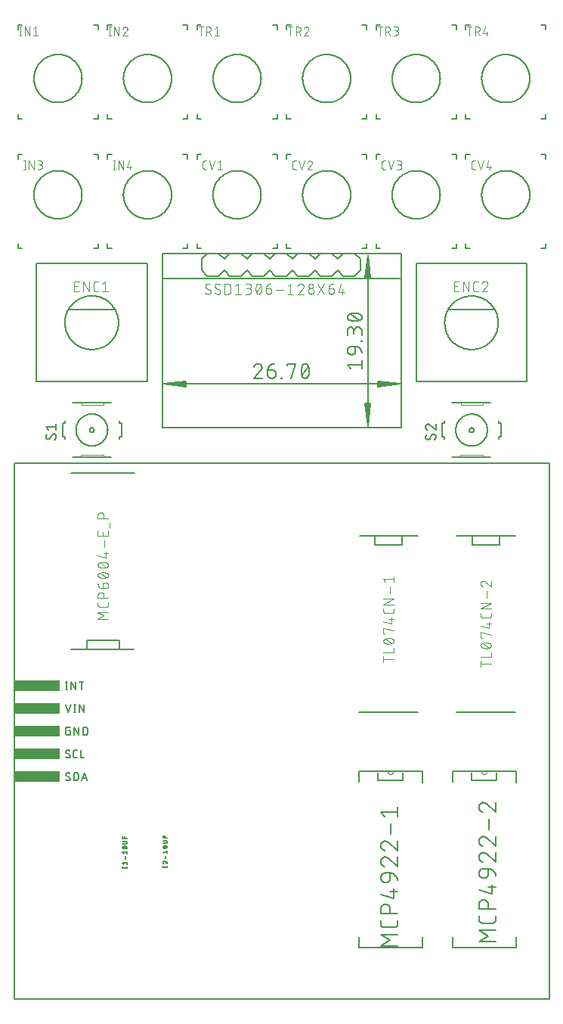
<source format=gbr>
G04 EAGLE Gerber RS-274X export*
G75*
%MOMM*%
%FSLAX34Y34*%
%LPD*%
%INSilkscreen Top*%
%IPPOS*%
%AMOC8*
5,1,8,0,0,1.08239X$1,22.5*%
G01*
%ADD10C,0.127000*%
%ADD11C,0.101600*%
%ADD12C,0.076200*%
%ADD13C,0.152400*%
%ADD14C,0.050800*%
%ADD15C,0.130000*%
%ADD16C,0.130000*%
%ADD17C,0.200000*%
%ADD18C,0.000000*%
%ADD19C,0.203200*%
%ADD20R,5.080000X1.270000*%


D10*
X25350Y690920D02*
X149350Y690920D01*
X149350Y822920D01*
X25350Y822920D01*
X25350Y690920D01*
X61350Y771920D02*
X113350Y771920D01*
X57350Y756920D02*
X57359Y757656D01*
X57386Y758392D01*
X57431Y759127D01*
X57494Y759861D01*
X57576Y760592D01*
X57675Y761322D01*
X57792Y762049D01*
X57926Y762773D01*
X58079Y763493D01*
X58249Y764209D01*
X58437Y764921D01*
X58642Y765629D01*
X58864Y766330D01*
X59104Y767027D01*
X59360Y767717D01*
X59634Y768401D01*
X59924Y769077D01*
X60230Y769747D01*
X60553Y770408D01*
X60892Y771062D01*
X61247Y771707D01*
X61618Y772343D01*
X62004Y772970D01*
X62406Y773587D01*
X62822Y774194D01*
X63254Y774791D01*
X63700Y775377D01*
X64160Y775952D01*
X64634Y776515D01*
X65121Y777067D01*
X65623Y777606D01*
X66137Y778133D01*
X66664Y778647D01*
X67203Y779149D01*
X67755Y779636D01*
X68318Y780110D01*
X68893Y780570D01*
X69479Y781016D01*
X70076Y781448D01*
X70683Y781864D01*
X71300Y782266D01*
X71927Y782652D01*
X72563Y783023D01*
X73208Y783378D01*
X73862Y783717D01*
X74523Y784040D01*
X75193Y784346D01*
X75869Y784636D01*
X76553Y784910D01*
X77243Y785166D01*
X77940Y785406D01*
X78641Y785628D01*
X79349Y785833D01*
X80061Y786021D01*
X80777Y786191D01*
X81497Y786344D01*
X82221Y786478D01*
X82948Y786595D01*
X83678Y786694D01*
X84409Y786776D01*
X85143Y786839D01*
X85878Y786884D01*
X86614Y786911D01*
X87350Y786920D01*
X88086Y786911D01*
X88822Y786884D01*
X89557Y786839D01*
X90291Y786776D01*
X91022Y786694D01*
X91752Y786595D01*
X92479Y786478D01*
X93203Y786344D01*
X93923Y786191D01*
X94639Y786021D01*
X95351Y785833D01*
X96059Y785628D01*
X96760Y785406D01*
X97457Y785166D01*
X98147Y784910D01*
X98831Y784636D01*
X99507Y784346D01*
X100177Y784040D01*
X100838Y783717D01*
X101492Y783378D01*
X102137Y783023D01*
X102773Y782652D01*
X103400Y782266D01*
X104017Y781864D01*
X104624Y781448D01*
X105221Y781016D01*
X105807Y780570D01*
X106382Y780110D01*
X106945Y779636D01*
X107497Y779149D01*
X108036Y778647D01*
X108563Y778133D01*
X109077Y777606D01*
X109579Y777067D01*
X110066Y776515D01*
X110540Y775952D01*
X111000Y775377D01*
X111446Y774791D01*
X111878Y774194D01*
X112294Y773587D01*
X112696Y772970D01*
X113082Y772343D01*
X113453Y771707D01*
X113808Y771062D01*
X114147Y770408D01*
X114470Y769747D01*
X114776Y769077D01*
X115066Y768401D01*
X115340Y767717D01*
X115596Y767027D01*
X115836Y766330D01*
X116058Y765629D01*
X116263Y764921D01*
X116451Y764209D01*
X116621Y763493D01*
X116774Y762773D01*
X116908Y762049D01*
X117025Y761322D01*
X117124Y760592D01*
X117206Y759861D01*
X117269Y759127D01*
X117314Y758392D01*
X117341Y757656D01*
X117350Y756920D01*
X117341Y756184D01*
X117314Y755448D01*
X117269Y754713D01*
X117206Y753979D01*
X117124Y753248D01*
X117025Y752518D01*
X116908Y751791D01*
X116774Y751067D01*
X116621Y750347D01*
X116451Y749631D01*
X116263Y748919D01*
X116058Y748211D01*
X115836Y747510D01*
X115596Y746813D01*
X115340Y746123D01*
X115066Y745439D01*
X114776Y744763D01*
X114470Y744093D01*
X114147Y743432D01*
X113808Y742778D01*
X113453Y742133D01*
X113082Y741497D01*
X112696Y740870D01*
X112294Y740253D01*
X111878Y739646D01*
X111446Y739049D01*
X111000Y738463D01*
X110540Y737888D01*
X110066Y737325D01*
X109579Y736773D01*
X109077Y736234D01*
X108563Y735707D01*
X108036Y735193D01*
X107497Y734691D01*
X106945Y734204D01*
X106382Y733730D01*
X105807Y733270D01*
X105221Y732824D01*
X104624Y732392D01*
X104017Y731976D01*
X103400Y731574D01*
X102773Y731188D01*
X102137Y730817D01*
X101492Y730462D01*
X100838Y730123D01*
X100177Y729800D01*
X99507Y729494D01*
X98831Y729204D01*
X98147Y728930D01*
X97457Y728674D01*
X96760Y728434D01*
X96059Y728212D01*
X95351Y728007D01*
X94639Y727819D01*
X93923Y727649D01*
X93203Y727496D01*
X92479Y727362D01*
X91752Y727245D01*
X91022Y727146D01*
X90291Y727064D01*
X89557Y727001D01*
X88822Y726956D01*
X88086Y726929D01*
X87350Y726920D01*
X86614Y726929D01*
X85878Y726956D01*
X85143Y727001D01*
X84409Y727064D01*
X83678Y727146D01*
X82948Y727245D01*
X82221Y727362D01*
X81497Y727496D01*
X80777Y727649D01*
X80061Y727819D01*
X79349Y728007D01*
X78641Y728212D01*
X77940Y728434D01*
X77243Y728674D01*
X76553Y728930D01*
X75869Y729204D01*
X75193Y729494D01*
X74523Y729800D01*
X73862Y730123D01*
X73208Y730462D01*
X72563Y730817D01*
X71927Y731188D01*
X71300Y731574D01*
X70683Y731976D01*
X70076Y732392D01*
X69479Y732824D01*
X68893Y733270D01*
X68318Y733730D01*
X67755Y734204D01*
X67203Y734691D01*
X66664Y735193D01*
X66137Y735707D01*
X65623Y736234D01*
X65121Y736773D01*
X64634Y737325D01*
X64160Y737888D01*
X63700Y738463D01*
X63254Y739049D01*
X62822Y739646D01*
X62406Y740253D01*
X62004Y740870D01*
X61618Y741497D01*
X61247Y742133D01*
X60892Y742778D01*
X60553Y743432D01*
X60230Y744093D01*
X59924Y744763D01*
X59634Y745439D01*
X59360Y746123D01*
X59104Y746813D01*
X58864Y747510D01*
X58642Y748211D01*
X58437Y748919D01*
X58249Y749631D01*
X58079Y750347D01*
X57926Y751067D01*
X57792Y751791D01*
X57675Y752518D01*
X57576Y753248D01*
X57494Y753979D01*
X57431Y754713D01*
X57386Y755448D01*
X57359Y756184D01*
X57350Y756920D01*
D11*
X67858Y791628D02*
X73051Y791628D01*
X67858Y791628D02*
X67858Y803312D01*
X73051Y803312D01*
X71753Y798119D02*
X67858Y798119D01*
X77741Y803312D02*
X77741Y791628D01*
X84233Y791628D02*
X77741Y803312D01*
X84233Y803312D02*
X84233Y791628D01*
X92116Y791628D02*
X94712Y791628D01*
X92116Y791628D02*
X92017Y791630D01*
X91917Y791636D01*
X91818Y791645D01*
X91720Y791658D01*
X91622Y791675D01*
X91524Y791696D01*
X91428Y791721D01*
X91333Y791749D01*
X91239Y791781D01*
X91146Y791816D01*
X91054Y791855D01*
X90964Y791898D01*
X90876Y791943D01*
X90789Y791993D01*
X90705Y792045D01*
X90622Y792101D01*
X90542Y792159D01*
X90464Y792221D01*
X90389Y792286D01*
X90316Y792354D01*
X90246Y792424D01*
X90178Y792497D01*
X90113Y792572D01*
X90051Y792650D01*
X89993Y792730D01*
X89937Y792813D01*
X89885Y792897D01*
X89835Y792984D01*
X89790Y793072D01*
X89747Y793162D01*
X89708Y793254D01*
X89673Y793347D01*
X89641Y793441D01*
X89613Y793536D01*
X89588Y793632D01*
X89567Y793730D01*
X89550Y793828D01*
X89537Y793926D01*
X89528Y794025D01*
X89522Y794125D01*
X89520Y794224D01*
X89519Y794224D02*
X89519Y800716D01*
X89520Y800716D02*
X89522Y800815D01*
X89528Y800915D01*
X89537Y801014D01*
X89550Y801112D01*
X89567Y801210D01*
X89588Y801308D01*
X89613Y801404D01*
X89641Y801499D01*
X89673Y801593D01*
X89708Y801686D01*
X89747Y801778D01*
X89790Y801868D01*
X89835Y801956D01*
X89885Y802043D01*
X89937Y802127D01*
X89993Y802210D01*
X90051Y802290D01*
X90113Y802368D01*
X90178Y802443D01*
X90246Y802516D01*
X90316Y802586D01*
X90389Y802654D01*
X90464Y802719D01*
X90542Y802781D01*
X90622Y802839D01*
X90705Y802895D01*
X90789Y802947D01*
X90876Y802997D01*
X90964Y803042D01*
X91054Y803085D01*
X91146Y803124D01*
X91238Y803159D01*
X91333Y803191D01*
X91428Y803219D01*
X91524Y803244D01*
X91622Y803265D01*
X91720Y803282D01*
X91818Y803295D01*
X91917Y803304D01*
X92017Y803310D01*
X92116Y803312D01*
X94712Y803312D01*
X99077Y800716D02*
X102323Y803312D01*
X102323Y791628D01*
X105568Y791628D02*
X99077Y791628D01*
D10*
X524273Y900002D02*
X524281Y900662D01*
X524305Y901322D01*
X524346Y901981D01*
X524403Y902639D01*
X524475Y903296D01*
X524564Y903950D01*
X524669Y904602D01*
X524790Y905251D01*
X524927Y905897D01*
X525079Y906540D01*
X525248Y907178D01*
X525432Y907813D01*
X525631Y908442D01*
X525846Y909067D01*
X526076Y909686D01*
X526321Y910299D01*
X526581Y910906D01*
X526856Y911506D01*
X527146Y912100D01*
X527450Y912686D01*
X527769Y913264D01*
X528101Y913835D01*
X528448Y914397D01*
X528808Y914951D01*
X529181Y915495D01*
X529568Y916030D01*
X529968Y916556D01*
X530381Y917072D01*
X530806Y917577D01*
X531243Y918072D01*
X531693Y918555D01*
X532154Y919028D01*
X532627Y919489D01*
X533110Y919939D01*
X533605Y920376D01*
X534110Y920801D01*
X534626Y921214D01*
X535152Y921614D01*
X535687Y922001D01*
X536231Y922374D01*
X536785Y922734D01*
X537347Y923081D01*
X537918Y923413D01*
X538496Y923732D01*
X539082Y924036D01*
X539676Y924326D01*
X540276Y924601D01*
X540883Y924861D01*
X541496Y925106D01*
X542115Y925336D01*
X542740Y925551D01*
X543369Y925750D01*
X544004Y925934D01*
X544642Y926103D01*
X545285Y926255D01*
X545931Y926392D01*
X546580Y926513D01*
X547232Y926618D01*
X547886Y926707D01*
X548543Y926779D01*
X549201Y926836D01*
X549860Y926877D01*
X550520Y926901D01*
X551180Y926909D01*
X551840Y926901D01*
X552500Y926877D01*
X553159Y926836D01*
X553817Y926779D01*
X554474Y926707D01*
X555128Y926618D01*
X555780Y926513D01*
X556429Y926392D01*
X557075Y926255D01*
X557718Y926103D01*
X558356Y925934D01*
X558991Y925750D01*
X559620Y925551D01*
X560245Y925336D01*
X560864Y925106D01*
X561477Y924861D01*
X562084Y924601D01*
X562684Y924326D01*
X563278Y924036D01*
X563864Y923732D01*
X564442Y923413D01*
X565013Y923081D01*
X565575Y922734D01*
X566129Y922374D01*
X566673Y922001D01*
X567208Y921614D01*
X567734Y921214D01*
X568250Y920801D01*
X568755Y920376D01*
X569250Y919939D01*
X569733Y919489D01*
X570206Y919028D01*
X570667Y918555D01*
X571117Y918072D01*
X571554Y917577D01*
X571979Y917072D01*
X572392Y916556D01*
X572792Y916030D01*
X573179Y915495D01*
X573552Y914951D01*
X573912Y914397D01*
X574259Y913835D01*
X574591Y913264D01*
X574910Y912686D01*
X575214Y912100D01*
X575504Y911506D01*
X575779Y910906D01*
X576039Y910299D01*
X576284Y909686D01*
X576514Y909067D01*
X576729Y908442D01*
X576928Y907813D01*
X577112Y907178D01*
X577281Y906540D01*
X577433Y905897D01*
X577570Y905251D01*
X577691Y904602D01*
X577796Y903950D01*
X577885Y903296D01*
X577957Y902639D01*
X578014Y901981D01*
X578055Y901322D01*
X578079Y900662D01*
X578087Y900002D01*
X578079Y899342D01*
X578055Y898682D01*
X578014Y898023D01*
X577957Y897365D01*
X577885Y896708D01*
X577796Y896054D01*
X577691Y895402D01*
X577570Y894753D01*
X577433Y894107D01*
X577281Y893464D01*
X577112Y892826D01*
X576928Y892191D01*
X576729Y891562D01*
X576514Y890937D01*
X576284Y890318D01*
X576039Y889705D01*
X575779Y889098D01*
X575504Y888498D01*
X575214Y887904D01*
X574910Y887318D01*
X574591Y886740D01*
X574259Y886169D01*
X573912Y885607D01*
X573552Y885053D01*
X573179Y884509D01*
X572792Y883974D01*
X572392Y883448D01*
X571979Y882932D01*
X571554Y882427D01*
X571117Y881932D01*
X570667Y881449D01*
X570206Y880976D01*
X569733Y880515D01*
X569250Y880065D01*
X568755Y879628D01*
X568250Y879203D01*
X567734Y878790D01*
X567208Y878390D01*
X566673Y878003D01*
X566129Y877630D01*
X565575Y877270D01*
X565013Y876923D01*
X564442Y876591D01*
X563864Y876272D01*
X563278Y875968D01*
X562684Y875678D01*
X562084Y875403D01*
X561477Y875143D01*
X560864Y874898D01*
X560245Y874668D01*
X559620Y874453D01*
X558991Y874254D01*
X558356Y874070D01*
X557718Y873901D01*
X557075Y873749D01*
X556429Y873612D01*
X555780Y873491D01*
X555128Y873386D01*
X554474Y873297D01*
X553817Y873225D01*
X553159Y873168D01*
X552500Y873127D01*
X551840Y873103D01*
X551180Y873095D01*
X550520Y873103D01*
X549860Y873127D01*
X549201Y873168D01*
X548543Y873225D01*
X547886Y873297D01*
X547232Y873386D01*
X546580Y873491D01*
X545931Y873612D01*
X545285Y873749D01*
X544642Y873901D01*
X544004Y874070D01*
X543369Y874254D01*
X542740Y874453D01*
X542115Y874668D01*
X541496Y874898D01*
X540883Y875143D01*
X540276Y875403D01*
X539676Y875678D01*
X539082Y875968D01*
X538496Y876272D01*
X537918Y876591D01*
X537347Y876923D01*
X536785Y877270D01*
X536231Y877630D01*
X535687Y878003D01*
X535152Y878390D01*
X534626Y878790D01*
X534110Y879203D01*
X533605Y879628D01*
X533110Y880065D01*
X532627Y880515D01*
X532154Y880976D01*
X531693Y881449D01*
X531243Y881932D01*
X530806Y882427D01*
X530381Y882932D01*
X529968Y883448D01*
X529568Y883974D01*
X529181Y884509D01*
X528808Y885053D01*
X528448Y885607D01*
X528101Y886169D01*
X527769Y886740D01*
X527450Y887318D01*
X527146Y887904D01*
X526856Y888498D01*
X526581Y889098D01*
X526321Y889705D01*
X526076Y890318D01*
X525846Y890937D01*
X525631Y891562D01*
X525432Y892191D01*
X525248Y892826D01*
X525079Y893464D01*
X524927Y894107D01*
X524790Y894753D01*
X524669Y895402D01*
X524564Y896054D01*
X524475Y896708D01*
X524403Y897365D01*
X524346Y898023D01*
X524305Y898682D01*
X524281Y899342D01*
X524273Y900002D01*
X596180Y845002D02*
X596180Y840002D01*
X591180Y840002D01*
X511180Y840002D02*
X506180Y840002D01*
X506180Y845002D01*
X506180Y940002D02*
X506180Y945002D01*
X511180Y945002D01*
X596180Y945002D02*
X596180Y940002D01*
X596180Y945002D02*
X591180Y945002D01*
D12*
X516876Y928577D02*
X514787Y928577D01*
X514698Y928579D01*
X514610Y928585D01*
X514522Y928594D01*
X514434Y928607D01*
X514347Y928624D01*
X514261Y928644D01*
X514176Y928669D01*
X514091Y928696D01*
X514008Y928728D01*
X513927Y928762D01*
X513847Y928801D01*
X513769Y928842D01*
X513692Y928887D01*
X513618Y928935D01*
X513545Y928986D01*
X513475Y929040D01*
X513408Y929098D01*
X513342Y929158D01*
X513280Y929220D01*
X513220Y929286D01*
X513162Y929353D01*
X513108Y929423D01*
X513057Y929496D01*
X513009Y929570D01*
X512964Y929647D01*
X512923Y929725D01*
X512884Y929805D01*
X512850Y929886D01*
X512818Y929969D01*
X512791Y930054D01*
X512766Y930139D01*
X512746Y930225D01*
X512729Y930312D01*
X512716Y930400D01*
X512707Y930488D01*
X512701Y930576D01*
X512699Y930665D01*
X512699Y935887D01*
X512701Y935978D01*
X512707Y936069D01*
X512717Y936160D01*
X512731Y936250D01*
X512748Y936339D01*
X512770Y936427D01*
X512796Y936515D01*
X512825Y936601D01*
X512858Y936686D01*
X512895Y936769D01*
X512935Y936851D01*
X512979Y936931D01*
X513026Y937009D01*
X513077Y937085D01*
X513130Y937158D01*
X513187Y937229D01*
X513248Y937298D01*
X513311Y937363D01*
X513376Y937426D01*
X513445Y937486D01*
X513516Y937544D01*
X513589Y937597D01*
X513665Y937648D01*
X513743Y937695D01*
X513823Y937739D01*
X513905Y937779D01*
X513988Y937816D01*
X514073Y937849D01*
X514159Y937878D01*
X514247Y937904D01*
X514335Y937926D01*
X514424Y937943D01*
X514514Y937957D01*
X514605Y937967D01*
X514696Y937973D01*
X514787Y937975D01*
X516876Y937975D01*
X519823Y937975D02*
X522955Y928577D01*
X526088Y937975D01*
X531577Y937975D02*
X529489Y930665D01*
X534710Y930665D01*
X533143Y928577D02*
X533143Y932754D01*
D10*
X223283Y1030050D02*
X223291Y1030710D01*
X223315Y1031370D01*
X223356Y1032029D01*
X223413Y1032687D01*
X223485Y1033344D01*
X223574Y1033998D01*
X223679Y1034650D01*
X223800Y1035299D01*
X223937Y1035945D01*
X224089Y1036588D01*
X224258Y1037226D01*
X224442Y1037861D01*
X224641Y1038490D01*
X224856Y1039115D01*
X225086Y1039734D01*
X225331Y1040347D01*
X225591Y1040954D01*
X225866Y1041554D01*
X226156Y1042148D01*
X226460Y1042734D01*
X226779Y1043312D01*
X227111Y1043883D01*
X227458Y1044445D01*
X227818Y1044999D01*
X228191Y1045543D01*
X228578Y1046078D01*
X228978Y1046604D01*
X229391Y1047120D01*
X229816Y1047625D01*
X230253Y1048120D01*
X230703Y1048603D01*
X231164Y1049076D01*
X231637Y1049537D01*
X232120Y1049987D01*
X232615Y1050424D01*
X233120Y1050849D01*
X233636Y1051262D01*
X234162Y1051662D01*
X234697Y1052049D01*
X235241Y1052422D01*
X235795Y1052782D01*
X236357Y1053129D01*
X236928Y1053461D01*
X237506Y1053780D01*
X238092Y1054084D01*
X238686Y1054374D01*
X239286Y1054649D01*
X239893Y1054909D01*
X240506Y1055154D01*
X241125Y1055384D01*
X241750Y1055599D01*
X242379Y1055798D01*
X243014Y1055982D01*
X243652Y1056151D01*
X244295Y1056303D01*
X244941Y1056440D01*
X245590Y1056561D01*
X246242Y1056666D01*
X246896Y1056755D01*
X247553Y1056827D01*
X248211Y1056884D01*
X248870Y1056925D01*
X249530Y1056949D01*
X250190Y1056957D01*
X250850Y1056949D01*
X251510Y1056925D01*
X252169Y1056884D01*
X252827Y1056827D01*
X253484Y1056755D01*
X254138Y1056666D01*
X254790Y1056561D01*
X255439Y1056440D01*
X256085Y1056303D01*
X256728Y1056151D01*
X257366Y1055982D01*
X258001Y1055798D01*
X258630Y1055599D01*
X259255Y1055384D01*
X259874Y1055154D01*
X260487Y1054909D01*
X261094Y1054649D01*
X261694Y1054374D01*
X262288Y1054084D01*
X262874Y1053780D01*
X263452Y1053461D01*
X264023Y1053129D01*
X264585Y1052782D01*
X265139Y1052422D01*
X265683Y1052049D01*
X266218Y1051662D01*
X266744Y1051262D01*
X267260Y1050849D01*
X267765Y1050424D01*
X268260Y1049987D01*
X268743Y1049537D01*
X269216Y1049076D01*
X269677Y1048603D01*
X270127Y1048120D01*
X270564Y1047625D01*
X270989Y1047120D01*
X271402Y1046604D01*
X271802Y1046078D01*
X272189Y1045543D01*
X272562Y1044999D01*
X272922Y1044445D01*
X273269Y1043883D01*
X273601Y1043312D01*
X273920Y1042734D01*
X274224Y1042148D01*
X274514Y1041554D01*
X274789Y1040954D01*
X275049Y1040347D01*
X275294Y1039734D01*
X275524Y1039115D01*
X275739Y1038490D01*
X275938Y1037861D01*
X276122Y1037226D01*
X276291Y1036588D01*
X276443Y1035945D01*
X276580Y1035299D01*
X276701Y1034650D01*
X276806Y1033998D01*
X276895Y1033344D01*
X276967Y1032687D01*
X277024Y1032029D01*
X277065Y1031370D01*
X277089Y1030710D01*
X277097Y1030050D01*
X277089Y1029390D01*
X277065Y1028730D01*
X277024Y1028071D01*
X276967Y1027413D01*
X276895Y1026756D01*
X276806Y1026102D01*
X276701Y1025450D01*
X276580Y1024801D01*
X276443Y1024155D01*
X276291Y1023512D01*
X276122Y1022874D01*
X275938Y1022239D01*
X275739Y1021610D01*
X275524Y1020985D01*
X275294Y1020366D01*
X275049Y1019753D01*
X274789Y1019146D01*
X274514Y1018546D01*
X274224Y1017952D01*
X273920Y1017366D01*
X273601Y1016788D01*
X273269Y1016217D01*
X272922Y1015655D01*
X272562Y1015101D01*
X272189Y1014557D01*
X271802Y1014022D01*
X271402Y1013496D01*
X270989Y1012980D01*
X270564Y1012475D01*
X270127Y1011980D01*
X269677Y1011497D01*
X269216Y1011024D01*
X268743Y1010563D01*
X268260Y1010113D01*
X267765Y1009676D01*
X267260Y1009251D01*
X266744Y1008838D01*
X266218Y1008438D01*
X265683Y1008051D01*
X265139Y1007678D01*
X264585Y1007318D01*
X264023Y1006971D01*
X263452Y1006639D01*
X262874Y1006320D01*
X262288Y1006016D01*
X261694Y1005726D01*
X261094Y1005451D01*
X260487Y1005191D01*
X259874Y1004946D01*
X259255Y1004716D01*
X258630Y1004501D01*
X258001Y1004302D01*
X257366Y1004118D01*
X256728Y1003949D01*
X256085Y1003797D01*
X255439Y1003660D01*
X254790Y1003539D01*
X254138Y1003434D01*
X253484Y1003345D01*
X252827Y1003273D01*
X252169Y1003216D01*
X251510Y1003175D01*
X250850Y1003151D01*
X250190Y1003143D01*
X249530Y1003151D01*
X248870Y1003175D01*
X248211Y1003216D01*
X247553Y1003273D01*
X246896Y1003345D01*
X246242Y1003434D01*
X245590Y1003539D01*
X244941Y1003660D01*
X244295Y1003797D01*
X243652Y1003949D01*
X243014Y1004118D01*
X242379Y1004302D01*
X241750Y1004501D01*
X241125Y1004716D01*
X240506Y1004946D01*
X239893Y1005191D01*
X239286Y1005451D01*
X238686Y1005726D01*
X238092Y1006016D01*
X237506Y1006320D01*
X236928Y1006639D01*
X236357Y1006971D01*
X235795Y1007318D01*
X235241Y1007678D01*
X234697Y1008051D01*
X234162Y1008438D01*
X233636Y1008838D01*
X233120Y1009251D01*
X232615Y1009676D01*
X232120Y1010113D01*
X231637Y1010563D01*
X231164Y1011024D01*
X230703Y1011497D01*
X230253Y1011980D01*
X229816Y1012475D01*
X229391Y1012980D01*
X228978Y1013496D01*
X228578Y1014022D01*
X228191Y1014557D01*
X227818Y1015101D01*
X227458Y1015655D01*
X227111Y1016217D01*
X226779Y1016788D01*
X226460Y1017366D01*
X226156Y1017952D01*
X225866Y1018546D01*
X225591Y1019146D01*
X225331Y1019753D01*
X225086Y1020366D01*
X224856Y1020985D01*
X224641Y1021610D01*
X224442Y1022239D01*
X224258Y1022874D01*
X224089Y1023512D01*
X223937Y1024155D01*
X223800Y1024801D01*
X223679Y1025450D01*
X223574Y1026102D01*
X223485Y1026756D01*
X223413Y1027413D01*
X223356Y1028071D01*
X223315Y1028730D01*
X223291Y1029390D01*
X223283Y1030050D01*
X205190Y1085050D02*
X205190Y1090050D01*
X210190Y1090050D01*
X290190Y1090050D02*
X295190Y1090050D01*
X295190Y1085050D01*
X295190Y990050D02*
X295190Y985050D01*
X290190Y985050D01*
X205190Y985050D02*
X205190Y990050D01*
X205190Y985050D02*
X210190Y985050D01*
D12*
X209494Y1078437D02*
X209494Y1087835D01*
X212104Y1087835D02*
X206883Y1087835D01*
X215779Y1087835D02*
X215779Y1078437D01*
X215779Y1087835D02*
X218390Y1087835D01*
X218491Y1087833D01*
X218592Y1087827D01*
X218693Y1087817D01*
X218793Y1087804D01*
X218893Y1087786D01*
X218992Y1087765D01*
X219090Y1087739D01*
X219187Y1087710D01*
X219283Y1087678D01*
X219377Y1087641D01*
X219470Y1087601D01*
X219562Y1087557D01*
X219651Y1087510D01*
X219739Y1087459D01*
X219825Y1087405D01*
X219908Y1087348D01*
X219990Y1087288D01*
X220068Y1087224D01*
X220145Y1087158D01*
X220218Y1087088D01*
X220289Y1087016D01*
X220357Y1086941D01*
X220422Y1086863D01*
X220484Y1086783D01*
X220543Y1086701D01*
X220599Y1086616D01*
X220651Y1086530D01*
X220700Y1086441D01*
X220746Y1086350D01*
X220787Y1086258D01*
X220826Y1086164D01*
X220860Y1086069D01*
X220891Y1085973D01*
X220918Y1085875D01*
X220942Y1085777D01*
X220961Y1085677D01*
X220977Y1085577D01*
X220989Y1085477D01*
X220997Y1085376D01*
X221001Y1085275D01*
X221001Y1085173D01*
X220997Y1085072D01*
X220989Y1084971D01*
X220977Y1084871D01*
X220961Y1084771D01*
X220942Y1084671D01*
X220918Y1084573D01*
X220891Y1084475D01*
X220860Y1084379D01*
X220826Y1084284D01*
X220787Y1084190D01*
X220746Y1084098D01*
X220700Y1084007D01*
X220651Y1083919D01*
X220599Y1083832D01*
X220543Y1083747D01*
X220484Y1083665D01*
X220422Y1083585D01*
X220357Y1083507D01*
X220289Y1083432D01*
X220218Y1083360D01*
X220145Y1083290D01*
X220068Y1083224D01*
X219990Y1083160D01*
X219908Y1083100D01*
X219825Y1083043D01*
X219739Y1082989D01*
X219651Y1082938D01*
X219562Y1082891D01*
X219470Y1082847D01*
X219377Y1082807D01*
X219283Y1082770D01*
X219187Y1082738D01*
X219090Y1082709D01*
X218992Y1082683D01*
X218893Y1082662D01*
X218793Y1082644D01*
X218693Y1082631D01*
X218592Y1082621D01*
X218491Y1082615D01*
X218390Y1082613D01*
X218390Y1082614D02*
X215779Y1082614D01*
X218912Y1082614D02*
X221000Y1078437D01*
X224866Y1085747D02*
X227477Y1087835D01*
X227477Y1078437D01*
X230087Y1078437D02*
X224866Y1078437D01*
D10*
X122953Y1030050D02*
X122961Y1030710D01*
X122985Y1031370D01*
X123026Y1032029D01*
X123083Y1032687D01*
X123155Y1033344D01*
X123244Y1033998D01*
X123349Y1034650D01*
X123470Y1035299D01*
X123607Y1035945D01*
X123759Y1036588D01*
X123928Y1037226D01*
X124112Y1037861D01*
X124311Y1038490D01*
X124526Y1039115D01*
X124756Y1039734D01*
X125001Y1040347D01*
X125261Y1040954D01*
X125536Y1041554D01*
X125826Y1042148D01*
X126130Y1042734D01*
X126449Y1043312D01*
X126781Y1043883D01*
X127128Y1044445D01*
X127488Y1044999D01*
X127861Y1045543D01*
X128248Y1046078D01*
X128648Y1046604D01*
X129061Y1047120D01*
X129486Y1047625D01*
X129923Y1048120D01*
X130373Y1048603D01*
X130834Y1049076D01*
X131307Y1049537D01*
X131790Y1049987D01*
X132285Y1050424D01*
X132790Y1050849D01*
X133306Y1051262D01*
X133832Y1051662D01*
X134367Y1052049D01*
X134911Y1052422D01*
X135465Y1052782D01*
X136027Y1053129D01*
X136598Y1053461D01*
X137176Y1053780D01*
X137762Y1054084D01*
X138356Y1054374D01*
X138956Y1054649D01*
X139563Y1054909D01*
X140176Y1055154D01*
X140795Y1055384D01*
X141420Y1055599D01*
X142049Y1055798D01*
X142684Y1055982D01*
X143322Y1056151D01*
X143965Y1056303D01*
X144611Y1056440D01*
X145260Y1056561D01*
X145912Y1056666D01*
X146566Y1056755D01*
X147223Y1056827D01*
X147881Y1056884D01*
X148540Y1056925D01*
X149200Y1056949D01*
X149860Y1056957D01*
X150520Y1056949D01*
X151180Y1056925D01*
X151839Y1056884D01*
X152497Y1056827D01*
X153154Y1056755D01*
X153808Y1056666D01*
X154460Y1056561D01*
X155109Y1056440D01*
X155755Y1056303D01*
X156398Y1056151D01*
X157036Y1055982D01*
X157671Y1055798D01*
X158300Y1055599D01*
X158925Y1055384D01*
X159544Y1055154D01*
X160157Y1054909D01*
X160764Y1054649D01*
X161364Y1054374D01*
X161958Y1054084D01*
X162544Y1053780D01*
X163122Y1053461D01*
X163693Y1053129D01*
X164255Y1052782D01*
X164809Y1052422D01*
X165353Y1052049D01*
X165888Y1051662D01*
X166414Y1051262D01*
X166930Y1050849D01*
X167435Y1050424D01*
X167930Y1049987D01*
X168413Y1049537D01*
X168886Y1049076D01*
X169347Y1048603D01*
X169797Y1048120D01*
X170234Y1047625D01*
X170659Y1047120D01*
X171072Y1046604D01*
X171472Y1046078D01*
X171859Y1045543D01*
X172232Y1044999D01*
X172592Y1044445D01*
X172939Y1043883D01*
X173271Y1043312D01*
X173590Y1042734D01*
X173894Y1042148D01*
X174184Y1041554D01*
X174459Y1040954D01*
X174719Y1040347D01*
X174964Y1039734D01*
X175194Y1039115D01*
X175409Y1038490D01*
X175608Y1037861D01*
X175792Y1037226D01*
X175961Y1036588D01*
X176113Y1035945D01*
X176250Y1035299D01*
X176371Y1034650D01*
X176476Y1033998D01*
X176565Y1033344D01*
X176637Y1032687D01*
X176694Y1032029D01*
X176735Y1031370D01*
X176759Y1030710D01*
X176767Y1030050D01*
X176759Y1029390D01*
X176735Y1028730D01*
X176694Y1028071D01*
X176637Y1027413D01*
X176565Y1026756D01*
X176476Y1026102D01*
X176371Y1025450D01*
X176250Y1024801D01*
X176113Y1024155D01*
X175961Y1023512D01*
X175792Y1022874D01*
X175608Y1022239D01*
X175409Y1021610D01*
X175194Y1020985D01*
X174964Y1020366D01*
X174719Y1019753D01*
X174459Y1019146D01*
X174184Y1018546D01*
X173894Y1017952D01*
X173590Y1017366D01*
X173271Y1016788D01*
X172939Y1016217D01*
X172592Y1015655D01*
X172232Y1015101D01*
X171859Y1014557D01*
X171472Y1014022D01*
X171072Y1013496D01*
X170659Y1012980D01*
X170234Y1012475D01*
X169797Y1011980D01*
X169347Y1011497D01*
X168886Y1011024D01*
X168413Y1010563D01*
X167930Y1010113D01*
X167435Y1009676D01*
X166930Y1009251D01*
X166414Y1008838D01*
X165888Y1008438D01*
X165353Y1008051D01*
X164809Y1007678D01*
X164255Y1007318D01*
X163693Y1006971D01*
X163122Y1006639D01*
X162544Y1006320D01*
X161958Y1006016D01*
X161364Y1005726D01*
X160764Y1005451D01*
X160157Y1005191D01*
X159544Y1004946D01*
X158925Y1004716D01*
X158300Y1004501D01*
X157671Y1004302D01*
X157036Y1004118D01*
X156398Y1003949D01*
X155755Y1003797D01*
X155109Y1003660D01*
X154460Y1003539D01*
X153808Y1003434D01*
X153154Y1003345D01*
X152497Y1003273D01*
X151839Y1003216D01*
X151180Y1003175D01*
X150520Y1003151D01*
X149860Y1003143D01*
X149200Y1003151D01*
X148540Y1003175D01*
X147881Y1003216D01*
X147223Y1003273D01*
X146566Y1003345D01*
X145912Y1003434D01*
X145260Y1003539D01*
X144611Y1003660D01*
X143965Y1003797D01*
X143322Y1003949D01*
X142684Y1004118D01*
X142049Y1004302D01*
X141420Y1004501D01*
X140795Y1004716D01*
X140176Y1004946D01*
X139563Y1005191D01*
X138956Y1005451D01*
X138356Y1005726D01*
X137762Y1006016D01*
X137176Y1006320D01*
X136598Y1006639D01*
X136027Y1006971D01*
X135465Y1007318D01*
X134911Y1007678D01*
X134367Y1008051D01*
X133832Y1008438D01*
X133306Y1008838D01*
X132790Y1009251D01*
X132285Y1009676D01*
X131790Y1010113D01*
X131307Y1010563D01*
X130834Y1011024D01*
X130373Y1011497D01*
X129923Y1011980D01*
X129486Y1012475D01*
X129061Y1012980D01*
X128648Y1013496D01*
X128248Y1014022D01*
X127861Y1014557D01*
X127488Y1015101D01*
X127128Y1015655D01*
X126781Y1016217D01*
X126449Y1016788D01*
X126130Y1017366D01*
X125826Y1017952D01*
X125536Y1018546D01*
X125261Y1019146D01*
X125001Y1019753D01*
X124756Y1020366D01*
X124526Y1020985D01*
X124311Y1021610D01*
X124112Y1022239D01*
X123928Y1022874D01*
X123759Y1023512D01*
X123607Y1024155D01*
X123470Y1024801D01*
X123349Y1025450D01*
X123244Y1026102D01*
X123155Y1026756D01*
X123083Y1027413D01*
X123026Y1028071D01*
X122985Y1028730D01*
X122961Y1029390D01*
X122953Y1030050D01*
X104860Y1085050D02*
X104860Y1090050D01*
X109860Y1090050D01*
X189860Y1090050D02*
X194860Y1090050D01*
X194860Y1085050D01*
X194860Y990050D02*
X194860Y985050D01*
X189860Y985050D01*
X104860Y985050D02*
X104860Y990050D01*
X104860Y985050D02*
X109860Y985050D01*
D12*
X107597Y1078437D02*
X107597Y1087835D01*
X106553Y1078437D02*
X108641Y1078437D01*
X108641Y1087835D02*
X106553Y1087835D01*
X112607Y1087835D02*
X112607Y1078437D01*
X117828Y1078437D02*
X112607Y1087835D01*
X117828Y1087835D02*
X117828Y1078437D01*
X124927Y1087836D02*
X125022Y1087834D01*
X125116Y1087828D01*
X125210Y1087819D01*
X125304Y1087806D01*
X125397Y1087789D01*
X125489Y1087768D01*
X125581Y1087743D01*
X125671Y1087715D01*
X125760Y1087683D01*
X125848Y1087648D01*
X125934Y1087609D01*
X126019Y1087567D01*
X126102Y1087521D01*
X126183Y1087472D01*
X126262Y1087420D01*
X126339Y1087365D01*
X126413Y1087306D01*
X126485Y1087245D01*
X126555Y1087181D01*
X126622Y1087114D01*
X126686Y1087044D01*
X126747Y1086972D01*
X126806Y1086898D01*
X126861Y1086821D01*
X126913Y1086742D01*
X126962Y1086661D01*
X127008Y1086578D01*
X127050Y1086493D01*
X127089Y1086407D01*
X127124Y1086319D01*
X127156Y1086230D01*
X127184Y1086140D01*
X127209Y1086048D01*
X127230Y1085956D01*
X127247Y1085863D01*
X127260Y1085769D01*
X127269Y1085675D01*
X127275Y1085581D01*
X127277Y1085486D01*
X124927Y1087835D02*
X124819Y1087833D01*
X124710Y1087827D01*
X124602Y1087817D01*
X124495Y1087804D01*
X124388Y1087786D01*
X124281Y1087765D01*
X124176Y1087740D01*
X124071Y1087711D01*
X123968Y1087679D01*
X123866Y1087642D01*
X123765Y1087602D01*
X123666Y1087559D01*
X123568Y1087512D01*
X123472Y1087461D01*
X123378Y1087407D01*
X123286Y1087350D01*
X123196Y1087289D01*
X123108Y1087225D01*
X123023Y1087159D01*
X122940Y1087089D01*
X122860Y1087016D01*
X122782Y1086940D01*
X122707Y1086862D01*
X122635Y1086781D01*
X122566Y1086697D01*
X122500Y1086611D01*
X122437Y1086523D01*
X122378Y1086432D01*
X122321Y1086340D01*
X122268Y1086245D01*
X122219Y1086149D01*
X122173Y1086050D01*
X122130Y1085951D01*
X122091Y1085849D01*
X122056Y1085747D01*
X126494Y1083658D02*
X126563Y1083727D01*
X126629Y1083798D01*
X126693Y1083871D01*
X126754Y1083947D01*
X126812Y1084026D01*
X126866Y1084106D01*
X126918Y1084189D01*
X126966Y1084273D01*
X127012Y1084359D01*
X127053Y1084447D01*
X127092Y1084537D01*
X127127Y1084628D01*
X127158Y1084720D01*
X127186Y1084813D01*
X127210Y1084907D01*
X127230Y1085002D01*
X127247Y1085098D01*
X127260Y1085195D01*
X127269Y1085292D01*
X127275Y1085389D01*
X127277Y1085486D01*
X126493Y1083658D02*
X122055Y1078437D01*
X127277Y1078437D01*
D10*
X22623Y1030050D02*
X22631Y1030710D01*
X22655Y1031370D01*
X22696Y1032029D01*
X22753Y1032687D01*
X22825Y1033344D01*
X22914Y1033998D01*
X23019Y1034650D01*
X23140Y1035299D01*
X23277Y1035945D01*
X23429Y1036588D01*
X23598Y1037226D01*
X23782Y1037861D01*
X23981Y1038490D01*
X24196Y1039115D01*
X24426Y1039734D01*
X24671Y1040347D01*
X24931Y1040954D01*
X25206Y1041554D01*
X25496Y1042148D01*
X25800Y1042734D01*
X26119Y1043312D01*
X26451Y1043883D01*
X26798Y1044445D01*
X27158Y1044999D01*
X27531Y1045543D01*
X27918Y1046078D01*
X28318Y1046604D01*
X28731Y1047120D01*
X29156Y1047625D01*
X29593Y1048120D01*
X30043Y1048603D01*
X30504Y1049076D01*
X30977Y1049537D01*
X31460Y1049987D01*
X31955Y1050424D01*
X32460Y1050849D01*
X32976Y1051262D01*
X33502Y1051662D01*
X34037Y1052049D01*
X34581Y1052422D01*
X35135Y1052782D01*
X35697Y1053129D01*
X36268Y1053461D01*
X36846Y1053780D01*
X37432Y1054084D01*
X38026Y1054374D01*
X38626Y1054649D01*
X39233Y1054909D01*
X39846Y1055154D01*
X40465Y1055384D01*
X41090Y1055599D01*
X41719Y1055798D01*
X42354Y1055982D01*
X42992Y1056151D01*
X43635Y1056303D01*
X44281Y1056440D01*
X44930Y1056561D01*
X45582Y1056666D01*
X46236Y1056755D01*
X46893Y1056827D01*
X47551Y1056884D01*
X48210Y1056925D01*
X48870Y1056949D01*
X49530Y1056957D01*
X50190Y1056949D01*
X50850Y1056925D01*
X51509Y1056884D01*
X52167Y1056827D01*
X52824Y1056755D01*
X53478Y1056666D01*
X54130Y1056561D01*
X54779Y1056440D01*
X55425Y1056303D01*
X56068Y1056151D01*
X56706Y1055982D01*
X57341Y1055798D01*
X57970Y1055599D01*
X58595Y1055384D01*
X59214Y1055154D01*
X59827Y1054909D01*
X60434Y1054649D01*
X61034Y1054374D01*
X61628Y1054084D01*
X62214Y1053780D01*
X62792Y1053461D01*
X63363Y1053129D01*
X63925Y1052782D01*
X64479Y1052422D01*
X65023Y1052049D01*
X65558Y1051662D01*
X66084Y1051262D01*
X66600Y1050849D01*
X67105Y1050424D01*
X67600Y1049987D01*
X68083Y1049537D01*
X68556Y1049076D01*
X69017Y1048603D01*
X69467Y1048120D01*
X69904Y1047625D01*
X70329Y1047120D01*
X70742Y1046604D01*
X71142Y1046078D01*
X71529Y1045543D01*
X71902Y1044999D01*
X72262Y1044445D01*
X72609Y1043883D01*
X72941Y1043312D01*
X73260Y1042734D01*
X73564Y1042148D01*
X73854Y1041554D01*
X74129Y1040954D01*
X74389Y1040347D01*
X74634Y1039734D01*
X74864Y1039115D01*
X75079Y1038490D01*
X75278Y1037861D01*
X75462Y1037226D01*
X75631Y1036588D01*
X75783Y1035945D01*
X75920Y1035299D01*
X76041Y1034650D01*
X76146Y1033998D01*
X76235Y1033344D01*
X76307Y1032687D01*
X76364Y1032029D01*
X76405Y1031370D01*
X76429Y1030710D01*
X76437Y1030050D01*
X76429Y1029390D01*
X76405Y1028730D01*
X76364Y1028071D01*
X76307Y1027413D01*
X76235Y1026756D01*
X76146Y1026102D01*
X76041Y1025450D01*
X75920Y1024801D01*
X75783Y1024155D01*
X75631Y1023512D01*
X75462Y1022874D01*
X75278Y1022239D01*
X75079Y1021610D01*
X74864Y1020985D01*
X74634Y1020366D01*
X74389Y1019753D01*
X74129Y1019146D01*
X73854Y1018546D01*
X73564Y1017952D01*
X73260Y1017366D01*
X72941Y1016788D01*
X72609Y1016217D01*
X72262Y1015655D01*
X71902Y1015101D01*
X71529Y1014557D01*
X71142Y1014022D01*
X70742Y1013496D01*
X70329Y1012980D01*
X69904Y1012475D01*
X69467Y1011980D01*
X69017Y1011497D01*
X68556Y1011024D01*
X68083Y1010563D01*
X67600Y1010113D01*
X67105Y1009676D01*
X66600Y1009251D01*
X66084Y1008838D01*
X65558Y1008438D01*
X65023Y1008051D01*
X64479Y1007678D01*
X63925Y1007318D01*
X63363Y1006971D01*
X62792Y1006639D01*
X62214Y1006320D01*
X61628Y1006016D01*
X61034Y1005726D01*
X60434Y1005451D01*
X59827Y1005191D01*
X59214Y1004946D01*
X58595Y1004716D01*
X57970Y1004501D01*
X57341Y1004302D01*
X56706Y1004118D01*
X56068Y1003949D01*
X55425Y1003797D01*
X54779Y1003660D01*
X54130Y1003539D01*
X53478Y1003434D01*
X52824Y1003345D01*
X52167Y1003273D01*
X51509Y1003216D01*
X50850Y1003175D01*
X50190Y1003151D01*
X49530Y1003143D01*
X48870Y1003151D01*
X48210Y1003175D01*
X47551Y1003216D01*
X46893Y1003273D01*
X46236Y1003345D01*
X45582Y1003434D01*
X44930Y1003539D01*
X44281Y1003660D01*
X43635Y1003797D01*
X42992Y1003949D01*
X42354Y1004118D01*
X41719Y1004302D01*
X41090Y1004501D01*
X40465Y1004716D01*
X39846Y1004946D01*
X39233Y1005191D01*
X38626Y1005451D01*
X38026Y1005726D01*
X37432Y1006016D01*
X36846Y1006320D01*
X36268Y1006639D01*
X35697Y1006971D01*
X35135Y1007318D01*
X34581Y1007678D01*
X34037Y1008051D01*
X33502Y1008438D01*
X32976Y1008838D01*
X32460Y1009251D01*
X31955Y1009676D01*
X31460Y1010113D01*
X30977Y1010563D01*
X30504Y1011024D01*
X30043Y1011497D01*
X29593Y1011980D01*
X29156Y1012475D01*
X28731Y1012980D01*
X28318Y1013496D01*
X27918Y1014022D01*
X27531Y1014557D01*
X27158Y1015101D01*
X26798Y1015655D01*
X26451Y1016217D01*
X26119Y1016788D01*
X25800Y1017366D01*
X25496Y1017952D01*
X25206Y1018546D01*
X24931Y1019146D01*
X24671Y1019753D01*
X24426Y1020366D01*
X24196Y1020985D01*
X23981Y1021610D01*
X23782Y1022239D01*
X23598Y1022874D01*
X23429Y1023512D01*
X23277Y1024155D01*
X23140Y1024801D01*
X23019Y1025450D01*
X22914Y1026102D01*
X22825Y1026756D01*
X22753Y1027413D01*
X22696Y1028071D01*
X22655Y1028730D01*
X22631Y1029390D01*
X22623Y1030050D01*
X4530Y1085050D02*
X4530Y1090050D01*
X9530Y1090050D01*
X89530Y1090050D02*
X94530Y1090050D01*
X94530Y1085050D01*
X94530Y990050D02*
X94530Y985050D01*
X89530Y985050D01*
X4530Y985050D02*
X4530Y990050D01*
X4530Y985050D02*
X9530Y985050D01*
D12*
X7267Y1078437D02*
X7267Y1087835D01*
X6223Y1078437D02*
X8311Y1078437D01*
X8311Y1087835D02*
X6223Y1087835D01*
X12277Y1087835D02*
X12277Y1078437D01*
X17498Y1078437D02*
X12277Y1087835D01*
X17498Y1087835D02*
X17498Y1078437D01*
X21725Y1085747D02*
X24336Y1087835D01*
X24336Y1078437D01*
X21725Y1078437D02*
X26947Y1078437D01*
D10*
X423943Y900002D02*
X423951Y900662D01*
X423975Y901322D01*
X424016Y901981D01*
X424073Y902639D01*
X424145Y903296D01*
X424234Y903950D01*
X424339Y904602D01*
X424460Y905251D01*
X424597Y905897D01*
X424749Y906540D01*
X424918Y907178D01*
X425102Y907813D01*
X425301Y908442D01*
X425516Y909067D01*
X425746Y909686D01*
X425991Y910299D01*
X426251Y910906D01*
X426526Y911506D01*
X426816Y912100D01*
X427120Y912686D01*
X427439Y913264D01*
X427771Y913835D01*
X428118Y914397D01*
X428478Y914951D01*
X428851Y915495D01*
X429238Y916030D01*
X429638Y916556D01*
X430051Y917072D01*
X430476Y917577D01*
X430913Y918072D01*
X431363Y918555D01*
X431824Y919028D01*
X432297Y919489D01*
X432780Y919939D01*
X433275Y920376D01*
X433780Y920801D01*
X434296Y921214D01*
X434822Y921614D01*
X435357Y922001D01*
X435901Y922374D01*
X436455Y922734D01*
X437017Y923081D01*
X437588Y923413D01*
X438166Y923732D01*
X438752Y924036D01*
X439346Y924326D01*
X439946Y924601D01*
X440553Y924861D01*
X441166Y925106D01*
X441785Y925336D01*
X442410Y925551D01*
X443039Y925750D01*
X443674Y925934D01*
X444312Y926103D01*
X444955Y926255D01*
X445601Y926392D01*
X446250Y926513D01*
X446902Y926618D01*
X447556Y926707D01*
X448213Y926779D01*
X448871Y926836D01*
X449530Y926877D01*
X450190Y926901D01*
X450850Y926909D01*
X451510Y926901D01*
X452170Y926877D01*
X452829Y926836D01*
X453487Y926779D01*
X454144Y926707D01*
X454798Y926618D01*
X455450Y926513D01*
X456099Y926392D01*
X456745Y926255D01*
X457388Y926103D01*
X458026Y925934D01*
X458661Y925750D01*
X459290Y925551D01*
X459915Y925336D01*
X460534Y925106D01*
X461147Y924861D01*
X461754Y924601D01*
X462354Y924326D01*
X462948Y924036D01*
X463534Y923732D01*
X464112Y923413D01*
X464683Y923081D01*
X465245Y922734D01*
X465799Y922374D01*
X466343Y922001D01*
X466878Y921614D01*
X467404Y921214D01*
X467920Y920801D01*
X468425Y920376D01*
X468920Y919939D01*
X469403Y919489D01*
X469876Y919028D01*
X470337Y918555D01*
X470787Y918072D01*
X471224Y917577D01*
X471649Y917072D01*
X472062Y916556D01*
X472462Y916030D01*
X472849Y915495D01*
X473222Y914951D01*
X473582Y914397D01*
X473929Y913835D01*
X474261Y913264D01*
X474580Y912686D01*
X474884Y912100D01*
X475174Y911506D01*
X475449Y910906D01*
X475709Y910299D01*
X475954Y909686D01*
X476184Y909067D01*
X476399Y908442D01*
X476598Y907813D01*
X476782Y907178D01*
X476951Y906540D01*
X477103Y905897D01*
X477240Y905251D01*
X477361Y904602D01*
X477466Y903950D01*
X477555Y903296D01*
X477627Y902639D01*
X477684Y901981D01*
X477725Y901322D01*
X477749Y900662D01*
X477757Y900002D01*
X477749Y899342D01*
X477725Y898682D01*
X477684Y898023D01*
X477627Y897365D01*
X477555Y896708D01*
X477466Y896054D01*
X477361Y895402D01*
X477240Y894753D01*
X477103Y894107D01*
X476951Y893464D01*
X476782Y892826D01*
X476598Y892191D01*
X476399Y891562D01*
X476184Y890937D01*
X475954Y890318D01*
X475709Y889705D01*
X475449Y889098D01*
X475174Y888498D01*
X474884Y887904D01*
X474580Y887318D01*
X474261Y886740D01*
X473929Y886169D01*
X473582Y885607D01*
X473222Y885053D01*
X472849Y884509D01*
X472462Y883974D01*
X472062Y883448D01*
X471649Y882932D01*
X471224Y882427D01*
X470787Y881932D01*
X470337Y881449D01*
X469876Y880976D01*
X469403Y880515D01*
X468920Y880065D01*
X468425Y879628D01*
X467920Y879203D01*
X467404Y878790D01*
X466878Y878390D01*
X466343Y878003D01*
X465799Y877630D01*
X465245Y877270D01*
X464683Y876923D01*
X464112Y876591D01*
X463534Y876272D01*
X462948Y875968D01*
X462354Y875678D01*
X461754Y875403D01*
X461147Y875143D01*
X460534Y874898D01*
X459915Y874668D01*
X459290Y874453D01*
X458661Y874254D01*
X458026Y874070D01*
X457388Y873901D01*
X456745Y873749D01*
X456099Y873612D01*
X455450Y873491D01*
X454798Y873386D01*
X454144Y873297D01*
X453487Y873225D01*
X452829Y873168D01*
X452170Y873127D01*
X451510Y873103D01*
X450850Y873095D01*
X450190Y873103D01*
X449530Y873127D01*
X448871Y873168D01*
X448213Y873225D01*
X447556Y873297D01*
X446902Y873386D01*
X446250Y873491D01*
X445601Y873612D01*
X444955Y873749D01*
X444312Y873901D01*
X443674Y874070D01*
X443039Y874254D01*
X442410Y874453D01*
X441785Y874668D01*
X441166Y874898D01*
X440553Y875143D01*
X439946Y875403D01*
X439346Y875678D01*
X438752Y875968D01*
X438166Y876272D01*
X437588Y876591D01*
X437017Y876923D01*
X436455Y877270D01*
X435901Y877630D01*
X435357Y878003D01*
X434822Y878390D01*
X434296Y878790D01*
X433780Y879203D01*
X433275Y879628D01*
X432780Y880065D01*
X432297Y880515D01*
X431824Y880976D01*
X431363Y881449D01*
X430913Y881932D01*
X430476Y882427D01*
X430051Y882932D01*
X429638Y883448D01*
X429238Y883974D01*
X428851Y884509D01*
X428478Y885053D01*
X428118Y885607D01*
X427771Y886169D01*
X427439Y886740D01*
X427120Y887318D01*
X426816Y887904D01*
X426526Y888498D01*
X426251Y889098D01*
X425991Y889705D01*
X425746Y890318D01*
X425516Y890937D01*
X425301Y891562D01*
X425102Y892191D01*
X424918Y892826D01*
X424749Y893464D01*
X424597Y894107D01*
X424460Y894753D01*
X424339Y895402D01*
X424234Y896054D01*
X424145Y896708D01*
X424073Y897365D01*
X424016Y898023D01*
X423975Y898682D01*
X423951Y899342D01*
X423943Y900002D01*
X495850Y845002D02*
X495850Y840002D01*
X490850Y840002D01*
X410850Y840002D02*
X405850Y840002D01*
X405850Y845002D01*
X405850Y940002D02*
X405850Y945002D01*
X410850Y945002D01*
X495850Y945002D02*
X495850Y940002D01*
X495850Y945002D02*
X490850Y945002D01*
D12*
X416546Y928577D02*
X414457Y928577D01*
X414368Y928579D01*
X414280Y928585D01*
X414192Y928594D01*
X414104Y928607D01*
X414017Y928624D01*
X413931Y928644D01*
X413846Y928669D01*
X413761Y928696D01*
X413678Y928728D01*
X413597Y928762D01*
X413517Y928801D01*
X413439Y928842D01*
X413362Y928887D01*
X413288Y928935D01*
X413215Y928986D01*
X413145Y929040D01*
X413078Y929098D01*
X413012Y929158D01*
X412950Y929220D01*
X412890Y929286D01*
X412832Y929353D01*
X412778Y929423D01*
X412727Y929496D01*
X412679Y929570D01*
X412634Y929647D01*
X412593Y929725D01*
X412554Y929805D01*
X412520Y929886D01*
X412488Y929969D01*
X412461Y930054D01*
X412436Y930139D01*
X412416Y930225D01*
X412399Y930312D01*
X412386Y930400D01*
X412377Y930488D01*
X412371Y930576D01*
X412369Y930665D01*
X412369Y935887D01*
X412371Y935978D01*
X412377Y936069D01*
X412387Y936160D01*
X412401Y936250D01*
X412418Y936339D01*
X412440Y936427D01*
X412466Y936515D01*
X412495Y936601D01*
X412528Y936686D01*
X412565Y936769D01*
X412605Y936851D01*
X412649Y936931D01*
X412696Y937009D01*
X412747Y937085D01*
X412800Y937158D01*
X412857Y937229D01*
X412918Y937298D01*
X412981Y937363D01*
X413046Y937426D01*
X413115Y937486D01*
X413186Y937544D01*
X413259Y937597D01*
X413335Y937648D01*
X413413Y937695D01*
X413493Y937739D01*
X413575Y937779D01*
X413658Y937816D01*
X413743Y937849D01*
X413829Y937878D01*
X413917Y937904D01*
X414005Y937926D01*
X414094Y937943D01*
X414184Y937957D01*
X414275Y937967D01*
X414366Y937973D01*
X414457Y937975D01*
X416546Y937975D01*
X419493Y937975D02*
X422625Y928577D01*
X425758Y937975D01*
X429159Y928577D02*
X431769Y928577D01*
X431870Y928579D01*
X431971Y928585D01*
X432072Y928595D01*
X432172Y928608D01*
X432272Y928626D01*
X432371Y928647D01*
X432469Y928673D01*
X432566Y928702D01*
X432662Y928734D01*
X432756Y928771D01*
X432849Y928811D01*
X432941Y928855D01*
X433030Y928902D01*
X433118Y928953D01*
X433204Y929007D01*
X433287Y929064D01*
X433369Y929124D01*
X433447Y929188D01*
X433524Y929254D01*
X433597Y929324D01*
X433668Y929396D01*
X433736Y929471D01*
X433801Y929549D01*
X433863Y929629D01*
X433922Y929711D01*
X433978Y929796D01*
X434030Y929883D01*
X434079Y929971D01*
X434125Y930062D01*
X434166Y930154D01*
X434205Y930248D01*
X434239Y930343D01*
X434270Y930439D01*
X434297Y930537D01*
X434321Y930635D01*
X434340Y930735D01*
X434356Y930835D01*
X434368Y930935D01*
X434376Y931036D01*
X434380Y931137D01*
X434380Y931239D01*
X434376Y931340D01*
X434368Y931441D01*
X434356Y931541D01*
X434340Y931641D01*
X434321Y931741D01*
X434297Y931839D01*
X434270Y931937D01*
X434239Y932033D01*
X434205Y932128D01*
X434166Y932222D01*
X434125Y932314D01*
X434079Y932405D01*
X434030Y932494D01*
X433978Y932580D01*
X433922Y932665D01*
X433863Y932747D01*
X433801Y932827D01*
X433736Y932905D01*
X433668Y932980D01*
X433597Y933052D01*
X433524Y933122D01*
X433447Y933188D01*
X433369Y933252D01*
X433287Y933312D01*
X433204Y933369D01*
X433118Y933423D01*
X433030Y933474D01*
X432941Y933521D01*
X432849Y933565D01*
X432756Y933605D01*
X432662Y933642D01*
X432566Y933674D01*
X432469Y933703D01*
X432371Y933729D01*
X432272Y933750D01*
X432172Y933768D01*
X432072Y933781D01*
X431971Y933791D01*
X431870Y933797D01*
X431769Y933799D01*
X432291Y937975D02*
X429159Y937975D01*
X432291Y937975D02*
X432381Y937973D01*
X432470Y937967D01*
X432560Y937958D01*
X432649Y937944D01*
X432737Y937927D01*
X432824Y937906D01*
X432911Y937881D01*
X432996Y937852D01*
X433080Y937820D01*
X433162Y937785D01*
X433243Y937745D01*
X433322Y937703D01*
X433399Y937657D01*
X433474Y937607D01*
X433547Y937555D01*
X433618Y937499D01*
X433686Y937441D01*
X433751Y937379D01*
X433814Y937315D01*
X433874Y937248D01*
X433931Y937179D01*
X433985Y937107D01*
X434036Y937033D01*
X434084Y936957D01*
X434128Y936879D01*
X434169Y936799D01*
X434207Y936717D01*
X434241Y936634D01*
X434271Y936549D01*
X434298Y936463D01*
X434321Y936377D01*
X434340Y936289D01*
X434355Y936200D01*
X434367Y936111D01*
X434375Y936022D01*
X434379Y935932D01*
X434379Y935842D01*
X434375Y935752D01*
X434367Y935663D01*
X434355Y935574D01*
X434340Y935485D01*
X434321Y935397D01*
X434298Y935311D01*
X434271Y935225D01*
X434241Y935140D01*
X434207Y935057D01*
X434169Y934975D01*
X434128Y934895D01*
X434084Y934817D01*
X434036Y934741D01*
X433985Y934667D01*
X433931Y934595D01*
X433874Y934526D01*
X433814Y934459D01*
X433751Y934395D01*
X433686Y934333D01*
X433618Y934275D01*
X433547Y934219D01*
X433474Y934167D01*
X433399Y934117D01*
X433322Y934071D01*
X433243Y934029D01*
X433162Y933989D01*
X433080Y933954D01*
X432996Y933922D01*
X432911Y933893D01*
X432824Y933868D01*
X432737Y933847D01*
X432649Y933830D01*
X432560Y933816D01*
X432470Y933807D01*
X432381Y933801D01*
X432291Y933799D01*
X432291Y933798D02*
X430203Y933798D01*
D10*
X323613Y900002D02*
X323621Y900662D01*
X323645Y901322D01*
X323686Y901981D01*
X323743Y902639D01*
X323815Y903296D01*
X323904Y903950D01*
X324009Y904602D01*
X324130Y905251D01*
X324267Y905897D01*
X324419Y906540D01*
X324588Y907178D01*
X324772Y907813D01*
X324971Y908442D01*
X325186Y909067D01*
X325416Y909686D01*
X325661Y910299D01*
X325921Y910906D01*
X326196Y911506D01*
X326486Y912100D01*
X326790Y912686D01*
X327109Y913264D01*
X327441Y913835D01*
X327788Y914397D01*
X328148Y914951D01*
X328521Y915495D01*
X328908Y916030D01*
X329308Y916556D01*
X329721Y917072D01*
X330146Y917577D01*
X330583Y918072D01*
X331033Y918555D01*
X331494Y919028D01*
X331967Y919489D01*
X332450Y919939D01*
X332945Y920376D01*
X333450Y920801D01*
X333966Y921214D01*
X334492Y921614D01*
X335027Y922001D01*
X335571Y922374D01*
X336125Y922734D01*
X336687Y923081D01*
X337258Y923413D01*
X337836Y923732D01*
X338422Y924036D01*
X339016Y924326D01*
X339616Y924601D01*
X340223Y924861D01*
X340836Y925106D01*
X341455Y925336D01*
X342080Y925551D01*
X342709Y925750D01*
X343344Y925934D01*
X343982Y926103D01*
X344625Y926255D01*
X345271Y926392D01*
X345920Y926513D01*
X346572Y926618D01*
X347226Y926707D01*
X347883Y926779D01*
X348541Y926836D01*
X349200Y926877D01*
X349860Y926901D01*
X350520Y926909D01*
X351180Y926901D01*
X351840Y926877D01*
X352499Y926836D01*
X353157Y926779D01*
X353814Y926707D01*
X354468Y926618D01*
X355120Y926513D01*
X355769Y926392D01*
X356415Y926255D01*
X357058Y926103D01*
X357696Y925934D01*
X358331Y925750D01*
X358960Y925551D01*
X359585Y925336D01*
X360204Y925106D01*
X360817Y924861D01*
X361424Y924601D01*
X362024Y924326D01*
X362618Y924036D01*
X363204Y923732D01*
X363782Y923413D01*
X364353Y923081D01*
X364915Y922734D01*
X365469Y922374D01*
X366013Y922001D01*
X366548Y921614D01*
X367074Y921214D01*
X367590Y920801D01*
X368095Y920376D01*
X368590Y919939D01*
X369073Y919489D01*
X369546Y919028D01*
X370007Y918555D01*
X370457Y918072D01*
X370894Y917577D01*
X371319Y917072D01*
X371732Y916556D01*
X372132Y916030D01*
X372519Y915495D01*
X372892Y914951D01*
X373252Y914397D01*
X373599Y913835D01*
X373931Y913264D01*
X374250Y912686D01*
X374554Y912100D01*
X374844Y911506D01*
X375119Y910906D01*
X375379Y910299D01*
X375624Y909686D01*
X375854Y909067D01*
X376069Y908442D01*
X376268Y907813D01*
X376452Y907178D01*
X376621Y906540D01*
X376773Y905897D01*
X376910Y905251D01*
X377031Y904602D01*
X377136Y903950D01*
X377225Y903296D01*
X377297Y902639D01*
X377354Y901981D01*
X377395Y901322D01*
X377419Y900662D01*
X377427Y900002D01*
X377419Y899342D01*
X377395Y898682D01*
X377354Y898023D01*
X377297Y897365D01*
X377225Y896708D01*
X377136Y896054D01*
X377031Y895402D01*
X376910Y894753D01*
X376773Y894107D01*
X376621Y893464D01*
X376452Y892826D01*
X376268Y892191D01*
X376069Y891562D01*
X375854Y890937D01*
X375624Y890318D01*
X375379Y889705D01*
X375119Y889098D01*
X374844Y888498D01*
X374554Y887904D01*
X374250Y887318D01*
X373931Y886740D01*
X373599Y886169D01*
X373252Y885607D01*
X372892Y885053D01*
X372519Y884509D01*
X372132Y883974D01*
X371732Y883448D01*
X371319Y882932D01*
X370894Y882427D01*
X370457Y881932D01*
X370007Y881449D01*
X369546Y880976D01*
X369073Y880515D01*
X368590Y880065D01*
X368095Y879628D01*
X367590Y879203D01*
X367074Y878790D01*
X366548Y878390D01*
X366013Y878003D01*
X365469Y877630D01*
X364915Y877270D01*
X364353Y876923D01*
X363782Y876591D01*
X363204Y876272D01*
X362618Y875968D01*
X362024Y875678D01*
X361424Y875403D01*
X360817Y875143D01*
X360204Y874898D01*
X359585Y874668D01*
X358960Y874453D01*
X358331Y874254D01*
X357696Y874070D01*
X357058Y873901D01*
X356415Y873749D01*
X355769Y873612D01*
X355120Y873491D01*
X354468Y873386D01*
X353814Y873297D01*
X353157Y873225D01*
X352499Y873168D01*
X351840Y873127D01*
X351180Y873103D01*
X350520Y873095D01*
X349860Y873103D01*
X349200Y873127D01*
X348541Y873168D01*
X347883Y873225D01*
X347226Y873297D01*
X346572Y873386D01*
X345920Y873491D01*
X345271Y873612D01*
X344625Y873749D01*
X343982Y873901D01*
X343344Y874070D01*
X342709Y874254D01*
X342080Y874453D01*
X341455Y874668D01*
X340836Y874898D01*
X340223Y875143D01*
X339616Y875403D01*
X339016Y875678D01*
X338422Y875968D01*
X337836Y876272D01*
X337258Y876591D01*
X336687Y876923D01*
X336125Y877270D01*
X335571Y877630D01*
X335027Y878003D01*
X334492Y878390D01*
X333966Y878790D01*
X333450Y879203D01*
X332945Y879628D01*
X332450Y880065D01*
X331967Y880515D01*
X331494Y880976D01*
X331033Y881449D01*
X330583Y881932D01*
X330146Y882427D01*
X329721Y882932D01*
X329308Y883448D01*
X328908Y883974D01*
X328521Y884509D01*
X328148Y885053D01*
X327788Y885607D01*
X327441Y886169D01*
X327109Y886740D01*
X326790Y887318D01*
X326486Y887904D01*
X326196Y888498D01*
X325921Y889098D01*
X325661Y889705D01*
X325416Y890318D01*
X325186Y890937D01*
X324971Y891562D01*
X324772Y892191D01*
X324588Y892826D01*
X324419Y893464D01*
X324267Y894107D01*
X324130Y894753D01*
X324009Y895402D01*
X323904Y896054D01*
X323815Y896708D01*
X323743Y897365D01*
X323686Y898023D01*
X323645Y898682D01*
X323621Y899342D01*
X323613Y900002D01*
X395520Y845002D02*
X395520Y840002D01*
X390520Y840002D01*
X310520Y840002D02*
X305520Y840002D01*
X305520Y845002D01*
X305520Y940002D02*
X305520Y945002D01*
X310520Y945002D01*
X395520Y945002D02*
X395520Y940002D01*
X395520Y945002D02*
X390520Y945002D01*
D12*
X316216Y928577D02*
X314127Y928577D01*
X314038Y928579D01*
X313950Y928585D01*
X313862Y928594D01*
X313774Y928607D01*
X313687Y928624D01*
X313601Y928644D01*
X313516Y928669D01*
X313431Y928696D01*
X313348Y928728D01*
X313267Y928762D01*
X313187Y928801D01*
X313109Y928842D01*
X313032Y928887D01*
X312958Y928935D01*
X312885Y928986D01*
X312815Y929040D01*
X312748Y929098D01*
X312682Y929158D01*
X312620Y929220D01*
X312560Y929286D01*
X312502Y929353D01*
X312448Y929423D01*
X312397Y929496D01*
X312349Y929570D01*
X312304Y929647D01*
X312263Y929725D01*
X312224Y929805D01*
X312190Y929886D01*
X312158Y929969D01*
X312131Y930054D01*
X312106Y930139D01*
X312086Y930225D01*
X312069Y930312D01*
X312056Y930400D01*
X312047Y930488D01*
X312041Y930576D01*
X312039Y930665D01*
X312039Y935887D01*
X312041Y935978D01*
X312047Y936069D01*
X312057Y936160D01*
X312071Y936250D01*
X312088Y936339D01*
X312110Y936427D01*
X312136Y936515D01*
X312165Y936601D01*
X312198Y936686D01*
X312235Y936769D01*
X312275Y936851D01*
X312319Y936931D01*
X312366Y937009D01*
X312417Y937085D01*
X312470Y937158D01*
X312527Y937229D01*
X312588Y937298D01*
X312651Y937363D01*
X312716Y937426D01*
X312785Y937486D01*
X312856Y937544D01*
X312929Y937597D01*
X313005Y937648D01*
X313083Y937695D01*
X313163Y937739D01*
X313245Y937779D01*
X313328Y937816D01*
X313413Y937849D01*
X313499Y937878D01*
X313587Y937904D01*
X313675Y937926D01*
X313764Y937943D01*
X313854Y937957D01*
X313945Y937967D01*
X314036Y937973D01*
X314127Y937975D01*
X316216Y937975D01*
X319163Y937975D02*
X322295Y928577D01*
X325428Y937975D01*
X331700Y937976D02*
X331795Y937974D01*
X331889Y937968D01*
X331983Y937959D01*
X332077Y937946D01*
X332170Y937929D01*
X332262Y937908D01*
X332354Y937883D01*
X332444Y937855D01*
X332533Y937823D01*
X332621Y937788D01*
X332707Y937749D01*
X332792Y937707D01*
X332875Y937661D01*
X332956Y937612D01*
X333035Y937560D01*
X333112Y937505D01*
X333186Y937446D01*
X333258Y937385D01*
X333328Y937321D01*
X333395Y937254D01*
X333459Y937184D01*
X333520Y937112D01*
X333579Y937038D01*
X333634Y936961D01*
X333686Y936882D01*
X333735Y936801D01*
X333781Y936718D01*
X333823Y936633D01*
X333862Y936547D01*
X333897Y936459D01*
X333929Y936370D01*
X333957Y936280D01*
X333982Y936188D01*
X334003Y936096D01*
X334020Y936003D01*
X334033Y935909D01*
X334042Y935815D01*
X334048Y935721D01*
X334050Y935626D01*
X331700Y937975D02*
X331592Y937973D01*
X331483Y937967D01*
X331375Y937957D01*
X331268Y937944D01*
X331161Y937926D01*
X331054Y937905D01*
X330949Y937880D01*
X330844Y937851D01*
X330741Y937819D01*
X330639Y937782D01*
X330538Y937742D01*
X330439Y937699D01*
X330341Y937652D01*
X330245Y937601D01*
X330151Y937547D01*
X330059Y937490D01*
X329969Y937429D01*
X329881Y937365D01*
X329796Y937299D01*
X329713Y937229D01*
X329633Y937156D01*
X329555Y937080D01*
X329480Y937002D01*
X329408Y936921D01*
X329339Y936837D01*
X329273Y936751D01*
X329210Y936663D01*
X329151Y936572D01*
X329094Y936480D01*
X329041Y936385D01*
X328992Y936289D01*
X328946Y936190D01*
X328903Y936091D01*
X328864Y935989D01*
X328829Y935887D01*
X333267Y933798D02*
X333336Y933867D01*
X333402Y933938D01*
X333466Y934011D01*
X333527Y934087D01*
X333585Y934166D01*
X333639Y934246D01*
X333691Y934329D01*
X333739Y934413D01*
X333785Y934499D01*
X333826Y934587D01*
X333865Y934677D01*
X333900Y934768D01*
X333931Y934860D01*
X333959Y934953D01*
X333983Y935047D01*
X334003Y935142D01*
X334020Y935238D01*
X334033Y935335D01*
X334042Y935432D01*
X334048Y935529D01*
X334050Y935626D01*
X333267Y933798D02*
X328829Y928577D01*
X334050Y928577D01*
D10*
X223283Y900002D02*
X223291Y900662D01*
X223315Y901322D01*
X223356Y901981D01*
X223413Y902639D01*
X223485Y903296D01*
X223574Y903950D01*
X223679Y904602D01*
X223800Y905251D01*
X223937Y905897D01*
X224089Y906540D01*
X224258Y907178D01*
X224442Y907813D01*
X224641Y908442D01*
X224856Y909067D01*
X225086Y909686D01*
X225331Y910299D01*
X225591Y910906D01*
X225866Y911506D01*
X226156Y912100D01*
X226460Y912686D01*
X226779Y913264D01*
X227111Y913835D01*
X227458Y914397D01*
X227818Y914951D01*
X228191Y915495D01*
X228578Y916030D01*
X228978Y916556D01*
X229391Y917072D01*
X229816Y917577D01*
X230253Y918072D01*
X230703Y918555D01*
X231164Y919028D01*
X231637Y919489D01*
X232120Y919939D01*
X232615Y920376D01*
X233120Y920801D01*
X233636Y921214D01*
X234162Y921614D01*
X234697Y922001D01*
X235241Y922374D01*
X235795Y922734D01*
X236357Y923081D01*
X236928Y923413D01*
X237506Y923732D01*
X238092Y924036D01*
X238686Y924326D01*
X239286Y924601D01*
X239893Y924861D01*
X240506Y925106D01*
X241125Y925336D01*
X241750Y925551D01*
X242379Y925750D01*
X243014Y925934D01*
X243652Y926103D01*
X244295Y926255D01*
X244941Y926392D01*
X245590Y926513D01*
X246242Y926618D01*
X246896Y926707D01*
X247553Y926779D01*
X248211Y926836D01*
X248870Y926877D01*
X249530Y926901D01*
X250190Y926909D01*
X250850Y926901D01*
X251510Y926877D01*
X252169Y926836D01*
X252827Y926779D01*
X253484Y926707D01*
X254138Y926618D01*
X254790Y926513D01*
X255439Y926392D01*
X256085Y926255D01*
X256728Y926103D01*
X257366Y925934D01*
X258001Y925750D01*
X258630Y925551D01*
X259255Y925336D01*
X259874Y925106D01*
X260487Y924861D01*
X261094Y924601D01*
X261694Y924326D01*
X262288Y924036D01*
X262874Y923732D01*
X263452Y923413D01*
X264023Y923081D01*
X264585Y922734D01*
X265139Y922374D01*
X265683Y922001D01*
X266218Y921614D01*
X266744Y921214D01*
X267260Y920801D01*
X267765Y920376D01*
X268260Y919939D01*
X268743Y919489D01*
X269216Y919028D01*
X269677Y918555D01*
X270127Y918072D01*
X270564Y917577D01*
X270989Y917072D01*
X271402Y916556D01*
X271802Y916030D01*
X272189Y915495D01*
X272562Y914951D01*
X272922Y914397D01*
X273269Y913835D01*
X273601Y913264D01*
X273920Y912686D01*
X274224Y912100D01*
X274514Y911506D01*
X274789Y910906D01*
X275049Y910299D01*
X275294Y909686D01*
X275524Y909067D01*
X275739Y908442D01*
X275938Y907813D01*
X276122Y907178D01*
X276291Y906540D01*
X276443Y905897D01*
X276580Y905251D01*
X276701Y904602D01*
X276806Y903950D01*
X276895Y903296D01*
X276967Y902639D01*
X277024Y901981D01*
X277065Y901322D01*
X277089Y900662D01*
X277097Y900002D01*
X277089Y899342D01*
X277065Y898682D01*
X277024Y898023D01*
X276967Y897365D01*
X276895Y896708D01*
X276806Y896054D01*
X276701Y895402D01*
X276580Y894753D01*
X276443Y894107D01*
X276291Y893464D01*
X276122Y892826D01*
X275938Y892191D01*
X275739Y891562D01*
X275524Y890937D01*
X275294Y890318D01*
X275049Y889705D01*
X274789Y889098D01*
X274514Y888498D01*
X274224Y887904D01*
X273920Y887318D01*
X273601Y886740D01*
X273269Y886169D01*
X272922Y885607D01*
X272562Y885053D01*
X272189Y884509D01*
X271802Y883974D01*
X271402Y883448D01*
X270989Y882932D01*
X270564Y882427D01*
X270127Y881932D01*
X269677Y881449D01*
X269216Y880976D01*
X268743Y880515D01*
X268260Y880065D01*
X267765Y879628D01*
X267260Y879203D01*
X266744Y878790D01*
X266218Y878390D01*
X265683Y878003D01*
X265139Y877630D01*
X264585Y877270D01*
X264023Y876923D01*
X263452Y876591D01*
X262874Y876272D01*
X262288Y875968D01*
X261694Y875678D01*
X261094Y875403D01*
X260487Y875143D01*
X259874Y874898D01*
X259255Y874668D01*
X258630Y874453D01*
X258001Y874254D01*
X257366Y874070D01*
X256728Y873901D01*
X256085Y873749D01*
X255439Y873612D01*
X254790Y873491D01*
X254138Y873386D01*
X253484Y873297D01*
X252827Y873225D01*
X252169Y873168D01*
X251510Y873127D01*
X250850Y873103D01*
X250190Y873095D01*
X249530Y873103D01*
X248870Y873127D01*
X248211Y873168D01*
X247553Y873225D01*
X246896Y873297D01*
X246242Y873386D01*
X245590Y873491D01*
X244941Y873612D01*
X244295Y873749D01*
X243652Y873901D01*
X243014Y874070D01*
X242379Y874254D01*
X241750Y874453D01*
X241125Y874668D01*
X240506Y874898D01*
X239893Y875143D01*
X239286Y875403D01*
X238686Y875678D01*
X238092Y875968D01*
X237506Y876272D01*
X236928Y876591D01*
X236357Y876923D01*
X235795Y877270D01*
X235241Y877630D01*
X234697Y878003D01*
X234162Y878390D01*
X233636Y878790D01*
X233120Y879203D01*
X232615Y879628D01*
X232120Y880065D01*
X231637Y880515D01*
X231164Y880976D01*
X230703Y881449D01*
X230253Y881932D01*
X229816Y882427D01*
X229391Y882932D01*
X228978Y883448D01*
X228578Y883974D01*
X228191Y884509D01*
X227818Y885053D01*
X227458Y885607D01*
X227111Y886169D01*
X226779Y886740D01*
X226460Y887318D01*
X226156Y887904D01*
X225866Y888498D01*
X225591Y889098D01*
X225331Y889705D01*
X225086Y890318D01*
X224856Y890937D01*
X224641Y891562D01*
X224442Y892191D01*
X224258Y892826D01*
X224089Y893464D01*
X223937Y894107D01*
X223800Y894753D01*
X223679Y895402D01*
X223574Y896054D01*
X223485Y896708D01*
X223413Y897365D01*
X223356Y898023D01*
X223315Y898682D01*
X223291Y899342D01*
X223283Y900002D01*
X295190Y845002D02*
X295190Y840002D01*
X290190Y840002D01*
X210190Y840002D02*
X205190Y840002D01*
X205190Y845002D01*
X205190Y940002D02*
X205190Y945002D01*
X210190Y945002D01*
X295190Y945002D02*
X295190Y940002D01*
X295190Y945002D02*
X290190Y945002D01*
D12*
X215886Y928577D02*
X213797Y928577D01*
X213708Y928579D01*
X213620Y928585D01*
X213532Y928594D01*
X213444Y928607D01*
X213357Y928624D01*
X213271Y928644D01*
X213186Y928669D01*
X213101Y928696D01*
X213018Y928728D01*
X212937Y928762D01*
X212857Y928801D01*
X212779Y928842D01*
X212702Y928887D01*
X212628Y928935D01*
X212555Y928986D01*
X212485Y929040D01*
X212418Y929098D01*
X212352Y929158D01*
X212290Y929220D01*
X212230Y929286D01*
X212172Y929353D01*
X212118Y929423D01*
X212067Y929496D01*
X212019Y929570D01*
X211974Y929647D01*
X211933Y929725D01*
X211894Y929805D01*
X211860Y929886D01*
X211828Y929969D01*
X211801Y930054D01*
X211776Y930139D01*
X211756Y930225D01*
X211739Y930312D01*
X211726Y930400D01*
X211717Y930488D01*
X211711Y930576D01*
X211709Y930665D01*
X211709Y935887D01*
X211711Y935978D01*
X211717Y936069D01*
X211727Y936160D01*
X211741Y936250D01*
X211758Y936339D01*
X211780Y936427D01*
X211806Y936515D01*
X211835Y936601D01*
X211868Y936686D01*
X211905Y936769D01*
X211945Y936851D01*
X211989Y936931D01*
X212036Y937009D01*
X212087Y937085D01*
X212140Y937158D01*
X212197Y937229D01*
X212258Y937298D01*
X212321Y937363D01*
X212386Y937426D01*
X212455Y937486D01*
X212526Y937544D01*
X212599Y937597D01*
X212675Y937648D01*
X212753Y937695D01*
X212833Y937739D01*
X212915Y937779D01*
X212998Y937816D01*
X213083Y937849D01*
X213169Y937878D01*
X213257Y937904D01*
X213345Y937926D01*
X213434Y937943D01*
X213524Y937957D01*
X213615Y937967D01*
X213706Y937973D01*
X213797Y937975D01*
X215886Y937975D01*
X218833Y937975D02*
X221965Y928577D01*
X225098Y937975D01*
X228499Y935887D02*
X231109Y937975D01*
X231109Y928577D01*
X228499Y928577D02*
X233720Y928577D01*
D10*
X122953Y900002D02*
X122961Y900662D01*
X122985Y901322D01*
X123026Y901981D01*
X123083Y902639D01*
X123155Y903296D01*
X123244Y903950D01*
X123349Y904602D01*
X123470Y905251D01*
X123607Y905897D01*
X123759Y906540D01*
X123928Y907178D01*
X124112Y907813D01*
X124311Y908442D01*
X124526Y909067D01*
X124756Y909686D01*
X125001Y910299D01*
X125261Y910906D01*
X125536Y911506D01*
X125826Y912100D01*
X126130Y912686D01*
X126449Y913264D01*
X126781Y913835D01*
X127128Y914397D01*
X127488Y914951D01*
X127861Y915495D01*
X128248Y916030D01*
X128648Y916556D01*
X129061Y917072D01*
X129486Y917577D01*
X129923Y918072D01*
X130373Y918555D01*
X130834Y919028D01*
X131307Y919489D01*
X131790Y919939D01*
X132285Y920376D01*
X132790Y920801D01*
X133306Y921214D01*
X133832Y921614D01*
X134367Y922001D01*
X134911Y922374D01*
X135465Y922734D01*
X136027Y923081D01*
X136598Y923413D01*
X137176Y923732D01*
X137762Y924036D01*
X138356Y924326D01*
X138956Y924601D01*
X139563Y924861D01*
X140176Y925106D01*
X140795Y925336D01*
X141420Y925551D01*
X142049Y925750D01*
X142684Y925934D01*
X143322Y926103D01*
X143965Y926255D01*
X144611Y926392D01*
X145260Y926513D01*
X145912Y926618D01*
X146566Y926707D01*
X147223Y926779D01*
X147881Y926836D01*
X148540Y926877D01*
X149200Y926901D01*
X149860Y926909D01*
X150520Y926901D01*
X151180Y926877D01*
X151839Y926836D01*
X152497Y926779D01*
X153154Y926707D01*
X153808Y926618D01*
X154460Y926513D01*
X155109Y926392D01*
X155755Y926255D01*
X156398Y926103D01*
X157036Y925934D01*
X157671Y925750D01*
X158300Y925551D01*
X158925Y925336D01*
X159544Y925106D01*
X160157Y924861D01*
X160764Y924601D01*
X161364Y924326D01*
X161958Y924036D01*
X162544Y923732D01*
X163122Y923413D01*
X163693Y923081D01*
X164255Y922734D01*
X164809Y922374D01*
X165353Y922001D01*
X165888Y921614D01*
X166414Y921214D01*
X166930Y920801D01*
X167435Y920376D01*
X167930Y919939D01*
X168413Y919489D01*
X168886Y919028D01*
X169347Y918555D01*
X169797Y918072D01*
X170234Y917577D01*
X170659Y917072D01*
X171072Y916556D01*
X171472Y916030D01*
X171859Y915495D01*
X172232Y914951D01*
X172592Y914397D01*
X172939Y913835D01*
X173271Y913264D01*
X173590Y912686D01*
X173894Y912100D01*
X174184Y911506D01*
X174459Y910906D01*
X174719Y910299D01*
X174964Y909686D01*
X175194Y909067D01*
X175409Y908442D01*
X175608Y907813D01*
X175792Y907178D01*
X175961Y906540D01*
X176113Y905897D01*
X176250Y905251D01*
X176371Y904602D01*
X176476Y903950D01*
X176565Y903296D01*
X176637Y902639D01*
X176694Y901981D01*
X176735Y901322D01*
X176759Y900662D01*
X176767Y900002D01*
X176759Y899342D01*
X176735Y898682D01*
X176694Y898023D01*
X176637Y897365D01*
X176565Y896708D01*
X176476Y896054D01*
X176371Y895402D01*
X176250Y894753D01*
X176113Y894107D01*
X175961Y893464D01*
X175792Y892826D01*
X175608Y892191D01*
X175409Y891562D01*
X175194Y890937D01*
X174964Y890318D01*
X174719Y889705D01*
X174459Y889098D01*
X174184Y888498D01*
X173894Y887904D01*
X173590Y887318D01*
X173271Y886740D01*
X172939Y886169D01*
X172592Y885607D01*
X172232Y885053D01*
X171859Y884509D01*
X171472Y883974D01*
X171072Y883448D01*
X170659Y882932D01*
X170234Y882427D01*
X169797Y881932D01*
X169347Y881449D01*
X168886Y880976D01*
X168413Y880515D01*
X167930Y880065D01*
X167435Y879628D01*
X166930Y879203D01*
X166414Y878790D01*
X165888Y878390D01*
X165353Y878003D01*
X164809Y877630D01*
X164255Y877270D01*
X163693Y876923D01*
X163122Y876591D01*
X162544Y876272D01*
X161958Y875968D01*
X161364Y875678D01*
X160764Y875403D01*
X160157Y875143D01*
X159544Y874898D01*
X158925Y874668D01*
X158300Y874453D01*
X157671Y874254D01*
X157036Y874070D01*
X156398Y873901D01*
X155755Y873749D01*
X155109Y873612D01*
X154460Y873491D01*
X153808Y873386D01*
X153154Y873297D01*
X152497Y873225D01*
X151839Y873168D01*
X151180Y873127D01*
X150520Y873103D01*
X149860Y873095D01*
X149200Y873103D01*
X148540Y873127D01*
X147881Y873168D01*
X147223Y873225D01*
X146566Y873297D01*
X145912Y873386D01*
X145260Y873491D01*
X144611Y873612D01*
X143965Y873749D01*
X143322Y873901D01*
X142684Y874070D01*
X142049Y874254D01*
X141420Y874453D01*
X140795Y874668D01*
X140176Y874898D01*
X139563Y875143D01*
X138956Y875403D01*
X138356Y875678D01*
X137762Y875968D01*
X137176Y876272D01*
X136598Y876591D01*
X136027Y876923D01*
X135465Y877270D01*
X134911Y877630D01*
X134367Y878003D01*
X133832Y878390D01*
X133306Y878790D01*
X132790Y879203D01*
X132285Y879628D01*
X131790Y880065D01*
X131307Y880515D01*
X130834Y880976D01*
X130373Y881449D01*
X129923Y881932D01*
X129486Y882427D01*
X129061Y882932D01*
X128648Y883448D01*
X128248Y883974D01*
X127861Y884509D01*
X127488Y885053D01*
X127128Y885607D01*
X126781Y886169D01*
X126449Y886740D01*
X126130Y887318D01*
X125826Y887904D01*
X125536Y888498D01*
X125261Y889098D01*
X125001Y889705D01*
X124756Y890318D01*
X124526Y890937D01*
X124311Y891562D01*
X124112Y892191D01*
X123928Y892826D01*
X123759Y893464D01*
X123607Y894107D01*
X123470Y894753D01*
X123349Y895402D01*
X123244Y896054D01*
X123155Y896708D01*
X123083Y897365D01*
X123026Y898023D01*
X122985Y898682D01*
X122961Y899342D01*
X122953Y900002D01*
X194860Y845002D02*
X194860Y840002D01*
X189860Y840002D01*
X109860Y840002D02*
X104860Y840002D01*
X104860Y845002D01*
X104860Y940002D02*
X104860Y945002D01*
X109860Y945002D01*
X194860Y945002D02*
X194860Y940002D01*
X194860Y945002D02*
X189860Y945002D01*
D12*
X112423Y937975D02*
X112423Y928577D01*
X111379Y928577D02*
X113467Y928577D01*
X113467Y937975D02*
X111379Y937975D01*
X117433Y937975D02*
X117433Y928577D01*
X122654Y928577D02*
X117433Y937975D01*
X122654Y937975D02*
X122654Y928577D01*
X126881Y930665D02*
X128970Y937975D01*
X126881Y930665D02*
X132103Y930665D01*
X130536Y928577D02*
X130536Y932754D01*
D10*
X22623Y900002D02*
X22631Y900662D01*
X22655Y901322D01*
X22696Y901981D01*
X22753Y902639D01*
X22825Y903296D01*
X22914Y903950D01*
X23019Y904602D01*
X23140Y905251D01*
X23277Y905897D01*
X23429Y906540D01*
X23598Y907178D01*
X23782Y907813D01*
X23981Y908442D01*
X24196Y909067D01*
X24426Y909686D01*
X24671Y910299D01*
X24931Y910906D01*
X25206Y911506D01*
X25496Y912100D01*
X25800Y912686D01*
X26119Y913264D01*
X26451Y913835D01*
X26798Y914397D01*
X27158Y914951D01*
X27531Y915495D01*
X27918Y916030D01*
X28318Y916556D01*
X28731Y917072D01*
X29156Y917577D01*
X29593Y918072D01*
X30043Y918555D01*
X30504Y919028D01*
X30977Y919489D01*
X31460Y919939D01*
X31955Y920376D01*
X32460Y920801D01*
X32976Y921214D01*
X33502Y921614D01*
X34037Y922001D01*
X34581Y922374D01*
X35135Y922734D01*
X35697Y923081D01*
X36268Y923413D01*
X36846Y923732D01*
X37432Y924036D01*
X38026Y924326D01*
X38626Y924601D01*
X39233Y924861D01*
X39846Y925106D01*
X40465Y925336D01*
X41090Y925551D01*
X41719Y925750D01*
X42354Y925934D01*
X42992Y926103D01*
X43635Y926255D01*
X44281Y926392D01*
X44930Y926513D01*
X45582Y926618D01*
X46236Y926707D01*
X46893Y926779D01*
X47551Y926836D01*
X48210Y926877D01*
X48870Y926901D01*
X49530Y926909D01*
X50190Y926901D01*
X50850Y926877D01*
X51509Y926836D01*
X52167Y926779D01*
X52824Y926707D01*
X53478Y926618D01*
X54130Y926513D01*
X54779Y926392D01*
X55425Y926255D01*
X56068Y926103D01*
X56706Y925934D01*
X57341Y925750D01*
X57970Y925551D01*
X58595Y925336D01*
X59214Y925106D01*
X59827Y924861D01*
X60434Y924601D01*
X61034Y924326D01*
X61628Y924036D01*
X62214Y923732D01*
X62792Y923413D01*
X63363Y923081D01*
X63925Y922734D01*
X64479Y922374D01*
X65023Y922001D01*
X65558Y921614D01*
X66084Y921214D01*
X66600Y920801D01*
X67105Y920376D01*
X67600Y919939D01*
X68083Y919489D01*
X68556Y919028D01*
X69017Y918555D01*
X69467Y918072D01*
X69904Y917577D01*
X70329Y917072D01*
X70742Y916556D01*
X71142Y916030D01*
X71529Y915495D01*
X71902Y914951D01*
X72262Y914397D01*
X72609Y913835D01*
X72941Y913264D01*
X73260Y912686D01*
X73564Y912100D01*
X73854Y911506D01*
X74129Y910906D01*
X74389Y910299D01*
X74634Y909686D01*
X74864Y909067D01*
X75079Y908442D01*
X75278Y907813D01*
X75462Y907178D01*
X75631Y906540D01*
X75783Y905897D01*
X75920Y905251D01*
X76041Y904602D01*
X76146Y903950D01*
X76235Y903296D01*
X76307Y902639D01*
X76364Y901981D01*
X76405Y901322D01*
X76429Y900662D01*
X76437Y900002D01*
X76429Y899342D01*
X76405Y898682D01*
X76364Y898023D01*
X76307Y897365D01*
X76235Y896708D01*
X76146Y896054D01*
X76041Y895402D01*
X75920Y894753D01*
X75783Y894107D01*
X75631Y893464D01*
X75462Y892826D01*
X75278Y892191D01*
X75079Y891562D01*
X74864Y890937D01*
X74634Y890318D01*
X74389Y889705D01*
X74129Y889098D01*
X73854Y888498D01*
X73564Y887904D01*
X73260Y887318D01*
X72941Y886740D01*
X72609Y886169D01*
X72262Y885607D01*
X71902Y885053D01*
X71529Y884509D01*
X71142Y883974D01*
X70742Y883448D01*
X70329Y882932D01*
X69904Y882427D01*
X69467Y881932D01*
X69017Y881449D01*
X68556Y880976D01*
X68083Y880515D01*
X67600Y880065D01*
X67105Y879628D01*
X66600Y879203D01*
X66084Y878790D01*
X65558Y878390D01*
X65023Y878003D01*
X64479Y877630D01*
X63925Y877270D01*
X63363Y876923D01*
X62792Y876591D01*
X62214Y876272D01*
X61628Y875968D01*
X61034Y875678D01*
X60434Y875403D01*
X59827Y875143D01*
X59214Y874898D01*
X58595Y874668D01*
X57970Y874453D01*
X57341Y874254D01*
X56706Y874070D01*
X56068Y873901D01*
X55425Y873749D01*
X54779Y873612D01*
X54130Y873491D01*
X53478Y873386D01*
X52824Y873297D01*
X52167Y873225D01*
X51509Y873168D01*
X50850Y873127D01*
X50190Y873103D01*
X49530Y873095D01*
X48870Y873103D01*
X48210Y873127D01*
X47551Y873168D01*
X46893Y873225D01*
X46236Y873297D01*
X45582Y873386D01*
X44930Y873491D01*
X44281Y873612D01*
X43635Y873749D01*
X42992Y873901D01*
X42354Y874070D01*
X41719Y874254D01*
X41090Y874453D01*
X40465Y874668D01*
X39846Y874898D01*
X39233Y875143D01*
X38626Y875403D01*
X38026Y875678D01*
X37432Y875968D01*
X36846Y876272D01*
X36268Y876591D01*
X35697Y876923D01*
X35135Y877270D01*
X34581Y877630D01*
X34037Y878003D01*
X33502Y878390D01*
X32976Y878790D01*
X32460Y879203D01*
X31955Y879628D01*
X31460Y880065D01*
X30977Y880515D01*
X30504Y880976D01*
X30043Y881449D01*
X29593Y881932D01*
X29156Y882427D01*
X28731Y882932D01*
X28318Y883448D01*
X27918Y883974D01*
X27531Y884509D01*
X27158Y885053D01*
X26798Y885607D01*
X26451Y886169D01*
X26119Y886740D01*
X25800Y887318D01*
X25496Y887904D01*
X25206Y888498D01*
X24931Y889098D01*
X24671Y889705D01*
X24426Y890318D01*
X24196Y890937D01*
X23981Y891562D01*
X23782Y892191D01*
X23598Y892826D01*
X23429Y893464D01*
X23277Y894107D01*
X23140Y894753D01*
X23019Y895402D01*
X22914Y896054D01*
X22825Y896708D01*
X22753Y897365D01*
X22696Y898023D01*
X22655Y898682D01*
X22631Y899342D01*
X22623Y900002D01*
X94530Y845002D02*
X94530Y840002D01*
X89530Y840002D01*
X9530Y840002D02*
X4530Y840002D01*
X4530Y845002D01*
X4530Y940002D02*
X4530Y945002D01*
X9530Y945002D01*
X94530Y945002D02*
X94530Y940002D01*
X94530Y945002D02*
X89530Y945002D01*
D12*
X12093Y937975D02*
X12093Y928577D01*
X11049Y928577D02*
X13137Y928577D01*
X13137Y937975D02*
X11049Y937975D01*
X17103Y937975D02*
X17103Y928577D01*
X22324Y928577D02*
X17103Y937975D01*
X22324Y937975D02*
X22324Y928577D01*
X26551Y928577D02*
X29162Y928577D01*
X29263Y928579D01*
X29364Y928585D01*
X29465Y928595D01*
X29565Y928608D01*
X29665Y928626D01*
X29764Y928647D01*
X29862Y928673D01*
X29959Y928702D01*
X30055Y928734D01*
X30149Y928771D01*
X30242Y928811D01*
X30334Y928855D01*
X30423Y928902D01*
X30511Y928953D01*
X30597Y929007D01*
X30680Y929064D01*
X30762Y929124D01*
X30840Y929188D01*
X30917Y929254D01*
X30990Y929324D01*
X31061Y929396D01*
X31129Y929471D01*
X31194Y929549D01*
X31256Y929629D01*
X31315Y929711D01*
X31371Y929796D01*
X31423Y929883D01*
X31472Y929971D01*
X31518Y930062D01*
X31559Y930154D01*
X31598Y930248D01*
X31632Y930343D01*
X31663Y930439D01*
X31690Y930537D01*
X31714Y930635D01*
X31733Y930735D01*
X31749Y930835D01*
X31761Y930935D01*
X31769Y931036D01*
X31773Y931137D01*
X31773Y931239D01*
X31769Y931340D01*
X31761Y931441D01*
X31749Y931541D01*
X31733Y931641D01*
X31714Y931741D01*
X31690Y931839D01*
X31663Y931937D01*
X31632Y932033D01*
X31598Y932128D01*
X31559Y932222D01*
X31518Y932314D01*
X31472Y932405D01*
X31423Y932494D01*
X31371Y932580D01*
X31315Y932665D01*
X31256Y932747D01*
X31194Y932827D01*
X31129Y932905D01*
X31061Y932980D01*
X30990Y933052D01*
X30917Y933122D01*
X30840Y933188D01*
X30762Y933252D01*
X30680Y933312D01*
X30597Y933369D01*
X30511Y933423D01*
X30423Y933474D01*
X30334Y933521D01*
X30242Y933565D01*
X30149Y933605D01*
X30055Y933642D01*
X29959Y933674D01*
X29862Y933703D01*
X29764Y933729D01*
X29665Y933750D01*
X29565Y933768D01*
X29465Y933781D01*
X29364Y933791D01*
X29263Y933797D01*
X29162Y933799D01*
X29684Y937975D02*
X26551Y937975D01*
X29684Y937975D02*
X29774Y937973D01*
X29863Y937967D01*
X29953Y937958D01*
X30042Y937944D01*
X30130Y937927D01*
X30217Y937906D01*
X30304Y937881D01*
X30389Y937852D01*
X30473Y937820D01*
X30555Y937785D01*
X30636Y937745D01*
X30715Y937703D01*
X30792Y937657D01*
X30867Y937607D01*
X30940Y937555D01*
X31011Y937499D01*
X31079Y937441D01*
X31144Y937379D01*
X31207Y937315D01*
X31267Y937248D01*
X31324Y937179D01*
X31378Y937107D01*
X31429Y937033D01*
X31477Y936957D01*
X31521Y936879D01*
X31562Y936799D01*
X31600Y936717D01*
X31634Y936634D01*
X31664Y936549D01*
X31691Y936463D01*
X31714Y936377D01*
X31733Y936289D01*
X31748Y936200D01*
X31760Y936111D01*
X31768Y936022D01*
X31772Y935932D01*
X31772Y935842D01*
X31768Y935752D01*
X31760Y935663D01*
X31748Y935574D01*
X31733Y935485D01*
X31714Y935397D01*
X31691Y935311D01*
X31664Y935225D01*
X31634Y935140D01*
X31600Y935057D01*
X31562Y934975D01*
X31521Y934895D01*
X31477Y934817D01*
X31429Y934741D01*
X31378Y934667D01*
X31324Y934595D01*
X31267Y934526D01*
X31207Y934459D01*
X31144Y934395D01*
X31079Y934333D01*
X31011Y934275D01*
X30940Y934219D01*
X30867Y934167D01*
X30792Y934117D01*
X30715Y934071D01*
X30636Y934029D01*
X30555Y933989D01*
X30473Y933954D01*
X30389Y933922D01*
X30304Y933893D01*
X30217Y933868D01*
X30130Y933847D01*
X30042Y933830D01*
X29953Y933816D01*
X29863Y933807D01*
X29774Y933801D01*
X29684Y933799D01*
X29684Y933798D02*
X27596Y933798D01*
D10*
X524273Y1030050D02*
X524281Y1030710D01*
X524305Y1031370D01*
X524346Y1032029D01*
X524403Y1032687D01*
X524475Y1033344D01*
X524564Y1033998D01*
X524669Y1034650D01*
X524790Y1035299D01*
X524927Y1035945D01*
X525079Y1036588D01*
X525248Y1037226D01*
X525432Y1037861D01*
X525631Y1038490D01*
X525846Y1039115D01*
X526076Y1039734D01*
X526321Y1040347D01*
X526581Y1040954D01*
X526856Y1041554D01*
X527146Y1042148D01*
X527450Y1042734D01*
X527769Y1043312D01*
X528101Y1043883D01*
X528448Y1044445D01*
X528808Y1044999D01*
X529181Y1045543D01*
X529568Y1046078D01*
X529968Y1046604D01*
X530381Y1047120D01*
X530806Y1047625D01*
X531243Y1048120D01*
X531693Y1048603D01*
X532154Y1049076D01*
X532627Y1049537D01*
X533110Y1049987D01*
X533605Y1050424D01*
X534110Y1050849D01*
X534626Y1051262D01*
X535152Y1051662D01*
X535687Y1052049D01*
X536231Y1052422D01*
X536785Y1052782D01*
X537347Y1053129D01*
X537918Y1053461D01*
X538496Y1053780D01*
X539082Y1054084D01*
X539676Y1054374D01*
X540276Y1054649D01*
X540883Y1054909D01*
X541496Y1055154D01*
X542115Y1055384D01*
X542740Y1055599D01*
X543369Y1055798D01*
X544004Y1055982D01*
X544642Y1056151D01*
X545285Y1056303D01*
X545931Y1056440D01*
X546580Y1056561D01*
X547232Y1056666D01*
X547886Y1056755D01*
X548543Y1056827D01*
X549201Y1056884D01*
X549860Y1056925D01*
X550520Y1056949D01*
X551180Y1056957D01*
X551840Y1056949D01*
X552500Y1056925D01*
X553159Y1056884D01*
X553817Y1056827D01*
X554474Y1056755D01*
X555128Y1056666D01*
X555780Y1056561D01*
X556429Y1056440D01*
X557075Y1056303D01*
X557718Y1056151D01*
X558356Y1055982D01*
X558991Y1055798D01*
X559620Y1055599D01*
X560245Y1055384D01*
X560864Y1055154D01*
X561477Y1054909D01*
X562084Y1054649D01*
X562684Y1054374D01*
X563278Y1054084D01*
X563864Y1053780D01*
X564442Y1053461D01*
X565013Y1053129D01*
X565575Y1052782D01*
X566129Y1052422D01*
X566673Y1052049D01*
X567208Y1051662D01*
X567734Y1051262D01*
X568250Y1050849D01*
X568755Y1050424D01*
X569250Y1049987D01*
X569733Y1049537D01*
X570206Y1049076D01*
X570667Y1048603D01*
X571117Y1048120D01*
X571554Y1047625D01*
X571979Y1047120D01*
X572392Y1046604D01*
X572792Y1046078D01*
X573179Y1045543D01*
X573552Y1044999D01*
X573912Y1044445D01*
X574259Y1043883D01*
X574591Y1043312D01*
X574910Y1042734D01*
X575214Y1042148D01*
X575504Y1041554D01*
X575779Y1040954D01*
X576039Y1040347D01*
X576284Y1039734D01*
X576514Y1039115D01*
X576729Y1038490D01*
X576928Y1037861D01*
X577112Y1037226D01*
X577281Y1036588D01*
X577433Y1035945D01*
X577570Y1035299D01*
X577691Y1034650D01*
X577796Y1033998D01*
X577885Y1033344D01*
X577957Y1032687D01*
X578014Y1032029D01*
X578055Y1031370D01*
X578079Y1030710D01*
X578087Y1030050D01*
X578079Y1029390D01*
X578055Y1028730D01*
X578014Y1028071D01*
X577957Y1027413D01*
X577885Y1026756D01*
X577796Y1026102D01*
X577691Y1025450D01*
X577570Y1024801D01*
X577433Y1024155D01*
X577281Y1023512D01*
X577112Y1022874D01*
X576928Y1022239D01*
X576729Y1021610D01*
X576514Y1020985D01*
X576284Y1020366D01*
X576039Y1019753D01*
X575779Y1019146D01*
X575504Y1018546D01*
X575214Y1017952D01*
X574910Y1017366D01*
X574591Y1016788D01*
X574259Y1016217D01*
X573912Y1015655D01*
X573552Y1015101D01*
X573179Y1014557D01*
X572792Y1014022D01*
X572392Y1013496D01*
X571979Y1012980D01*
X571554Y1012475D01*
X571117Y1011980D01*
X570667Y1011497D01*
X570206Y1011024D01*
X569733Y1010563D01*
X569250Y1010113D01*
X568755Y1009676D01*
X568250Y1009251D01*
X567734Y1008838D01*
X567208Y1008438D01*
X566673Y1008051D01*
X566129Y1007678D01*
X565575Y1007318D01*
X565013Y1006971D01*
X564442Y1006639D01*
X563864Y1006320D01*
X563278Y1006016D01*
X562684Y1005726D01*
X562084Y1005451D01*
X561477Y1005191D01*
X560864Y1004946D01*
X560245Y1004716D01*
X559620Y1004501D01*
X558991Y1004302D01*
X558356Y1004118D01*
X557718Y1003949D01*
X557075Y1003797D01*
X556429Y1003660D01*
X555780Y1003539D01*
X555128Y1003434D01*
X554474Y1003345D01*
X553817Y1003273D01*
X553159Y1003216D01*
X552500Y1003175D01*
X551840Y1003151D01*
X551180Y1003143D01*
X550520Y1003151D01*
X549860Y1003175D01*
X549201Y1003216D01*
X548543Y1003273D01*
X547886Y1003345D01*
X547232Y1003434D01*
X546580Y1003539D01*
X545931Y1003660D01*
X545285Y1003797D01*
X544642Y1003949D01*
X544004Y1004118D01*
X543369Y1004302D01*
X542740Y1004501D01*
X542115Y1004716D01*
X541496Y1004946D01*
X540883Y1005191D01*
X540276Y1005451D01*
X539676Y1005726D01*
X539082Y1006016D01*
X538496Y1006320D01*
X537918Y1006639D01*
X537347Y1006971D01*
X536785Y1007318D01*
X536231Y1007678D01*
X535687Y1008051D01*
X535152Y1008438D01*
X534626Y1008838D01*
X534110Y1009251D01*
X533605Y1009676D01*
X533110Y1010113D01*
X532627Y1010563D01*
X532154Y1011024D01*
X531693Y1011497D01*
X531243Y1011980D01*
X530806Y1012475D01*
X530381Y1012980D01*
X529968Y1013496D01*
X529568Y1014022D01*
X529181Y1014557D01*
X528808Y1015101D01*
X528448Y1015655D01*
X528101Y1016217D01*
X527769Y1016788D01*
X527450Y1017366D01*
X527146Y1017952D01*
X526856Y1018546D01*
X526581Y1019146D01*
X526321Y1019753D01*
X526076Y1020366D01*
X525846Y1020985D01*
X525631Y1021610D01*
X525432Y1022239D01*
X525248Y1022874D01*
X525079Y1023512D01*
X524927Y1024155D01*
X524790Y1024801D01*
X524669Y1025450D01*
X524564Y1026102D01*
X524475Y1026756D01*
X524403Y1027413D01*
X524346Y1028071D01*
X524305Y1028730D01*
X524281Y1029390D01*
X524273Y1030050D01*
X506180Y1085050D02*
X506180Y1090050D01*
X511180Y1090050D01*
X591180Y1090050D02*
X596180Y1090050D01*
X596180Y1085050D01*
X596180Y990050D02*
X596180Y985050D01*
X591180Y985050D01*
X506180Y985050D02*
X506180Y990050D01*
X506180Y985050D02*
X511180Y985050D01*
D12*
X510484Y1078437D02*
X510484Y1087835D01*
X513094Y1087835D02*
X507873Y1087835D01*
X516769Y1087835D02*
X516769Y1078437D01*
X516769Y1087835D02*
X519380Y1087835D01*
X519481Y1087833D01*
X519582Y1087827D01*
X519683Y1087817D01*
X519783Y1087804D01*
X519883Y1087786D01*
X519982Y1087765D01*
X520080Y1087739D01*
X520177Y1087710D01*
X520273Y1087678D01*
X520367Y1087641D01*
X520460Y1087601D01*
X520552Y1087557D01*
X520641Y1087510D01*
X520729Y1087459D01*
X520815Y1087405D01*
X520898Y1087348D01*
X520980Y1087288D01*
X521058Y1087224D01*
X521135Y1087158D01*
X521208Y1087088D01*
X521279Y1087016D01*
X521347Y1086941D01*
X521412Y1086863D01*
X521474Y1086783D01*
X521533Y1086701D01*
X521589Y1086616D01*
X521641Y1086530D01*
X521690Y1086441D01*
X521736Y1086350D01*
X521777Y1086258D01*
X521816Y1086164D01*
X521850Y1086069D01*
X521881Y1085973D01*
X521908Y1085875D01*
X521932Y1085777D01*
X521951Y1085677D01*
X521967Y1085577D01*
X521979Y1085477D01*
X521987Y1085376D01*
X521991Y1085275D01*
X521991Y1085173D01*
X521987Y1085072D01*
X521979Y1084971D01*
X521967Y1084871D01*
X521951Y1084771D01*
X521932Y1084671D01*
X521908Y1084573D01*
X521881Y1084475D01*
X521850Y1084379D01*
X521816Y1084284D01*
X521777Y1084190D01*
X521736Y1084098D01*
X521690Y1084007D01*
X521641Y1083919D01*
X521589Y1083832D01*
X521533Y1083747D01*
X521474Y1083665D01*
X521412Y1083585D01*
X521347Y1083507D01*
X521279Y1083432D01*
X521208Y1083360D01*
X521135Y1083290D01*
X521058Y1083224D01*
X520980Y1083160D01*
X520898Y1083100D01*
X520815Y1083043D01*
X520729Y1082989D01*
X520641Y1082938D01*
X520552Y1082891D01*
X520460Y1082847D01*
X520367Y1082807D01*
X520273Y1082770D01*
X520177Y1082738D01*
X520080Y1082709D01*
X519982Y1082683D01*
X519883Y1082662D01*
X519783Y1082644D01*
X519683Y1082631D01*
X519582Y1082621D01*
X519481Y1082615D01*
X519380Y1082613D01*
X519380Y1082614D02*
X516769Y1082614D01*
X519902Y1082614D02*
X521990Y1078437D01*
X525856Y1080525D02*
X527945Y1087835D01*
X525856Y1080525D02*
X531077Y1080525D01*
X529511Y1082614D02*
X529511Y1078437D01*
D10*
X423943Y1030050D02*
X423951Y1030710D01*
X423975Y1031370D01*
X424016Y1032029D01*
X424073Y1032687D01*
X424145Y1033344D01*
X424234Y1033998D01*
X424339Y1034650D01*
X424460Y1035299D01*
X424597Y1035945D01*
X424749Y1036588D01*
X424918Y1037226D01*
X425102Y1037861D01*
X425301Y1038490D01*
X425516Y1039115D01*
X425746Y1039734D01*
X425991Y1040347D01*
X426251Y1040954D01*
X426526Y1041554D01*
X426816Y1042148D01*
X427120Y1042734D01*
X427439Y1043312D01*
X427771Y1043883D01*
X428118Y1044445D01*
X428478Y1044999D01*
X428851Y1045543D01*
X429238Y1046078D01*
X429638Y1046604D01*
X430051Y1047120D01*
X430476Y1047625D01*
X430913Y1048120D01*
X431363Y1048603D01*
X431824Y1049076D01*
X432297Y1049537D01*
X432780Y1049987D01*
X433275Y1050424D01*
X433780Y1050849D01*
X434296Y1051262D01*
X434822Y1051662D01*
X435357Y1052049D01*
X435901Y1052422D01*
X436455Y1052782D01*
X437017Y1053129D01*
X437588Y1053461D01*
X438166Y1053780D01*
X438752Y1054084D01*
X439346Y1054374D01*
X439946Y1054649D01*
X440553Y1054909D01*
X441166Y1055154D01*
X441785Y1055384D01*
X442410Y1055599D01*
X443039Y1055798D01*
X443674Y1055982D01*
X444312Y1056151D01*
X444955Y1056303D01*
X445601Y1056440D01*
X446250Y1056561D01*
X446902Y1056666D01*
X447556Y1056755D01*
X448213Y1056827D01*
X448871Y1056884D01*
X449530Y1056925D01*
X450190Y1056949D01*
X450850Y1056957D01*
X451510Y1056949D01*
X452170Y1056925D01*
X452829Y1056884D01*
X453487Y1056827D01*
X454144Y1056755D01*
X454798Y1056666D01*
X455450Y1056561D01*
X456099Y1056440D01*
X456745Y1056303D01*
X457388Y1056151D01*
X458026Y1055982D01*
X458661Y1055798D01*
X459290Y1055599D01*
X459915Y1055384D01*
X460534Y1055154D01*
X461147Y1054909D01*
X461754Y1054649D01*
X462354Y1054374D01*
X462948Y1054084D01*
X463534Y1053780D01*
X464112Y1053461D01*
X464683Y1053129D01*
X465245Y1052782D01*
X465799Y1052422D01*
X466343Y1052049D01*
X466878Y1051662D01*
X467404Y1051262D01*
X467920Y1050849D01*
X468425Y1050424D01*
X468920Y1049987D01*
X469403Y1049537D01*
X469876Y1049076D01*
X470337Y1048603D01*
X470787Y1048120D01*
X471224Y1047625D01*
X471649Y1047120D01*
X472062Y1046604D01*
X472462Y1046078D01*
X472849Y1045543D01*
X473222Y1044999D01*
X473582Y1044445D01*
X473929Y1043883D01*
X474261Y1043312D01*
X474580Y1042734D01*
X474884Y1042148D01*
X475174Y1041554D01*
X475449Y1040954D01*
X475709Y1040347D01*
X475954Y1039734D01*
X476184Y1039115D01*
X476399Y1038490D01*
X476598Y1037861D01*
X476782Y1037226D01*
X476951Y1036588D01*
X477103Y1035945D01*
X477240Y1035299D01*
X477361Y1034650D01*
X477466Y1033998D01*
X477555Y1033344D01*
X477627Y1032687D01*
X477684Y1032029D01*
X477725Y1031370D01*
X477749Y1030710D01*
X477757Y1030050D01*
X477749Y1029390D01*
X477725Y1028730D01*
X477684Y1028071D01*
X477627Y1027413D01*
X477555Y1026756D01*
X477466Y1026102D01*
X477361Y1025450D01*
X477240Y1024801D01*
X477103Y1024155D01*
X476951Y1023512D01*
X476782Y1022874D01*
X476598Y1022239D01*
X476399Y1021610D01*
X476184Y1020985D01*
X475954Y1020366D01*
X475709Y1019753D01*
X475449Y1019146D01*
X475174Y1018546D01*
X474884Y1017952D01*
X474580Y1017366D01*
X474261Y1016788D01*
X473929Y1016217D01*
X473582Y1015655D01*
X473222Y1015101D01*
X472849Y1014557D01*
X472462Y1014022D01*
X472062Y1013496D01*
X471649Y1012980D01*
X471224Y1012475D01*
X470787Y1011980D01*
X470337Y1011497D01*
X469876Y1011024D01*
X469403Y1010563D01*
X468920Y1010113D01*
X468425Y1009676D01*
X467920Y1009251D01*
X467404Y1008838D01*
X466878Y1008438D01*
X466343Y1008051D01*
X465799Y1007678D01*
X465245Y1007318D01*
X464683Y1006971D01*
X464112Y1006639D01*
X463534Y1006320D01*
X462948Y1006016D01*
X462354Y1005726D01*
X461754Y1005451D01*
X461147Y1005191D01*
X460534Y1004946D01*
X459915Y1004716D01*
X459290Y1004501D01*
X458661Y1004302D01*
X458026Y1004118D01*
X457388Y1003949D01*
X456745Y1003797D01*
X456099Y1003660D01*
X455450Y1003539D01*
X454798Y1003434D01*
X454144Y1003345D01*
X453487Y1003273D01*
X452829Y1003216D01*
X452170Y1003175D01*
X451510Y1003151D01*
X450850Y1003143D01*
X450190Y1003151D01*
X449530Y1003175D01*
X448871Y1003216D01*
X448213Y1003273D01*
X447556Y1003345D01*
X446902Y1003434D01*
X446250Y1003539D01*
X445601Y1003660D01*
X444955Y1003797D01*
X444312Y1003949D01*
X443674Y1004118D01*
X443039Y1004302D01*
X442410Y1004501D01*
X441785Y1004716D01*
X441166Y1004946D01*
X440553Y1005191D01*
X439946Y1005451D01*
X439346Y1005726D01*
X438752Y1006016D01*
X438166Y1006320D01*
X437588Y1006639D01*
X437017Y1006971D01*
X436455Y1007318D01*
X435901Y1007678D01*
X435357Y1008051D01*
X434822Y1008438D01*
X434296Y1008838D01*
X433780Y1009251D01*
X433275Y1009676D01*
X432780Y1010113D01*
X432297Y1010563D01*
X431824Y1011024D01*
X431363Y1011497D01*
X430913Y1011980D01*
X430476Y1012475D01*
X430051Y1012980D01*
X429638Y1013496D01*
X429238Y1014022D01*
X428851Y1014557D01*
X428478Y1015101D01*
X428118Y1015655D01*
X427771Y1016217D01*
X427439Y1016788D01*
X427120Y1017366D01*
X426816Y1017952D01*
X426526Y1018546D01*
X426251Y1019146D01*
X425991Y1019753D01*
X425746Y1020366D01*
X425516Y1020985D01*
X425301Y1021610D01*
X425102Y1022239D01*
X424918Y1022874D01*
X424749Y1023512D01*
X424597Y1024155D01*
X424460Y1024801D01*
X424339Y1025450D01*
X424234Y1026102D01*
X424145Y1026756D01*
X424073Y1027413D01*
X424016Y1028071D01*
X423975Y1028730D01*
X423951Y1029390D01*
X423943Y1030050D01*
X405850Y1085050D02*
X405850Y1090050D01*
X410850Y1090050D01*
X490850Y1090050D02*
X495850Y1090050D01*
X495850Y1085050D01*
X495850Y990050D02*
X495850Y985050D01*
X490850Y985050D01*
X405850Y985050D02*
X405850Y990050D01*
X405850Y985050D02*
X410850Y985050D01*
D12*
X410154Y1078437D02*
X410154Y1087835D01*
X412764Y1087835D02*
X407543Y1087835D01*
X416439Y1087835D02*
X416439Y1078437D01*
X416439Y1087835D02*
X419050Y1087835D01*
X419151Y1087833D01*
X419252Y1087827D01*
X419353Y1087817D01*
X419453Y1087804D01*
X419553Y1087786D01*
X419652Y1087765D01*
X419750Y1087739D01*
X419847Y1087710D01*
X419943Y1087678D01*
X420037Y1087641D01*
X420130Y1087601D01*
X420222Y1087557D01*
X420311Y1087510D01*
X420399Y1087459D01*
X420485Y1087405D01*
X420568Y1087348D01*
X420650Y1087288D01*
X420728Y1087224D01*
X420805Y1087158D01*
X420878Y1087088D01*
X420949Y1087016D01*
X421017Y1086941D01*
X421082Y1086863D01*
X421144Y1086783D01*
X421203Y1086701D01*
X421259Y1086616D01*
X421311Y1086530D01*
X421360Y1086441D01*
X421406Y1086350D01*
X421447Y1086258D01*
X421486Y1086164D01*
X421520Y1086069D01*
X421551Y1085973D01*
X421578Y1085875D01*
X421602Y1085777D01*
X421621Y1085677D01*
X421637Y1085577D01*
X421649Y1085477D01*
X421657Y1085376D01*
X421661Y1085275D01*
X421661Y1085173D01*
X421657Y1085072D01*
X421649Y1084971D01*
X421637Y1084871D01*
X421621Y1084771D01*
X421602Y1084671D01*
X421578Y1084573D01*
X421551Y1084475D01*
X421520Y1084379D01*
X421486Y1084284D01*
X421447Y1084190D01*
X421406Y1084098D01*
X421360Y1084007D01*
X421311Y1083919D01*
X421259Y1083832D01*
X421203Y1083747D01*
X421144Y1083665D01*
X421082Y1083585D01*
X421017Y1083507D01*
X420949Y1083432D01*
X420878Y1083360D01*
X420805Y1083290D01*
X420728Y1083224D01*
X420650Y1083160D01*
X420568Y1083100D01*
X420485Y1083043D01*
X420399Y1082989D01*
X420311Y1082938D01*
X420222Y1082891D01*
X420130Y1082847D01*
X420037Y1082807D01*
X419943Y1082770D01*
X419847Y1082738D01*
X419750Y1082709D01*
X419652Y1082683D01*
X419553Y1082662D01*
X419453Y1082644D01*
X419353Y1082631D01*
X419252Y1082621D01*
X419151Y1082615D01*
X419050Y1082613D01*
X419050Y1082614D02*
X416439Y1082614D01*
X419572Y1082614D02*
X421660Y1078437D01*
X425526Y1078437D02*
X428137Y1078437D01*
X428238Y1078439D01*
X428339Y1078445D01*
X428440Y1078455D01*
X428540Y1078468D01*
X428640Y1078486D01*
X428739Y1078507D01*
X428837Y1078533D01*
X428934Y1078562D01*
X429030Y1078594D01*
X429124Y1078631D01*
X429217Y1078671D01*
X429309Y1078715D01*
X429398Y1078762D01*
X429486Y1078813D01*
X429572Y1078867D01*
X429655Y1078924D01*
X429737Y1078984D01*
X429815Y1079048D01*
X429892Y1079114D01*
X429965Y1079184D01*
X430036Y1079256D01*
X430104Y1079331D01*
X430169Y1079409D01*
X430231Y1079489D01*
X430290Y1079571D01*
X430346Y1079656D01*
X430398Y1079743D01*
X430447Y1079831D01*
X430493Y1079922D01*
X430534Y1080014D01*
X430573Y1080108D01*
X430607Y1080203D01*
X430638Y1080299D01*
X430665Y1080397D01*
X430689Y1080495D01*
X430708Y1080595D01*
X430724Y1080695D01*
X430736Y1080795D01*
X430744Y1080896D01*
X430748Y1080997D01*
X430748Y1081099D01*
X430744Y1081200D01*
X430736Y1081301D01*
X430724Y1081401D01*
X430708Y1081501D01*
X430689Y1081601D01*
X430665Y1081699D01*
X430638Y1081797D01*
X430607Y1081893D01*
X430573Y1081988D01*
X430534Y1082082D01*
X430493Y1082174D01*
X430447Y1082265D01*
X430398Y1082354D01*
X430346Y1082440D01*
X430290Y1082525D01*
X430231Y1082607D01*
X430169Y1082687D01*
X430104Y1082765D01*
X430036Y1082840D01*
X429965Y1082912D01*
X429892Y1082982D01*
X429815Y1083048D01*
X429737Y1083112D01*
X429655Y1083172D01*
X429572Y1083229D01*
X429486Y1083283D01*
X429398Y1083334D01*
X429309Y1083381D01*
X429217Y1083425D01*
X429124Y1083465D01*
X429030Y1083502D01*
X428934Y1083534D01*
X428837Y1083563D01*
X428739Y1083589D01*
X428640Y1083610D01*
X428540Y1083628D01*
X428440Y1083641D01*
X428339Y1083651D01*
X428238Y1083657D01*
X428137Y1083659D01*
X428659Y1087835D02*
X425526Y1087835D01*
X428659Y1087835D02*
X428749Y1087833D01*
X428838Y1087827D01*
X428928Y1087818D01*
X429017Y1087804D01*
X429105Y1087787D01*
X429192Y1087766D01*
X429279Y1087741D01*
X429364Y1087712D01*
X429448Y1087680D01*
X429530Y1087645D01*
X429611Y1087605D01*
X429690Y1087563D01*
X429767Y1087517D01*
X429842Y1087467D01*
X429915Y1087415D01*
X429986Y1087359D01*
X430054Y1087301D01*
X430119Y1087239D01*
X430182Y1087175D01*
X430242Y1087108D01*
X430299Y1087039D01*
X430353Y1086967D01*
X430404Y1086893D01*
X430452Y1086817D01*
X430496Y1086739D01*
X430537Y1086659D01*
X430575Y1086577D01*
X430609Y1086494D01*
X430639Y1086409D01*
X430666Y1086323D01*
X430689Y1086237D01*
X430708Y1086149D01*
X430723Y1086060D01*
X430735Y1085971D01*
X430743Y1085882D01*
X430747Y1085792D01*
X430747Y1085702D01*
X430743Y1085612D01*
X430735Y1085523D01*
X430723Y1085434D01*
X430708Y1085345D01*
X430689Y1085257D01*
X430666Y1085171D01*
X430639Y1085085D01*
X430609Y1085000D01*
X430575Y1084917D01*
X430537Y1084835D01*
X430496Y1084755D01*
X430452Y1084677D01*
X430404Y1084601D01*
X430353Y1084527D01*
X430299Y1084455D01*
X430242Y1084386D01*
X430182Y1084319D01*
X430119Y1084255D01*
X430054Y1084193D01*
X429986Y1084135D01*
X429915Y1084079D01*
X429842Y1084027D01*
X429767Y1083977D01*
X429690Y1083931D01*
X429611Y1083889D01*
X429530Y1083849D01*
X429448Y1083814D01*
X429364Y1083782D01*
X429279Y1083753D01*
X429192Y1083728D01*
X429105Y1083707D01*
X429017Y1083690D01*
X428928Y1083676D01*
X428838Y1083667D01*
X428749Y1083661D01*
X428659Y1083659D01*
X428659Y1083658D02*
X426570Y1083658D01*
D10*
X323613Y1030050D02*
X323621Y1030710D01*
X323645Y1031370D01*
X323686Y1032029D01*
X323743Y1032687D01*
X323815Y1033344D01*
X323904Y1033998D01*
X324009Y1034650D01*
X324130Y1035299D01*
X324267Y1035945D01*
X324419Y1036588D01*
X324588Y1037226D01*
X324772Y1037861D01*
X324971Y1038490D01*
X325186Y1039115D01*
X325416Y1039734D01*
X325661Y1040347D01*
X325921Y1040954D01*
X326196Y1041554D01*
X326486Y1042148D01*
X326790Y1042734D01*
X327109Y1043312D01*
X327441Y1043883D01*
X327788Y1044445D01*
X328148Y1044999D01*
X328521Y1045543D01*
X328908Y1046078D01*
X329308Y1046604D01*
X329721Y1047120D01*
X330146Y1047625D01*
X330583Y1048120D01*
X331033Y1048603D01*
X331494Y1049076D01*
X331967Y1049537D01*
X332450Y1049987D01*
X332945Y1050424D01*
X333450Y1050849D01*
X333966Y1051262D01*
X334492Y1051662D01*
X335027Y1052049D01*
X335571Y1052422D01*
X336125Y1052782D01*
X336687Y1053129D01*
X337258Y1053461D01*
X337836Y1053780D01*
X338422Y1054084D01*
X339016Y1054374D01*
X339616Y1054649D01*
X340223Y1054909D01*
X340836Y1055154D01*
X341455Y1055384D01*
X342080Y1055599D01*
X342709Y1055798D01*
X343344Y1055982D01*
X343982Y1056151D01*
X344625Y1056303D01*
X345271Y1056440D01*
X345920Y1056561D01*
X346572Y1056666D01*
X347226Y1056755D01*
X347883Y1056827D01*
X348541Y1056884D01*
X349200Y1056925D01*
X349860Y1056949D01*
X350520Y1056957D01*
X351180Y1056949D01*
X351840Y1056925D01*
X352499Y1056884D01*
X353157Y1056827D01*
X353814Y1056755D01*
X354468Y1056666D01*
X355120Y1056561D01*
X355769Y1056440D01*
X356415Y1056303D01*
X357058Y1056151D01*
X357696Y1055982D01*
X358331Y1055798D01*
X358960Y1055599D01*
X359585Y1055384D01*
X360204Y1055154D01*
X360817Y1054909D01*
X361424Y1054649D01*
X362024Y1054374D01*
X362618Y1054084D01*
X363204Y1053780D01*
X363782Y1053461D01*
X364353Y1053129D01*
X364915Y1052782D01*
X365469Y1052422D01*
X366013Y1052049D01*
X366548Y1051662D01*
X367074Y1051262D01*
X367590Y1050849D01*
X368095Y1050424D01*
X368590Y1049987D01*
X369073Y1049537D01*
X369546Y1049076D01*
X370007Y1048603D01*
X370457Y1048120D01*
X370894Y1047625D01*
X371319Y1047120D01*
X371732Y1046604D01*
X372132Y1046078D01*
X372519Y1045543D01*
X372892Y1044999D01*
X373252Y1044445D01*
X373599Y1043883D01*
X373931Y1043312D01*
X374250Y1042734D01*
X374554Y1042148D01*
X374844Y1041554D01*
X375119Y1040954D01*
X375379Y1040347D01*
X375624Y1039734D01*
X375854Y1039115D01*
X376069Y1038490D01*
X376268Y1037861D01*
X376452Y1037226D01*
X376621Y1036588D01*
X376773Y1035945D01*
X376910Y1035299D01*
X377031Y1034650D01*
X377136Y1033998D01*
X377225Y1033344D01*
X377297Y1032687D01*
X377354Y1032029D01*
X377395Y1031370D01*
X377419Y1030710D01*
X377427Y1030050D01*
X377419Y1029390D01*
X377395Y1028730D01*
X377354Y1028071D01*
X377297Y1027413D01*
X377225Y1026756D01*
X377136Y1026102D01*
X377031Y1025450D01*
X376910Y1024801D01*
X376773Y1024155D01*
X376621Y1023512D01*
X376452Y1022874D01*
X376268Y1022239D01*
X376069Y1021610D01*
X375854Y1020985D01*
X375624Y1020366D01*
X375379Y1019753D01*
X375119Y1019146D01*
X374844Y1018546D01*
X374554Y1017952D01*
X374250Y1017366D01*
X373931Y1016788D01*
X373599Y1016217D01*
X373252Y1015655D01*
X372892Y1015101D01*
X372519Y1014557D01*
X372132Y1014022D01*
X371732Y1013496D01*
X371319Y1012980D01*
X370894Y1012475D01*
X370457Y1011980D01*
X370007Y1011497D01*
X369546Y1011024D01*
X369073Y1010563D01*
X368590Y1010113D01*
X368095Y1009676D01*
X367590Y1009251D01*
X367074Y1008838D01*
X366548Y1008438D01*
X366013Y1008051D01*
X365469Y1007678D01*
X364915Y1007318D01*
X364353Y1006971D01*
X363782Y1006639D01*
X363204Y1006320D01*
X362618Y1006016D01*
X362024Y1005726D01*
X361424Y1005451D01*
X360817Y1005191D01*
X360204Y1004946D01*
X359585Y1004716D01*
X358960Y1004501D01*
X358331Y1004302D01*
X357696Y1004118D01*
X357058Y1003949D01*
X356415Y1003797D01*
X355769Y1003660D01*
X355120Y1003539D01*
X354468Y1003434D01*
X353814Y1003345D01*
X353157Y1003273D01*
X352499Y1003216D01*
X351840Y1003175D01*
X351180Y1003151D01*
X350520Y1003143D01*
X349860Y1003151D01*
X349200Y1003175D01*
X348541Y1003216D01*
X347883Y1003273D01*
X347226Y1003345D01*
X346572Y1003434D01*
X345920Y1003539D01*
X345271Y1003660D01*
X344625Y1003797D01*
X343982Y1003949D01*
X343344Y1004118D01*
X342709Y1004302D01*
X342080Y1004501D01*
X341455Y1004716D01*
X340836Y1004946D01*
X340223Y1005191D01*
X339616Y1005451D01*
X339016Y1005726D01*
X338422Y1006016D01*
X337836Y1006320D01*
X337258Y1006639D01*
X336687Y1006971D01*
X336125Y1007318D01*
X335571Y1007678D01*
X335027Y1008051D01*
X334492Y1008438D01*
X333966Y1008838D01*
X333450Y1009251D01*
X332945Y1009676D01*
X332450Y1010113D01*
X331967Y1010563D01*
X331494Y1011024D01*
X331033Y1011497D01*
X330583Y1011980D01*
X330146Y1012475D01*
X329721Y1012980D01*
X329308Y1013496D01*
X328908Y1014022D01*
X328521Y1014557D01*
X328148Y1015101D01*
X327788Y1015655D01*
X327441Y1016217D01*
X327109Y1016788D01*
X326790Y1017366D01*
X326486Y1017952D01*
X326196Y1018546D01*
X325921Y1019146D01*
X325661Y1019753D01*
X325416Y1020366D01*
X325186Y1020985D01*
X324971Y1021610D01*
X324772Y1022239D01*
X324588Y1022874D01*
X324419Y1023512D01*
X324267Y1024155D01*
X324130Y1024801D01*
X324009Y1025450D01*
X323904Y1026102D01*
X323815Y1026756D01*
X323743Y1027413D01*
X323686Y1028071D01*
X323645Y1028730D01*
X323621Y1029390D01*
X323613Y1030050D01*
X305520Y1085050D02*
X305520Y1090050D01*
X310520Y1090050D01*
X390520Y1090050D02*
X395520Y1090050D01*
X395520Y1085050D01*
X395520Y990050D02*
X395520Y985050D01*
X390520Y985050D01*
X305520Y985050D02*
X305520Y990050D01*
X305520Y985050D02*
X310520Y985050D01*
D12*
X309824Y1078437D02*
X309824Y1087835D01*
X312434Y1087835D02*
X307213Y1087835D01*
X316109Y1087835D02*
X316109Y1078437D01*
X316109Y1087835D02*
X318720Y1087835D01*
X318821Y1087833D01*
X318922Y1087827D01*
X319023Y1087817D01*
X319123Y1087804D01*
X319223Y1087786D01*
X319322Y1087765D01*
X319420Y1087739D01*
X319517Y1087710D01*
X319613Y1087678D01*
X319707Y1087641D01*
X319800Y1087601D01*
X319892Y1087557D01*
X319981Y1087510D01*
X320069Y1087459D01*
X320155Y1087405D01*
X320238Y1087348D01*
X320320Y1087288D01*
X320398Y1087224D01*
X320475Y1087158D01*
X320548Y1087088D01*
X320619Y1087016D01*
X320687Y1086941D01*
X320752Y1086863D01*
X320814Y1086783D01*
X320873Y1086701D01*
X320929Y1086616D01*
X320981Y1086530D01*
X321030Y1086441D01*
X321076Y1086350D01*
X321117Y1086258D01*
X321156Y1086164D01*
X321190Y1086069D01*
X321221Y1085973D01*
X321248Y1085875D01*
X321272Y1085777D01*
X321291Y1085677D01*
X321307Y1085577D01*
X321319Y1085477D01*
X321327Y1085376D01*
X321331Y1085275D01*
X321331Y1085173D01*
X321327Y1085072D01*
X321319Y1084971D01*
X321307Y1084871D01*
X321291Y1084771D01*
X321272Y1084671D01*
X321248Y1084573D01*
X321221Y1084475D01*
X321190Y1084379D01*
X321156Y1084284D01*
X321117Y1084190D01*
X321076Y1084098D01*
X321030Y1084007D01*
X320981Y1083919D01*
X320929Y1083832D01*
X320873Y1083747D01*
X320814Y1083665D01*
X320752Y1083585D01*
X320687Y1083507D01*
X320619Y1083432D01*
X320548Y1083360D01*
X320475Y1083290D01*
X320398Y1083224D01*
X320320Y1083160D01*
X320238Y1083100D01*
X320155Y1083043D01*
X320069Y1082989D01*
X319981Y1082938D01*
X319892Y1082891D01*
X319800Y1082847D01*
X319707Y1082807D01*
X319613Y1082770D01*
X319517Y1082738D01*
X319420Y1082709D01*
X319322Y1082683D01*
X319223Y1082662D01*
X319123Y1082644D01*
X319023Y1082631D01*
X318922Y1082621D01*
X318821Y1082615D01*
X318720Y1082613D01*
X318720Y1082614D02*
X316109Y1082614D01*
X319242Y1082614D02*
X321330Y1078437D01*
X330418Y1085486D02*
X330416Y1085581D01*
X330410Y1085675D01*
X330401Y1085769D01*
X330388Y1085863D01*
X330371Y1085956D01*
X330350Y1086048D01*
X330325Y1086140D01*
X330297Y1086230D01*
X330265Y1086319D01*
X330230Y1086407D01*
X330191Y1086493D01*
X330149Y1086578D01*
X330103Y1086661D01*
X330054Y1086742D01*
X330002Y1086821D01*
X329947Y1086898D01*
X329888Y1086972D01*
X329827Y1087044D01*
X329763Y1087114D01*
X329696Y1087181D01*
X329626Y1087245D01*
X329554Y1087306D01*
X329480Y1087365D01*
X329403Y1087420D01*
X329324Y1087472D01*
X329243Y1087521D01*
X329160Y1087567D01*
X329075Y1087609D01*
X328989Y1087648D01*
X328901Y1087683D01*
X328812Y1087715D01*
X328722Y1087743D01*
X328630Y1087768D01*
X328538Y1087789D01*
X328445Y1087806D01*
X328351Y1087819D01*
X328257Y1087828D01*
X328163Y1087834D01*
X328068Y1087836D01*
X328068Y1087835D02*
X327960Y1087833D01*
X327851Y1087827D01*
X327743Y1087817D01*
X327636Y1087804D01*
X327529Y1087786D01*
X327422Y1087765D01*
X327317Y1087740D01*
X327212Y1087711D01*
X327109Y1087679D01*
X327007Y1087642D01*
X326906Y1087602D01*
X326807Y1087559D01*
X326709Y1087512D01*
X326613Y1087461D01*
X326519Y1087407D01*
X326427Y1087350D01*
X326337Y1087289D01*
X326249Y1087225D01*
X326164Y1087159D01*
X326081Y1087089D01*
X326001Y1087016D01*
X325923Y1086940D01*
X325848Y1086862D01*
X325776Y1086781D01*
X325707Y1086697D01*
X325641Y1086611D01*
X325578Y1086523D01*
X325519Y1086432D01*
X325462Y1086340D01*
X325409Y1086245D01*
X325360Y1086149D01*
X325314Y1086050D01*
X325271Y1085951D01*
X325232Y1085849D01*
X325197Y1085747D01*
X329635Y1083658D02*
X329704Y1083727D01*
X329770Y1083798D01*
X329834Y1083871D01*
X329895Y1083947D01*
X329953Y1084026D01*
X330007Y1084106D01*
X330059Y1084189D01*
X330107Y1084273D01*
X330153Y1084359D01*
X330194Y1084447D01*
X330233Y1084537D01*
X330268Y1084628D01*
X330299Y1084720D01*
X330327Y1084813D01*
X330351Y1084907D01*
X330371Y1085002D01*
X330388Y1085098D01*
X330401Y1085195D01*
X330410Y1085292D01*
X330416Y1085389D01*
X330418Y1085486D01*
X329634Y1083658D02*
X325196Y1078437D01*
X330417Y1078437D01*
D13*
X56970Y644590D02*
X54430Y644590D01*
X54430Y629350D01*
X56970Y629350D01*
X117930Y629350D02*
X120470Y629350D01*
X120470Y644590D01*
X117930Y644590D01*
D14*
X100150Y609030D02*
X100150Y606490D01*
X100150Y609030D02*
X74750Y609030D01*
X74750Y606490D01*
X76020Y664910D02*
X100150Y664910D01*
X76020Y664910D02*
X76020Y667450D01*
X100150Y667450D02*
X100150Y664910D01*
D13*
X100150Y667450D02*
X109040Y667450D01*
X74750Y606490D02*
X65860Y606490D01*
X74750Y606490D02*
X100150Y606490D01*
X109040Y606490D01*
X100150Y667450D02*
X76020Y667450D01*
X65860Y667450D01*
X56970Y647130D02*
X56970Y644590D01*
X56970Y629350D02*
X56970Y626810D01*
X117930Y644590D02*
X117930Y647130D01*
X117930Y629350D02*
X117930Y626810D01*
X69670Y636970D02*
X69675Y637406D01*
X69691Y637842D01*
X69718Y638278D01*
X69756Y638713D01*
X69804Y639146D01*
X69862Y639579D01*
X69932Y640010D01*
X70012Y640439D01*
X70102Y640866D01*
X70203Y641290D01*
X70314Y641712D01*
X70436Y642131D01*
X70567Y642547D01*
X70709Y642960D01*
X70861Y643369D01*
X71023Y643774D01*
X71195Y644175D01*
X71377Y644572D01*
X71568Y644964D01*
X71769Y645351D01*
X71980Y645734D01*
X72200Y646111D01*
X72429Y646482D01*
X72666Y646848D01*
X72913Y647208D01*
X73169Y647562D01*
X73433Y647909D01*
X73706Y648250D01*
X73987Y648583D01*
X74276Y648910D01*
X74573Y649230D01*
X74878Y649542D01*
X75190Y649847D01*
X75510Y650144D01*
X75837Y650433D01*
X76170Y650714D01*
X76511Y650987D01*
X76858Y651251D01*
X77212Y651507D01*
X77572Y651754D01*
X77938Y651991D01*
X78309Y652220D01*
X78686Y652440D01*
X79069Y652651D01*
X79456Y652852D01*
X79848Y653043D01*
X80245Y653225D01*
X80646Y653397D01*
X81051Y653559D01*
X81460Y653711D01*
X81873Y653853D01*
X82289Y653984D01*
X82708Y654106D01*
X83130Y654217D01*
X83554Y654318D01*
X83981Y654408D01*
X84410Y654488D01*
X84841Y654558D01*
X85274Y654616D01*
X85707Y654664D01*
X86142Y654702D01*
X86578Y654729D01*
X87014Y654745D01*
X87450Y654750D01*
X87886Y654745D01*
X88322Y654729D01*
X88758Y654702D01*
X89193Y654664D01*
X89626Y654616D01*
X90059Y654558D01*
X90490Y654488D01*
X90919Y654408D01*
X91346Y654318D01*
X91770Y654217D01*
X92192Y654106D01*
X92611Y653984D01*
X93027Y653853D01*
X93440Y653711D01*
X93849Y653559D01*
X94254Y653397D01*
X94655Y653225D01*
X95052Y653043D01*
X95444Y652852D01*
X95831Y652651D01*
X96214Y652440D01*
X96591Y652220D01*
X96962Y651991D01*
X97328Y651754D01*
X97688Y651507D01*
X98042Y651251D01*
X98389Y650987D01*
X98730Y650714D01*
X99063Y650433D01*
X99390Y650144D01*
X99710Y649847D01*
X100022Y649542D01*
X100327Y649230D01*
X100624Y648910D01*
X100913Y648583D01*
X101194Y648250D01*
X101467Y647909D01*
X101731Y647562D01*
X101987Y647208D01*
X102234Y646848D01*
X102471Y646482D01*
X102700Y646111D01*
X102920Y645734D01*
X103131Y645351D01*
X103332Y644964D01*
X103523Y644572D01*
X103705Y644175D01*
X103877Y643774D01*
X104039Y643369D01*
X104191Y642960D01*
X104333Y642547D01*
X104464Y642131D01*
X104586Y641712D01*
X104697Y641290D01*
X104798Y640866D01*
X104888Y640439D01*
X104968Y640010D01*
X105038Y639579D01*
X105096Y639146D01*
X105144Y638713D01*
X105182Y638278D01*
X105209Y637842D01*
X105225Y637406D01*
X105230Y636970D01*
X105225Y636534D01*
X105209Y636098D01*
X105182Y635662D01*
X105144Y635227D01*
X105096Y634794D01*
X105038Y634361D01*
X104968Y633930D01*
X104888Y633501D01*
X104798Y633074D01*
X104697Y632650D01*
X104586Y632228D01*
X104464Y631809D01*
X104333Y631393D01*
X104191Y630980D01*
X104039Y630571D01*
X103877Y630166D01*
X103705Y629765D01*
X103523Y629368D01*
X103332Y628976D01*
X103131Y628589D01*
X102920Y628206D01*
X102700Y627829D01*
X102471Y627458D01*
X102234Y627092D01*
X101987Y626732D01*
X101731Y626378D01*
X101467Y626031D01*
X101194Y625690D01*
X100913Y625357D01*
X100624Y625030D01*
X100327Y624710D01*
X100022Y624398D01*
X99710Y624093D01*
X99390Y623796D01*
X99063Y623507D01*
X98730Y623226D01*
X98389Y622953D01*
X98042Y622689D01*
X97688Y622433D01*
X97328Y622186D01*
X96962Y621949D01*
X96591Y621720D01*
X96214Y621500D01*
X95831Y621289D01*
X95444Y621088D01*
X95052Y620897D01*
X94655Y620715D01*
X94254Y620543D01*
X93849Y620381D01*
X93440Y620229D01*
X93027Y620087D01*
X92611Y619956D01*
X92192Y619834D01*
X91770Y619723D01*
X91346Y619622D01*
X90919Y619532D01*
X90490Y619452D01*
X90059Y619382D01*
X89626Y619324D01*
X89193Y619276D01*
X88758Y619238D01*
X88322Y619211D01*
X87886Y619195D01*
X87450Y619190D01*
X87014Y619195D01*
X86578Y619211D01*
X86142Y619238D01*
X85707Y619276D01*
X85274Y619324D01*
X84841Y619382D01*
X84410Y619452D01*
X83981Y619532D01*
X83554Y619622D01*
X83130Y619723D01*
X82708Y619834D01*
X82289Y619956D01*
X81873Y620087D01*
X81460Y620229D01*
X81051Y620381D01*
X80646Y620543D01*
X80245Y620715D01*
X79848Y620897D01*
X79456Y621088D01*
X79069Y621289D01*
X78686Y621500D01*
X78309Y621720D01*
X77938Y621949D01*
X77572Y622186D01*
X77212Y622433D01*
X76858Y622689D01*
X76511Y622953D01*
X76170Y623226D01*
X75837Y623507D01*
X75510Y623796D01*
X75190Y624093D01*
X74878Y624398D01*
X74573Y624710D01*
X74276Y625030D01*
X73987Y625357D01*
X73706Y625690D01*
X73433Y626031D01*
X73169Y626378D01*
X72913Y626732D01*
X72666Y627092D01*
X72429Y627458D01*
X72200Y627829D01*
X71980Y628206D01*
X71769Y628589D01*
X71568Y628976D01*
X71377Y629368D01*
X71195Y629765D01*
X71023Y630166D01*
X70861Y630571D01*
X70709Y630980D01*
X70567Y631393D01*
X70436Y631809D01*
X70314Y632228D01*
X70203Y632650D01*
X70102Y633074D01*
X70012Y633501D01*
X69932Y633930D01*
X69862Y634361D01*
X69804Y634794D01*
X69756Y635227D01*
X69718Y635662D01*
X69691Y636098D01*
X69675Y636534D01*
X69670Y636970D01*
X84910Y636970D02*
X84912Y637070D01*
X84918Y637171D01*
X84928Y637270D01*
X84942Y637370D01*
X84959Y637469D01*
X84981Y637567D01*
X85007Y637664D01*
X85036Y637760D01*
X85069Y637854D01*
X85106Y637948D01*
X85146Y638040D01*
X85190Y638130D01*
X85238Y638218D01*
X85289Y638305D01*
X85343Y638389D01*
X85401Y638471D01*
X85462Y638551D01*
X85526Y638628D01*
X85593Y638703D01*
X85663Y638775D01*
X85736Y638844D01*
X85811Y638910D01*
X85889Y638974D01*
X85969Y639034D01*
X86052Y639091D01*
X86137Y639144D01*
X86224Y639194D01*
X86313Y639241D01*
X86403Y639284D01*
X86495Y639324D01*
X86589Y639360D01*
X86684Y639392D01*
X86780Y639420D01*
X86878Y639445D01*
X86976Y639465D01*
X87075Y639482D01*
X87175Y639495D01*
X87274Y639504D01*
X87375Y639509D01*
X87475Y639510D01*
X87575Y639507D01*
X87676Y639500D01*
X87775Y639489D01*
X87875Y639474D01*
X87973Y639456D01*
X88071Y639433D01*
X88168Y639406D01*
X88263Y639376D01*
X88358Y639342D01*
X88451Y639304D01*
X88542Y639263D01*
X88632Y639218D01*
X88720Y639170D01*
X88806Y639118D01*
X88890Y639063D01*
X88971Y639004D01*
X89050Y638942D01*
X89127Y638878D01*
X89201Y638810D01*
X89272Y638739D01*
X89341Y638666D01*
X89406Y638590D01*
X89469Y638511D01*
X89528Y638430D01*
X89584Y638347D01*
X89637Y638262D01*
X89686Y638174D01*
X89732Y638085D01*
X89774Y637994D01*
X89813Y637901D01*
X89848Y637807D01*
X89879Y637712D01*
X89907Y637615D01*
X89930Y637518D01*
X89950Y637419D01*
X89966Y637320D01*
X89978Y637221D01*
X89986Y637120D01*
X89990Y637020D01*
X89990Y636920D01*
X89986Y636820D01*
X89978Y636719D01*
X89966Y636620D01*
X89950Y636521D01*
X89930Y636422D01*
X89907Y636325D01*
X89879Y636228D01*
X89848Y636133D01*
X89813Y636039D01*
X89774Y635946D01*
X89732Y635855D01*
X89686Y635766D01*
X89637Y635678D01*
X89584Y635593D01*
X89528Y635510D01*
X89469Y635429D01*
X89406Y635350D01*
X89341Y635274D01*
X89272Y635201D01*
X89201Y635130D01*
X89127Y635062D01*
X89050Y634998D01*
X88971Y634936D01*
X88890Y634877D01*
X88806Y634822D01*
X88720Y634770D01*
X88632Y634722D01*
X88542Y634677D01*
X88451Y634636D01*
X88358Y634598D01*
X88263Y634564D01*
X88168Y634534D01*
X88071Y634507D01*
X87973Y634484D01*
X87875Y634466D01*
X87775Y634451D01*
X87676Y634440D01*
X87575Y634433D01*
X87475Y634430D01*
X87375Y634431D01*
X87274Y634436D01*
X87175Y634445D01*
X87075Y634458D01*
X86976Y634475D01*
X86878Y634495D01*
X86780Y634520D01*
X86684Y634548D01*
X86589Y634580D01*
X86495Y634616D01*
X86403Y634656D01*
X86313Y634699D01*
X86224Y634746D01*
X86137Y634796D01*
X86052Y634849D01*
X85969Y634906D01*
X85889Y634966D01*
X85811Y635030D01*
X85736Y635096D01*
X85663Y635165D01*
X85593Y635237D01*
X85526Y635312D01*
X85462Y635389D01*
X85401Y635469D01*
X85343Y635551D01*
X85289Y635635D01*
X85238Y635722D01*
X85190Y635810D01*
X85146Y635900D01*
X85106Y635992D01*
X85069Y636086D01*
X85036Y636180D01*
X85007Y636276D01*
X84981Y636373D01*
X84959Y636471D01*
X84942Y636570D01*
X84928Y636670D01*
X84918Y636769D01*
X84912Y636870D01*
X84910Y636970D01*
D10*
X47445Y629985D02*
X47443Y630085D01*
X47437Y630184D01*
X47427Y630284D01*
X47414Y630382D01*
X47396Y630481D01*
X47375Y630578D01*
X47350Y630674D01*
X47321Y630770D01*
X47288Y630864D01*
X47252Y630957D01*
X47212Y631048D01*
X47168Y631138D01*
X47121Y631226D01*
X47071Y631312D01*
X47017Y631396D01*
X46960Y631478D01*
X46900Y631557D01*
X46836Y631635D01*
X46770Y631709D01*
X46701Y631781D01*
X46629Y631850D01*
X46555Y631916D01*
X46477Y631980D01*
X46398Y632040D01*
X46316Y632097D01*
X46232Y632151D01*
X46146Y632201D01*
X46058Y632248D01*
X45968Y632292D01*
X45877Y632332D01*
X45784Y632368D01*
X45690Y632401D01*
X45594Y632430D01*
X45498Y632455D01*
X45401Y632476D01*
X45302Y632494D01*
X45204Y632507D01*
X45104Y632517D01*
X45005Y632523D01*
X44905Y632525D01*
X47445Y629985D02*
X47443Y629844D01*
X47438Y629703D01*
X47428Y629562D01*
X47415Y629421D01*
X47399Y629281D01*
X47378Y629141D01*
X47354Y629002D01*
X47326Y628863D01*
X47295Y628726D01*
X47260Y628589D01*
X47222Y628453D01*
X47180Y628318D01*
X47134Y628185D01*
X47085Y628052D01*
X47032Y627921D01*
X46976Y627792D01*
X46917Y627663D01*
X46854Y627537D01*
X46788Y627412D01*
X46719Y627289D01*
X46646Y627168D01*
X46570Y627049D01*
X46491Y626931D01*
X46410Y626816D01*
X46325Y626704D01*
X46237Y626593D01*
X46146Y626485D01*
X46053Y626379D01*
X45956Y626276D01*
X45857Y626175D01*
X38555Y626493D02*
X38455Y626495D01*
X38356Y626501D01*
X38256Y626511D01*
X38158Y626524D01*
X38059Y626542D01*
X37962Y626563D01*
X37866Y626588D01*
X37770Y626617D01*
X37676Y626650D01*
X37583Y626686D01*
X37492Y626726D01*
X37402Y626770D01*
X37314Y626817D01*
X37228Y626867D01*
X37144Y626921D01*
X37062Y626978D01*
X36983Y627038D01*
X36905Y627102D01*
X36831Y627168D01*
X36759Y627237D01*
X36690Y627309D01*
X36624Y627383D01*
X36560Y627461D01*
X36500Y627540D01*
X36443Y627622D01*
X36389Y627706D01*
X36339Y627792D01*
X36292Y627880D01*
X36248Y627970D01*
X36208Y628061D01*
X36172Y628154D01*
X36139Y628248D01*
X36110Y628344D01*
X36085Y628440D01*
X36064Y628537D01*
X36046Y628636D01*
X36033Y628734D01*
X36023Y628834D01*
X36017Y628933D01*
X36015Y629033D01*
X36017Y629166D01*
X36022Y629299D01*
X36032Y629432D01*
X36045Y629565D01*
X36062Y629697D01*
X36082Y629829D01*
X36106Y629960D01*
X36134Y630090D01*
X36165Y630220D01*
X36200Y630348D01*
X36239Y630476D01*
X36281Y630602D01*
X36327Y630727D01*
X36376Y630851D01*
X36428Y630974D01*
X36484Y631095D01*
X36544Y631214D01*
X36606Y631332D01*
X36672Y631447D01*
X36741Y631561D01*
X36814Y631673D01*
X36889Y631783D01*
X36968Y631891D01*
X40778Y627762D02*
X40726Y627678D01*
X40671Y627595D01*
X40612Y627515D01*
X40551Y627437D01*
X40487Y627362D01*
X40419Y627289D01*
X40349Y627218D01*
X40277Y627151D01*
X40202Y627086D01*
X40124Y627024D01*
X40044Y626965D01*
X39962Y626909D01*
X39878Y626857D01*
X39792Y626808D01*
X39704Y626762D01*
X39614Y626719D01*
X39523Y626680D01*
X39430Y626645D01*
X39336Y626613D01*
X39241Y626585D01*
X39145Y626560D01*
X39048Y626540D01*
X38950Y626522D01*
X38852Y626509D01*
X38753Y626500D01*
X38654Y626494D01*
X38555Y626492D01*
X42682Y631255D02*
X42734Y631339D01*
X42789Y631422D01*
X42848Y631502D01*
X42909Y631580D01*
X42973Y631655D01*
X43041Y631728D01*
X43111Y631799D01*
X43183Y631866D01*
X43258Y631931D01*
X43336Y631993D01*
X43416Y632052D01*
X43498Y632108D01*
X43582Y632160D01*
X43668Y632209D01*
X43756Y632255D01*
X43846Y632298D01*
X43937Y632337D01*
X44030Y632372D01*
X44124Y632404D01*
X44219Y632432D01*
X44315Y632457D01*
X44412Y632477D01*
X44510Y632495D01*
X44608Y632508D01*
X44707Y632517D01*
X44806Y632523D01*
X44905Y632525D01*
X42683Y631255D02*
X40778Y627763D01*
X38555Y637224D02*
X36015Y640399D01*
X47445Y640399D01*
X47445Y637224D02*
X47445Y643574D01*
D13*
X479860Y644390D02*
X482400Y644390D01*
X479860Y644390D02*
X479860Y629150D01*
X482400Y629150D01*
X543360Y629150D02*
X545900Y629150D01*
X545900Y644390D01*
X543360Y644390D01*
D14*
X525580Y608830D02*
X525580Y606290D01*
X525580Y608830D02*
X500180Y608830D01*
X500180Y606290D01*
X501450Y664710D02*
X525580Y664710D01*
X501450Y664710D02*
X501450Y667250D01*
X525580Y667250D02*
X525580Y664710D01*
D13*
X525580Y667250D02*
X534470Y667250D01*
X500180Y606290D02*
X491290Y606290D01*
X500180Y606290D02*
X525580Y606290D01*
X534470Y606290D01*
X525580Y667250D02*
X501450Y667250D01*
X491290Y667250D01*
X482400Y646930D02*
X482400Y644390D01*
X482400Y629150D02*
X482400Y626610D01*
X543360Y644390D02*
X543360Y646930D01*
X543360Y629150D02*
X543360Y626610D01*
X495100Y636770D02*
X495105Y637206D01*
X495121Y637642D01*
X495148Y638078D01*
X495186Y638513D01*
X495234Y638946D01*
X495292Y639379D01*
X495362Y639810D01*
X495442Y640239D01*
X495532Y640666D01*
X495633Y641090D01*
X495744Y641512D01*
X495866Y641931D01*
X495997Y642347D01*
X496139Y642760D01*
X496291Y643169D01*
X496453Y643574D01*
X496625Y643975D01*
X496807Y644372D01*
X496998Y644764D01*
X497199Y645151D01*
X497410Y645534D01*
X497630Y645911D01*
X497859Y646282D01*
X498096Y646648D01*
X498343Y647008D01*
X498599Y647362D01*
X498863Y647709D01*
X499136Y648050D01*
X499417Y648383D01*
X499706Y648710D01*
X500003Y649030D01*
X500308Y649342D01*
X500620Y649647D01*
X500940Y649944D01*
X501267Y650233D01*
X501600Y650514D01*
X501941Y650787D01*
X502288Y651051D01*
X502642Y651307D01*
X503002Y651554D01*
X503368Y651791D01*
X503739Y652020D01*
X504116Y652240D01*
X504499Y652451D01*
X504886Y652652D01*
X505278Y652843D01*
X505675Y653025D01*
X506076Y653197D01*
X506481Y653359D01*
X506890Y653511D01*
X507303Y653653D01*
X507719Y653784D01*
X508138Y653906D01*
X508560Y654017D01*
X508984Y654118D01*
X509411Y654208D01*
X509840Y654288D01*
X510271Y654358D01*
X510704Y654416D01*
X511137Y654464D01*
X511572Y654502D01*
X512008Y654529D01*
X512444Y654545D01*
X512880Y654550D01*
X513316Y654545D01*
X513752Y654529D01*
X514188Y654502D01*
X514623Y654464D01*
X515056Y654416D01*
X515489Y654358D01*
X515920Y654288D01*
X516349Y654208D01*
X516776Y654118D01*
X517200Y654017D01*
X517622Y653906D01*
X518041Y653784D01*
X518457Y653653D01*
X518870Y653511D01*
X519279Y653359D01*
X519684Y653197D01*
X520085Y653025D01*
X520482Y652843D01*
X520874Y652652D01*
X521261Y652451D01*
X521644Y652240D01*
X522021Y652020D01*
X522392Y651791D01*
X522758Y651554D01*
X523118Y651307D01*
X523472Y651051D01*
X523819Y650787D01*
X524160Y650514D01*
X524493Y650233D01*
X524820Y649944D01*
X525140Y649647D01*
X525452Y649342D01*
X525757Y649030D01*
X526054Y648710D01*
X526343Y648383D01*
X526624Y648050D01*
X526897Y647709D01*
X527161Y647362D01*
X527417Y647008D01*
X527664Y646648D01*
X527901Y646282D01*
X528130Y645911D01*
X528350Y645534D01*
X528561Y645151D01*
X528762Y644764D01*
X528953Y644372D01*
X529135Y643975D01*
X529307Y643574D01*
X529469Y643169D01*
X529621Y642760D01*
X529763Y642347D01*
X529894Y641931D01*
X530016Y641512D01*
X530127Y641090D01*
X530228Y640666D01*
X530318Y640239D01*
X530398Y639810D01*
X530468Y639379D01*
X530526Y638946D01*
X530574Y638513D01*
X530612Y638078D01*
X530639Y637642D01*
X530655Y637206D01*
X530660Y636770D01*
X530655Y636334D01*
X530639Y635898D01*
X530612Y635462D01*
X530574Y635027D01*
X530526Y634594D01*
X530468Y634161D01*
X530398Y633730D01*
X530318Y633301D01*
X530228Y632874D01*
X530127Y632450D01*
X530016Y632028D01*
X529894Y631609D01*
X529763Y631193D01*
X529621Y630780D01*
X529469Y630371D01*
X529307Y629966D01*
X529135Y629565D01*
X528953Y629168D01*
X528762Y628776D01*
X528561Y628389D01*
X528350Y628006D01*
X528130Y627629D01*
X527901Y627258D01*
X527664Y626892D01*
X527417Y626532D01*
X527161Y626178D01*
X526897Y625831D01*
X526624Y625490D01*
X526343Y625157D01*
X526054Y624830D01*
X525757Y624510D01*
X525452Y624198D01*
X525140Y623893D01*
X524820Y623596D01*
X524493Y623307D01*
X524160Y623026D01*
X523819Y622753D01*
X523472Y622489D01*
X523118Y622233D01*
X522758Y621986D01*
X522392Y621749D01*
X522021Y621520D01*
X521644Y621300D01*
X521261Y621089D01*
X520874Y620888D01*
X520482Y620697D01*
X520085Y620515D01*
X519684Y620343D01*
X519279Y620181D01*
X518870Y620029D01*
X518457Y619887D01*
X518041Y619756D01*
X517622Y619634D01*
X517200Y619523D01*
X516776Y619422D01*
X516349Y619332D01*
X515920Y619252D01*
X515489Y619182D01*
X515056Y619124D01*
X514623Y619076D01*
X514188Y619038D01*
X513752Y619011D01*
X513316Y618995D01*
X512880Y618990D01*
X512444Y618995D01*
X512008Y619011D01*
X511572Y619038D01*
X511137Y619076D01*
X510704Y619124D01*
X510271Y619182D01*
X509840Y619252D01*
X509411Y619332D01*
X508984Y619422D01*
X508560Y619523D01*
X508138Y619634D01*
X507719Y619756D01*
X507303Y619887D01*
X506890Y620029D01*
X506481Y620181D01*
X506076Y620343D01*
X505675Y620515D01*
X505278Y620697D01*
X504886Y620888D01*
X504499Y621089D01*
X504116Y621300D01*
X503739Y621520D01*
X503368Y621749D01*
X503002Y621986D01*
X502642Y622233D01*
X502288Y622489D01*
X501941Y622753D01*
X501600Y623026D01*
X501267Y623307D01*
X500940Y623596D01*
X500620Y623893D01*
X500308Y624198D01*
X500003Y624510D01*
X499706Y624830D01*
X499417Y625157D01*
X499136Y625490D01*
X498863Y625831D01*
X498599Y626178D01*
X498343Y626532D01*
X498096Y626892D01*
X497859Y627258D01*
X497630Y627629D01*
X497410Y628006D01*
X497199Y628389D01*
X496998Y628776D01*
X496807Y629168D01*
X496625Y629565D01*
X496453Y629966D01*
X496291Y630371D01*
X496139Y630780D01*
X495997Y631193D01*
X495866Y631609D01*
X495744Y632028D01*
X495633Y632450D01*
X495532Y632874D01*
X495442Y633301D01*
X495362Y633730D01*
X495292Y634161D01*
X495234Y634594D01*
X495186Y635027D01*
X495148Y635462D01*
X495121Y635898D01*
X495105Y636334D01*
X495100Y636770D01*
X510340Y636770D02*
X510342Y636870D01*
X510348Y636971D01*
X510358Y637070D01*
X510372Y637170D01*
X510389Y637269D01*
X510411Y637367D01*
X510437Y637464D01*
X510466Y637560D01*
X510499Y637654D01*
X510536Y637748D01*
X510576Y637840D01*
X510620Y637930D01*
X510668Y638018D01*
X510719Y638105D01*
X510773Y638189D01*
X510831Y638271D01*
X510892Y638351D01*
X510956Y638428D01*
X511023Y638503D01*
X511093Y638575D01*
X511166Y638644D01*
X511241Y638710D01*
X511319Y638774D01*
X511399Y638834D01*
X511482Y638891D01*
X511567Y638944D01*
X511654Y638994D01*
X511743Y639041D01*
X511833Y639084D01*
X511925Y639124D01*
X512019Y639160D01*
X512114Y639192D01*
X512210Y639220D01*
X512308Y639245D01*
X512406Y639265D01*
X512505Y639282D01*
X512605Y639295D01*
X512704Y639304D01*
X512805Y639309D01*
X512905Y639310D01*
X513005Y639307D01*
X513106Y639300D01*
X513205Y639289D01*
X513305Y639274D01*
X513403Y639256D01*
X513501Y639233D01*
X513598Y639206D01*
X513693Y639176D01*
X513788Y639142D01*
X513881Y639104D01*
X513972Y639063D01*
X514062Y639018D01*
X514150Y638970D01*
X514236Y638918D01*
X514320Y638863D01*
X514401Y638804D01*
X514480Y638742D01*
X514557Y638678D01*
X514631Y638610D01*
X514702Y638539D01*
X514771Y638466D01*
X514836Y638390D01*
X514899Y638311D01*
X514958Y638230D01*
X515014Y638147D01*
X515067Y638062D01*
X515116Y637974D01*
X515162Y637885D01*
X515204Y637794D01*
X515243Y637701D01*
X515278Y637607D01*
X515309Y637512D01*
X515337Y637415D01*
X515360Y637318D01*
X515380Y637219D01*
X515396Y637120D01*
X515408Y637021D01*
X515416Y636920D01*
X515420Y636820D01*
X515420Y636720D01*
X515416Y636620D01*
X515408Y636519D01*
X515396Y636420D01*
X515380Y636321D01*
X515360Y636222D01*
X515337Y636125D01*
X515309Y636028D01*
X515278Y635933D01*
X515243Y635839D01*
X515204Y635746D01*
X515162Y635655D01*
X515116Y635566D01*
X515067Y635478D01*
X515014Y635393D01*
X514958Y635310D01*
X514899Y635229D01*
X514836Y635150D01*
X514771Y635074D01*
X514702Y635001D01*
X514631Y634930D01*
X514557Y634862D01*
X514480Y634798D01*
X514401Y634736D01*
X514320Y634677D01*
X514236Y634622D01*
X514150Y634570D01*
X514062Y634522D01*
X513972Y634477D01*
X513881Y634436D01*
X513788Y634398D01*
X513693Y634364D01*
X513598Y634334D01*
X513501Y634307D01*
X513403Y634284D01*
X513305Y634266D01*
X513205Y634251D01*
X513106Y634240D01*
X513005Y634233D01*
X512905Y634230D01*
X512805Y634231D01*
X512704Y634236D01*
X512605Y634245D01*
X512505Y634258D01*
X512406Y634275D01*
X512308Y634295D01*
X512210Y634320D01*
X512114Y634348D01*
X512019Y634380D01*
X511925Y634416D01*
X511833Y634456D01*
X511743Y634499D01*
X511654Y634546D01*
X511567Y634596D01*
X511482Y634649D01*
X511399Y634706D01*
X511319Y634766D01*
X511241Y634830D01*
X511166Y634896D01*
X511093Y634965D01*
X511023Y635037D01*
X510956Y635112D01*
X510892Y635189D01*
X510831Y635269D01*
X510773Y635351D01*
X510719Y635435D01*
X510668Y635522D01*
X510620Y635610D01*
X510576Y635700D01*
X510536Y635792D01*
X510499Y635886D01*
X510466Y635980D01*
X510437Y636076D01*
X510411Y636173D01*
X510389Y636271D01*
X510372Y636370D01*
X510358Y636470D01*
X510348Y636569D01*
X510342Y636670D01*
X510340Y636770D01*
D10*
X472875Y629785D02*
X472873Y629885D01*
X472867Y629984D01*
X472857Y630084D01*
X472844Y630182D01*
X472826Y630281D01*
X472805Y630378D01*
X472780Y630474D01*
X472751Y630570D01*
X472718Y630664D01*
X472682Y630757D01*
X472642Y630848D01*
X472598Y630938D01*
X472551Y631026D01*
X472501Y631112D01*
X472447Y631196D01*
X472390Y631278D01*
X472330Y631357D01*
X472266Y631435D01*
X472200Y631509D01*
X472131Y631581D01*
X472059Y631650D01*
X471985Y631716D01*
X471907Y631780D01*
X471828Y631840D01*
X471746Y631897D01*
X471662Y631951D01*
X471576Y632001D01*
X471488Y632048D01*
X471398Y632092D01*
X471307Y632132D01*
X471214Y632168D01*
X471120Y632201D01*
X471024Y632230D01*
X470928Y632255D01*
X470831Y632276D01*
X470732Y632294D01*
X470634Y632307D01*
X470534Y632317D01*
X470435Y632323D01*
X470335Y632325D01*
X472875Y629785D02*
X472873Y629644D01*
X472868Y629503D01*
X472858Y629362D01*
X472845Y629221D01*
X472829Y629081D01*
X472808Y628941D01*
X472784Y628802D01*
X472756Y628663D01*
X472725Y628526D01*
X472690Y628389D01*
X472652Y628253D01*
X472610Y628118D01*
X472564Y627985D01*
X472515Y627852D01*
X472462Y627721D01*
X472406Y627592D01*
X472347Y627463D01*
X472284Y627337D01*
X472218Y627212D01*
X472149Y627089D01*
X472076Y626968D01*
X472000Y626849D01*
X471921Y626731D01*
X471840Y626616D01*
X471755Y626504D01*
X471667Y626393D01*
X471576Y626285D01*
X471483Y626179D01*
X471386Y626076D01*
X471287Y625975D01*
X463985Y626293D02*
X463885Y626295D01*
X463786Y626301D01*
X463686Y626311D01*
X463588Y626324D01*
X463489Y626342D01*
X463392Y626363D01*
X463296Y626388D01*
X463200Y626417D01*
X463106Y626450D01*
X463013Y626486D01*
X462922Y626526D01*
X462832Y626570D01*
X462744Y626617D01*
X462658Y626667D01*
X462574Y626721D01*
X462492Y626778D01*
X462413Y626838D01*
X462335Y626902D01*
X462261Y626968D01*
X462189Y627037D01*
X462120Y627109D01*
X462054Y627183D01*
X461990Y627261D01*
X461930Y627340D01*
X461873Y627422D01*
X461819Y627506D01*
X461769Y627592D01*
X461722Y627680D01*
X461678Y627770D01*
X461638Y627861D01*
X461602Y627954D01*
X461569Y628048D01*
X461540Y628144D01*
X461515Y628240D01*
X461494Y628337D01*
X461476Y628436D01*
X461463Y628534D01*
X461453Y628634D01*
X461447Y628733D01*
X461445Y628833D01*
X461447Y628966D01*
X461452Y629099D01*
X461462Y629232D01*
X461475Y629365D01*
X461492Y629497D01*
X461512Y629629D01*
X461536Y629760D01*
X461564Y629890D01*
X461595Y630020D01*
X461630Y630148D01*
X461669Y630276D01*
X461711Y630402D01*
X461757Y630527D01*
X461806Y630651D01*
X461858Y630774D01*
X461914Y630895D01*
X461974Y631014D01*
X462036Y631132D01*
X462102Y631247D01*
X462171Y631361D01*
X462244Y631473D01*
X462319Y631583D01*
X462398Y631691D01*
X466208Y627562D02*
X466156Y627478D01*
X466101Y627395D01*
X466042Y627315D01*
X465981Y627237D01*
X465917Y627162D01*
X465849Y627089D01*
X465779Y627018D01*
X465707Y626951D01*
X465632Y626886D01*
X465554Y626824D01*
X465474Y626765D01*
X465392Y626709D01*
X465308Y626657D01*
X465222Y626608D01*
X465134Y626562D01*
X465044Y626519D01*
X464953Y626480D01*
X464860Y626445D01*
X464766Y626413D01*
X464671Y626385D01*
X464575Y626360D01*
X464478Y626340D01*
X464380Y626322D01*
X464282Y626309D01*
X464183Y626300D01*
X464084Y626294D01*
X463985Y626292D01*
X468112Y631055D02*
X468164Y631139D01*
X468219Y631222D01*
X468278Y631302D01*
X468339Y631380D01*
X468403Y631455D01*
X468471Y631528D01*
X468541Y631599D01*
X468613Y631666D01*
X468688Y631731D01*
X468766Y631793D01*
X468846Y631852D01*
X468928Y631908D01*
X469012Y631960D01*
X469098Y632009D01*
X469186Y632055D01*
X469276Y632098D01*
X469367Y632137D01*
X469460Y632172D01*
X469554Y632204D01*
X469649Y632232D01*
X469745Y632257D01*
X469842Y632277D01*
X469940Y632295D01*
X470038Y632308D01*
X470137Y632317D01*
X470236Y632323D01*
X470335Y632325D01*
X468113Y631055D02*
X466208Y627563D01*
X461445Y640517D02*
X461447Y640621D01*
X461453Y640726D01*
X461462Y640830D01*
X461475Y640933D01*
X461493Y641036D01*
X461513Y641138D01*
X461538Y641240D01*
X461566Y641340D01*
X461598Y641440D01*
X461634Y641538D01*
X461673Y641635D01*
X461715Y641730D01*
X461761Y641824D01*
X461811Y641916D01*
X461863Y642006D01*
X461919Y642094D01*
X461979Y642180D01*
X462041Y642264D01*
X462106Y642345D01*
X462174Y642424D01*
X462246Y642501D01*
X462319Y642574D01*
X462396Y642646D01*
X462475Y642714D01*
X462556Y642779D01*
X462640Y642841D01*
X462726Y642901D01*
X462814Y642957D01*
X462904Y643009D01*
X462996Y643059D01*
X463090Y643105D01*
X463185Y643147D01*
X463282Y643186D01*
X463380Y643222D01*
X463480Y643254D01*
X463580Y643282D01*
X463682Y643307D01*
X463784Y643327D01*
X463887Y643345D01*
X463990Y643358D01*
X464094Y643367D01*
X464199Y643373D01*
X464303Y643375D01*
X461445Y640517D02*
X461447Y640399D01*
X461453Y640280D01*
X461462Y640162D01*
X461475Y640045D01*
X461493Y639928D01*
X461513Y639811D01*
X461538Y639695D01*
X461566Y639580D01*
X461599Y639467D01*
X461634Y639354D01*
X461674Y639242D01*
X461716Y639132D01*
X461763Y639023D01*
X461813Y638915D01*
X461866Y638810D01*
X461923Y638706D01*
X461983Y638604D01*
X462046Y638504D01*
X462113Y638406D01*
X462182Y638310D01*
X462255Y638217D01*
X462331Y638126D01*
X462409Y638037D01*
X462491Y637951D01*
X462575Y637868D01*
X462661Y637787D01*
X462751Y637710D01*
X462842Y637635D01*
X462936Y637563D01*
X463033Y637494D01*
X463131Y637429D01*
X463232Y637366D01*
X463335Y637307D01*
X463439Y637251D01*
X463545Y637199D01*
X463653Y637150D01*
X463762Y637105D01*
X463873Y637063D01*
X463985Y637025D01*
X466525Y642422D02*
X466450Y642498D01*
X466371Y642573D01*
X466290Y642644D01*
X466206Y642713D01*
X466120Y642778D01*
X466032Y642840D01*
X465942Y642900D01*
X465850Y642956D01*
X465755Y643009D01*
X465659Y643058D01*
X465561Y643104D01*
X465462Y643147D01*
X465361Y643186D01*
X465259Y643221D01*
X465156Y643253D01*
X465052Y643281D01*
X464947Y643306D01*
X464840Y643327D01*
X464734Y643344D01*
X464627Y643357D01*
X464519Y643366D01*
X464411Y643372D01*
X464303Y643374D01*
X466525Y642422D02*
X472875Y637024D01*
X472875Y643374D01*
X450780Y690820D02*
X574780Y690820D01*
X574780Y822820D01*
X450780Y822820D01*
X450780Y690820D01*
X486780Y771820D02*
X538780Y771820D01*
X482780Y756820D02*
X482789Y757556D01*
X482816Y758292D01*
X482861Y759027D01*
X482924Y759761D01*
X483006Y760492D01*
X483105Y761222D01*
X483222Y761949D01*
X483356Y762673D01*
X483509Y763393D01*
X483679Y764109D01*
X483867Y764821D01*
X484072Y765529D01*
X484294Y766230D01*
X484534Y766927D01*
X484790Y767617D01*
X485064Y768301D01*
X485354Y768977D01*
X485660Y769647D01*
X485983Y770308D01*
X486322Y770962D01*
X486677Y771607D01*
X487048Y772243D01*
X487434Y772870D01*
X487836Y773487D01*
X488252Y774094D01*
X488684Y774691D01*
X489130Y775277D01*
X489590Y775852D01*
X490064Y776415D01*
X490551Y776967D01*
X491053Y777506D01*
X491567Y778033D01*
X492094Y778547D01*
X492633Y779049D01*
X493185Y779536D01*
X493748Y780010D01*
X494323Y780470D01*
X494909Y780916D01*
X495506Y781348D01*
X496113Y781764D01*
X496730Y782166D01*
X497357Y782552D01*
X497993Y782923D01*
X498638Y783278D01*
X499292Y783617D01*
X499953Y783940D01*
X500623Y784246D01*
X501299Y784536D01*
X501983Y784810D01*
X502673Y785066D01*
X503370Y785306D01*
X504071Y785528D01*
X504779Y785733D01*
X505491Y785921D01*
X506207Y786091D01*
X506927Y786244D01*
X507651Y786378D01*
X508378Y786495D01*
X509108Y786594D01*
X509839Y786676D01*
X510573Y786739D01*
X511308Y786784D01*
X512044Y786811D01*
X512780Y786820D01*
X513516Y786811D01*
X514252Y786784D01*
X514987Y786739D01*
X515721Y786676D01*
X516452Y786594D01*
X517182Y786495D01*
X517909Y786378D01*
X518633Y786244D01*
X519353Y786091D01*
X520069Y785921D01*
X520781Y785733D01*
X521489Y785528D01*
X522190Y785306D01*
X522887Y785066D01*
X523577Y784810D01*
X524261Y784536D01*
X524937Y784246D01*
X525607Y783940D01*
X526268Y783617D01*
X526922Y783278D01*
X527567Y782923D01*
X528203Y782552D01*
X528830Y782166D01*
X529447Y781764D01*
X530054Y781348D01*
X530651Y780916D01*
X531237Y780470D01*
X531812Y780010D01*
X532375Y779536D01*
X532927Y779049D01*
X533466Y778547D01*
X533993Y778033D01*
X534507Y777506D01*
X535009Y776967D01*
X535496Y776415D01*
X535970Y775852D01*
X536430Y775277D01*
X536876Y774691D01*
X537308Y774094D01*
X537724Y773487D01*
X538126Y772870D01*
X538512Y772243D01*
X538883Y771607D01*
X539238Y770962D01*
X539577Y770308D01*
X539900Y769647D01*
X540206Y768977D01*
X540496Y768301D01*
X540770Y767617D01*
X541026Y766927D01*
X541266Y766230D01*
X541488Y765529D01*
X541693Y764821D01*
X541881Y764109D01*
X542051Y763393D01*
X542204Y762673D01*
X542338Y761949D01*
X542455Y761222D01*
X542554Y760492D01*
X542636Y759761D01*
X542699Y759027D01*
X542744Y758292D01*
X542771Y757556D01*
X542780Y756820D01*
X542771Y756084D01*
X542744Y755348D01*
X542699Y754613D01*
X542636Y753879D01*
X542554Y753148D01*
X542455Y752418D01*
X542338Y751691D01*
X542204Y750967D01*
X542051Y750247D01*
X541881Y749531D01*
X541693Y748819D01*
X541488Y748111D01*
X541266Y747410D01*
X541026Y746713D01*
X540770Y746023D01*
X540496Y745339D01*
X540206Y744663D01*
X539900Y743993D01*
X539577Y743332D01*
X539238Y742678D01*
X538883Y742033D01*
X538512Y741397D01*
X538126Y740770D01*
X537724Y740153D01*
X537308Y739546D01*
X536876Y738949D01*
X536430Y738363D01*
X535970Y737788D01*
X535496Y737225D01*
X535009Y736673D01*
X534507Y736134D01*
X533993Y735607D01*
X533466Y735093D01*
X532927Y734591D01*
X532375Y734104D01*
X531812Y733630D01*
X531237Y733170D01*
X530651Y732724D01*
X530054Y732292D01*
X529447Y731876D01*
X528830Y731474D01*
X528203Y731088D01*
X527567Y730717D01*
X526922Y730362D01*
X526268Y730023D01*
X525607Y729700D01*
X524937Y729394D01*
X524261Y729104D01*
X523577Y728830D01*
X522887Y728574D01*
X522190Y728334D01*
X521489Y728112D01*
X520781Y727907D01*
X520069Y727719D01*
X519353Y727549D01*
X518633Y727396D01*
X517909Y727262D01*
X517182Y727145D01*
X516452Y727046D01*
X515721Y726964D01*
X514987Y726901D01*
X514252Y726856D01*
X513516Y726829D01*
X512780Y726820D01*
X512044Y726829D01*
X511308Y726856D01*
X510573Y726901D01*
X509839Y726964D01*
X509108Y727046D01*
X508378Y727145D01*
X507651Y727262D01*
X506927Y727396D01*
X506207Y727549D01*
X505491Y727719D01*
X504779Y727907D01*
X504071Y728112D01*
X503370Y728334D01*
X502673Y728574D01*
X501983Y728830D01*
X501299Y729104D01*
X500623Y729394D01*
X499953Y729700D01*
X499292Y730023D01*
X498638Y730362D01*
X497993Y730717D01*
X497357Y731088D01*
X496730Y731474D01*
X496113Y731876D01*
X495506Y732292D01*
X494909Y732724D01*
X494323Y733170D01*
X493748Y733630D01*
X493185Y734104D01*
X492633Y734591D01*
X492094Y735093D01*
X491567Y735607D01*
X491053Y736134D01*
X490551Y736673D01*
X490064Y737225D01*
X489590Y737788D01*
X489130Y738363D01*
X488684Y738949D01*
X488252Y739546D01*
X487836Y740153D01*
X487434Y740770D01*
X487048Y741397D01*
X486677Y742033D01*
X486322Y742678D01*
X485983Y743332D01*
X485660Y743993D01*
X485354Y744663D01*
X485064Y745339D01*
X484790Y746023D01*
X484534Y746713D01*
X484294Y747410D01*
X484072Y748111D01*
X483867Y748819D01*
X483679Y749531D01*
X483509Y750247D01*
X483356Y750967D01*
X483222Y751691D01*
X483105Y752418D01*
X483006Y753148D01*
X482924Y753879D01*
X482861Y754613D01*
X482816Y755348D01*
X482789Y756084D01*
X482780Y756820D01*
D11*
X493288Y791528D02*
X498481Y791528D01*
X493288Y791528D02*
X493288Y803212D01*
X498481Y803212D01*
X497183Y798019D02*
X493288Y798019D01*
X503171Y803212D02*
X503171Y791528D01*
X509663Y791528D02*
X503171Y803212D01*
X509663Y803212D02*
X509663Y791528D01*
X517546Y791528D02*
X520142Y791528D01*
X517546Y791528D02*
X517447Y791530D01*
X517347Y791536D01*
X517248Y791545D01*
X517150Y791558D01*
X517052Y791575D01*
X516954Y791596D01*
X516858Y791621D01*
X516763Y791649D01*
X516669Y791681D01*
X516576Y791716D01*
X516484Y791755D01*
X516394Y791798D01*
X516306Y791843D01*
X516219Y791893D01*
X516135Y791945D01*
X516052Y792001D01*
X515972Y792059D01*
X515894Y792121D01*
X515819Y792186D01*
X515746Y792254D01*
X515676Y792324D01*
X515608Y792397D01*
X515543Y792472D01*
X515481Y792550D01*
X515423Y792630D01*
X515367Y792713D01*
X515315Y792797D01*
X515265Y792884D01*
X515220Y792972D01*
X515177Y793062D01*
X515138Y793154D01*
X515103Y793247D01*
X515071Y793341D01*
X515043Y793436D01*
X515018Y793532D01*
X514997Y793630D01*
X514980Y793728D01*
X514967Y793826D01*
X514958Y793925D01*
X514952Y794025D01*
X514950Y794124D01*
X514949Y794124D02*
X514949Y800616D01*
X514950Y800616D02*
X514952Y800715D01*
X514958Y800815D01*
X514967Y800914D01*
X514980Y801012D01*
X514997Y801110D01*
X515018Y801208D01*
X515043Y801304D01*
X515071Y801399D01*
X515103Y801493D01*
X515138Y801586D01*
X515177Y801678D01*
X515220Y801768D01*
X515265Y801856D01*
X515315Y801943D01*
X515367Y802027D01*
X515423Y802110D01*
X515481Y802190D01*
X515543Y802268D01*
X515608Y802343D01*
X515676Y802416D01*
X515746Y802486D01*
X515819Y802554D01*
X515894Y802619D01*
X515972Y802681D01*
X516052Y802739D01*
X516135Y802795D01*
X516219Y802847D01*
X516306Y802897D01*
X516394Y802942D01*
X516484Y802985D01*
X516576Y803024D01*
X516668Y803059D01*
X516763Y803091D01*
X516858Y803119D01*
X516954Y803144D01*
X517052Y803165D01*
X517150Y803182D01*
X517248Y803195D01*
X517347Y803204D01*
X517447Y803210D01*
X517546Y803212D01*
X520142Y803212D01*
X528077Y803212D02*
X528184Y803210D01*
X528290Y803204D01*
X528396Y803194D01*
X528502Y803181D01*
X528608Y803163D01*
X528712Y803142D01*
X528816Y803117D01*
X528919Y803088D01*
X529020Y803056D01*
X529120Y803019D01*
X529219Y802979D01*
X529317Y802936D01*
X529413Y802889D01*
X529507Y802838D01*
X529599Y802784D01*
X529689Y802727D01*
X529777Y802667D01*
X529862Y802603D01*
X529945Y802536D01*
X530026Y802466D01*
X530104Y802394D01*
X530180Y802318D01*
X530252Y802240D01*
X530322Y802159D01*
X530389Y802076D01*
X530453Y801991D01*
X530513Y801903D01*
X530570Y801813D01*
X530624Y801721D01*
X530675Y801627D01*
X530722Y801531D01*
X530765Y801433D01*
X530805Y801334D01*
X530842Y801234D01*
X530874Y801133D01*
X530903Y801030D01*
X530928Y800926D01*
X530949Y800822D01*
X530967Y800716D01*
X530980Y800610D01*
X530990Y800504D01*
X530996Y800398D01*
X530998Y800291D01*
X528077Y803212D02*
X527956Y803210D01*
X527835Y803204D01*
X527715Y803194D01*
X527594Y803181D01*
X527475Y803163D01*
X527355Y803142D01*
X527237Y803117D01*
X527120Y803088D01*
X527003Y803055D01*
X526888Y803019D01*
X526774Y802978D01*
X526661Y802935D01*
X526549Y802887D01*
X526440Y802836D01*
X526332Y802781D01*
X526225Y802723D01*
X526121Y802662D01*
X526019Y802597D01*
X525919Y802529D01*
X525821Y802458D01*
X525725Y802384D01*
X525632Y802307D01*
X525542Y802226D01*
X525454Y802143D01*
X525369Y802057D01*
X525286Y801968D01*
X525207Y801877D01*
X525130Y801783D01*
X525057Y801687D01*
X524987Y801589D01*
X524920Y801488D01*
X524856Y801385D01*
X524796Y801280D01*
X524739Y801173D01*
X524685Y801065D01*
X524635Y800955D01*
X524589Y800843D01*
X524546Y800730D01*
X524507Y800615D01*
X530025Y798019D02*
X530104Y798096D01*
X530180Y798177D01*
X530253Y798260D01*
X530323Y798345D01*
X530390Y798433D01*
X530454Y798523D01*
X530514Y798615D01*
X530571Y798710D01*
X530625Y798806D01*
X530676Y798904D01*
X530723Y799004D01*
X530767Y799106D01*
X530807Y799209D01*
X530843Y799313D01*
X530875Y799419D01*
X530904Y799525D01*
X530929Y799633D01*
X530951Y799741D01*
X530968Y799851D01*
X530982Y799960D01*
X530991Y800070D01*
X530997Y800181D01*
X530999Y800291D01*
X530025Y798019D02*
X524507Y791528D01*
X530998Y791528D01*
D10*
X433930Y834220D02*
X166340Y834220D01*
X433930Y834220D02*
X433930Y639900D01*
X166340Y639900D01*
X166340Y834220D01*
D15*
X396600Y833200D03*
X396600Y640200D03*
D16*
X396600Y640850D02*
X396600Y832550D01*
X393408Y807200D01*
X399792Y807200D01*
X396600Y832550D01*
X395300Y807200D01*
X397900Y807200D02*
X396600Y832550D01*
X394000Y807200D01*
X399200Y807200D02*
X396600Y832550D01*
X393408Y666200D02*
X396600Y640850D01*
X393408Y666200D02*
X399792Y666200D01*
X396600Y640850D01*
X395300Y666200D01*
X397900Y666200D02*
X396600Y640850D01*
X394000Y666200D01*
X399200Y666200D02*
X396600Y640850D01*
D13*
X377449Y705552D02*
X373837Y710068D01*
X390093Y710068D01*
X390093Y714583D02*
X390093Y705552D01*
X382868Y724796D02*
X382868Y730214D01*
X382868Y724796D02*
X382866Y724678D01*
X382860Y724560D01*
X382851Y724442D01*
X382837Y724325D01*
X382820Y724208D01*
X382799Y724091D01*
X382774Y723976D01*
X382745Y723861D01*
X382712Y723747D01*
X382676Y723635D01*
X382636Y723524D01*
X382593Y723414D01*
X382546Y723305D01*
X382496Y723198D01*
X382441Y723093D01*
X382384Y722990D01*
X382323Y722889D01*
X382259Y722789D01*
X382192Y722692D01*
X382122Y722597D01*
X382048Y722505D01*
X381972Y722414D01*
X381892Y722327D01*
X381810Y722242D01*
X381725Y722160D01*
X381638Y722080D01*
X381547Y722004D01*
X381455Y721930D01*
X381360Y721860D01*
X381263Y721793D01*
X381163Y721729D01*
X381062Y721668D01*
X380959Y721611D01*
X380854Y721556D01*
X380747Y721506D01*
X380638Y721459D01*
X380528Y721416D01*
X380417Y721376D01*
X380305Y721340D01*
X380191Y721307D01*
X380076Y721278D01*
X379961Y721253D01*
X379844Y721232D01*
X379727Y721215D01*
X379610Y721201D01*
X379492Y721192D01*
X379374Y721186D01*
X379256Y721184D01*
X379256Y721183D02*
X378353Y721183D01*
X378220Y721185D01*
X378088Y721191D01*
X377956Y721201D01*
X377824Y721214D01*
X377692Y721232D01*
X377562Y721253D01*
X377431Y721278D01*
X377302Y721307D01*
X377174Y721340D01*
X377046Y721376D01*
X376920Y721416D01*
X376795Y721460D01*
X376671Y721508D01*
X376549Y721559D01*
X376428Y721614D01*
X376309Y721672D01*
X376191Y721734D01*
X376076Y721799D01*
X375962Y721868D01*
X375851Y721939D01*
X375742Y722015D01*
X375635Y722093D01*
X375530Y722174D01*
X375428Y722259D01*
X375328Y722346D01*
X375231Y722436D01*
X375136Y722529D01*
X375045Y722625D01*
X374956Y722723D01*
X374870Y722824D01*
X374787Y722928D01*
X374707Y723034D01*
X374631Y723142D01*
X374557Y723252D01*
X374487Y723365D01*
X374420Y723479D01*
X374357Y723596D01*
X374297Y723714D01*
X374240Y723834D01*
X374187Y723956D01*
X374138Y724079D01*
X374092Y724203D01*
X374050Y724329D01*
X374012Y724456D01*
X373977Y724584D01*
X373946Y724713D01*
X373919Y724842D01*
X373896Y724973D01*
X373876Y725104D01*
X373861Y725236D01*
X373849Y725368D01*
X373841Y725500D01*
X373837Y725633D01*
X373837Y725765D01*
X373841Y725898D01*
X373849Y726030D01*
X373861Y726162D01*
X373876Y726294D01*
X373896Y726425D01*
X373919Y726556D01*
X373946Y726685D01*
X373977Y726814D01*
X374012Y726942D01*
X374050Y727069D01*
X374092Y727195D01*
X374138Y727319D01*
X374187Y727442D01*
X374240Y727564D01*
X374297Y727684D01*
X374357Y727802D01*
X374420Y727919D01*
X374487Y728033D01*
X374557Y728146D01*
X374631Y728256D01*
X374707Y728364D01*
X374787Y728470D01*
X374870Y728574D01*
X374956Y728675D01*
X375045Y728773D01*
X375136Y728869D01*
X375231Y728962D01*
X375328Y729052D01*
X375428Y729139D01*
X375530Y729224D01*
X375635Y729305D01*
X375742Y729383D01*
X375851Y729459D01*
X375962Y729530D01*
X376076Y729599D01*
X376191Y729664D01*
X376309Y729726D01*
X376428Y729784D01*
X376549Y729839D01*
X376671Y729890D01*
X376795Y729938D01*
X376920Y729982D01*
X377046Y730022D01*
X377174Y730058D01*
X377302Y730091D01*
X377431Y730120D01*
X377562Y730145D01*
X377692Y730166D01*
X377824Y730184D01*
X377956Y730197D01*
X378088Y730207D01*
X378220Y730213D01*
X378353Y730215D01*
X378353Y730214D02*
X382868Y730214D01*
X383043Y730212D01*
X383217Y730206D01*
X383391Y730195D01*
X383565Y730180D01*
X383739Y730161D01*
X383912Y730138D01*
X384084Y730111D01*
X384256Y730079D01*
X384427Y730044D01*
X384597Y730004D01*
X384766Y729960D01*
X384934Y729912D01*
X385101Y729860D01*
X385266Y729804D01*
X385430Y729744D01*
X385593Y729681D01*
X385753Y729613D01*
X385913Y729541D01*
X386070Y729466D01*
X386226Y729386D01*
X386379Y729303D01*
X386531Y729217D01*
X386680Y729126D01*
X386827Y729032D01*
X386972Y728935D01*
X387115Y728834D01*
X387255Y728730D01*
X387392Y728622D01*
X387527Y728511D01*
X387659Y728397D01*
X387788Y728280D01*
X387915Y728159D01*
X388038Y728036D01*
X388159Y727909D01*
X388276Y727780D01*
X388390Y727648D01*
X388501Y727513D01*
X388609Y727376D01*
X388713Y727236D01*
X388814Y727093D01*
X388911Y726948D01*
X389005Y726801D01*
X389096Y726652D01*
X389182Y726500D01*
X389265Y726347D01*
X389345Y726191D01*
X389420Y726034D01*
X389492Y725874D01*
X389560Y725714D01*
X389623Y725551D01*
X389683Y725387D01*
X389739Y725222D01*
X389791Y725055D01*
X389839Y724887D01*
X389883Y724718D01*
X389923Y724548D01*
X389958Y724377D01*
X389990Y724205D01*
X390017Y724033D01*
X390040Y723860D01*
X390059Y723686D01*
X390074Y723512D01*
X390085Y723338D01*
X390091Y723164D01*
X390093Y722989D01*
X390093Y736189D02*
X389190Y736189D01*
X389190Y737092D01*
X390093Y737092D01*
X390093Y736189D01*
X390093Y743067D02*
X390093Y747582D01*
X390091Y747715D01*
X390085Y747847D01*
X390075Y747979D01*
X390062Y748111D01*
X390044Y748243D01*
X390023Y748373D01*
X389998Y748504D01*
X389969Y748633D01*
X389936Y748761D01*
X389900Y748889D01*
X389860Y749015D01*
X389816Y749140D01*
X389768Y749264D01*
X389717Y749386D01*
X389662Y749507D01*
X389604Y749626D01*
X389542Y749744D01*
X389477Y749859D01*
X389408Y749973D01*
X389337Y750084D01*
X389261Y750193D01*
X389183Y750300D01*
X389102Y750405D01*
X389017Y750507D01*
X388930Y750607D01*
X388840Y750704D01*
X388747Y750799D01*
X388651Y750890D01*
X388553Y750979D01*
X388452Y751065D01*
X388348Y751148D01*
X388242Y751228D01*
X388134Y751304D01*
X388024Y751378D01*
X387911Y751448D01*
X387797Y751515D01*
X387680Y751578D01*
X387562Y751638D01*
X387442Y751695D01*
X387320Y751748D01*
X387197Y751797D01*
X387073Y751843D01*
X386947Y751885D01*
X386820Y751923D01*
X386692Y751958D01*
X386563Y751989D01*
X386434Y752016D01*
X386303Y752039D01*
X386172Y752059D01*
X386040Y752074D01*
X385908Y752086D01*
X385776Y752094D01*
X385643Y752098D01*
X385511Y752098D01*
X385378Y752094D01*
X385246Y752086D01*
X385114Y752074D01*
X384982Y752059D01*
X384851Y752039D01*
X384720Y752016D01*
X384591Y751989D01*
X384462Y751958D01*
X384334Y751923D01*
X384207Y751885D01*
X384081Y751843D01*
X383957Y751797D01*
X383834Y751748D01*
X383712Y751695D01*
X383592Y751638D01*
X383474Y751578D01*
X383357Y751515D01*
X383243Y751448D01*
X383130Y751378D01*
X383020Y751304D01*
X382912Y751228D01*
X382806Y751148D01*
X382702Y751065D01*
X382601Y750979D01*
X382503Y750890D01*
X382407Y750799D01*
X382314Y750704D01*
X382224Y750607D01*
X382137Y750507D01*
X382052Y750405D01*
X381971Y750300D01*
X381893Y750193D01*
X381817Y750084D01*
X381746Y749973D01*
X381677Y749859D01*
X381612Y749744D01*
X381550Y749626D01*
X381492Y749507D01*
X381437Y749386D01*
X381386Y749264D01*
X381338Y749140D01*
X381294Y749015D01*
X381254Y748889D01*
X381218Y748761D01*
X381185Y748633D01*
X381156Y748504D01*
X381131Y748373D01*
X381110Y748243D01*
X381092Y748111D01*
X381079Y747979D01*
X381069Y747847D01*
X381063Y747715D01*
X381061Y747582D01*
X373837Y748486D02*
X373837Y743067D01*
X373837Y748486D02*
X373839Y748605D01*
X373845Y748725D01*
X373855Y748844D01*
X373869Y748962D01*
X373886Y749081D01*
X373908Y749198D01*
X373933Y749315D01*
X373963Y749430D01*
X373996Y749545D01*
X374033Y749659D01*
X374073Y749771D01*
X374118Y749882D01*
X374166Y749991D01*
X374217Y750099D01*
X374272Y750205D01*
X374331Y750309D01*
X374393Y750411D01*
X374458Y750511D01*
X374527Y750609D01*
X374599Y750705D01*
X374674Y750798D01*
X374751Y750888D01*
X374832Y750976D01*
X374916Y751061D01*
X375003Y751143D01*
X375092Y751223D01*
X375184Y751299D01*
X375278Y751373D01*
X375375Y751443D01*
X375473Y751510D01*
X375574Y751574D01*
X375678Y751634D01*
X375783Y751691D01*
X375890Y751744D01*
X375998Y751794D01*
X376108Y751840D01*
X376220Y751882D01*
X376333Y751921D01*
X376447Y751956D01*
X376562Y751987D01*
X376679Y752015D01*
X376796Y752038D01*
X376913Y752058D01*
X377032Y752074D01*
X377151Y752086D01*
X377270Y752094D01*
X377389Y752098D01*
X377509Y752098D01*
X377628Y752094D01*
X377747Y752086D01*
X377866Y752074D01*
X377985Y752058D01*
X378102Y752038D01*
X378219Y752015D01*
X378336Y751987D01*
X378451Y751956D01*
X378565Y751921D01*
X378678Y751882D01*
X378790Y751840D01*
X378900Y751794D01*
X379008Y751744D01*
X379115Y751691D01*
X379220Y751634D01*
X379324Y751574D01*
X379425Y751510D01*
X379523Y751443D01*
X379620Y751373D01*
X379714Y751299D01*
X379806Y751223D01*
X379895Y751143D01*
X379982Y751061D01*
X380066Y750976D01*
X380147Y750888D01*
X380224Y750798D01*
X380299Y750705D01*
X380371Y750609D01*
X380440Y750511D01*
X380505Y750411D01*
X380567Y750309D01*
X380626Y750205D01*
X380681Y750099D01*
X380732Y749991D01*
X380780Y749882D01*
X380825Y749771D01*
X380865Y749659D01*
X380902Y749545D01*
X380935Y749430D01*
X380965Y749315D01*
X380990Y749198D01*
X381012Y749081D01*
X381029Y748962D01*
X381043Y748844D01*
X381053Y748725D01*
X381059Y748605D01*
X381061Y748486D01*
X381062Y748486D02*
X381062Y744873D01*
X381965Y758698D02*
X381645Y758702D01*
X381326Y758713D01*
X381006Y758732D01*
X380688Y758759D01*
X380370Y758793D01*
X380053Y758835D01*
X379737Y758885D01*
X379422Y758942D01*
X379109Y759006D01*
X378797Y759078D01*
X378487Y759157D01*
X378180Y759244D01*
X377874Y759338D01*
X377571Y759439D01*
X377270Y759548D01*
X376972Y759663D01*
X376676Y759786D01*
X376384Y759916D01*
X376095Y760053D01*
X376094Y760054D02*
X375986Y760093D01*
X375879Y760136D01*
X375774Y760182D01*
X375671Y760232D01*
X375569Y760286D01*
X375469Y760343D01*
X375371Y760404D01*
X375275Y760468D01*
X375182Y760535D01*
X375091Y760605D01*
X375002Y760679D01*
X374916Y760755D01*
X374833Y760835D01*
X374752Y760917D01*
X374674Y761002D01*
X374600Y761089D01*
X374528Y761180D01*
X374459Y761272D01*
X374394Y761367D01*
X374332Y761464D01*
X374273Y761563D01*
X374218Y761664D01*
X374167Y761767D01*
X374119Y761872D01*
X374074Y761978D01*
X374033Y762085D01*
X373996Y762194D01*
X373963Y762305D01*
X373934Y762416D01*
X373908Y762528D01*
X373886Y762641D01*
X373869Y762755D01*
X373855Y762869D01*
X373845Y762984D01*
X373839Y763099D01*
X373837Y763214D01*
X373839Y763329D01*
X373845Y763444D01*
X373855Y763559D01*
X373869Y763673D01*
X373886Y763787D01*
X373908Y763900D01*
X373934Y764012D01*
X373963Y764124D01*
X373996Y764234D01*
X374033Y764343D01*
X374074Y764451D01*
X374119Y764557D01*
X374167Y764662D01*
X374218Y764764D01*
X374274Y764866D01*
X374332Y764965D01*
X374394Y765062D01*
X374460Y765157D01*
X374528Y765249D01*
X374600Y765339D01*
X374674Y765427D01*
X374752Y765512D01*
X374833Y765594D01*
X374916Y765673D01*
X375002Y765750D01*
X375091Y765823D01*
X375182Y765894D01*
X375276Y765961D01*
X375371Y766025D01*
X375469Y766086D01*
X375569Y766143D01*
X375671Y766196D01*
X375775Y766247D01*
X375880Y766293D01*
X375987Y766336D01*
X376095Y766375D01*
X376095Y766374D02*
X376384Y766511D01*
X376676Y766641D01*
X376972Y766764D01*
X377270Y766879D01*
X377571Y766988D01*
X377874Y767089D01*
X378180Y767183D01*
X378487Y767270D01*
X378797Y767349D01*
X379109Y767421D01*
X379422Y767485D01*
X379737Y767542D01*
X380053Y767592D01*
X380370Y767634D01*
X380688Y767668D01*
X381006Y767695D01*
X381326Y767714D01*
X381645Y767725D01*
X381965Y767729D01*
X381965Y758698D02*
X382285Y758702D01*
X382604Y758713D01*
X382924Y758732D01*
X383242Y758759D01*
X383560Y758793D01*
X383877Y758835D01*
X384193Y758885D01*
X384508Y758942D01*
X384821Y759006D01*
X385133Y759078D01*
X385443Y759157D01*
X385750Y759244D01*
X386056Y759338D01*
X386359Y759439D01*
X386660Y759548D01*
X386958Y759663D01*
X387254Y759786D01*
X387546Y759916D01*
X387835Y760053D01*
X387836Y760053D02*
X387944Y760092D01*
X388051Y760135D01*
X388156Y760181D01*
X388260Y760232D01*
X388362Y760285D01*
X388462Y760342D01*
X388560Y760403D01*
X388655Y760467D01*
X388749Y760534D01*
X388840Y760605D01*
X388929Y760678D01*
X389015Y760755D01*
X389098Y760834D01*
X389179Y760916D01*
X389257Y761001D01*
X389331Y761089D01*
X389403Y761179D01*
X389472Y761272D01*
X389537Y761366D01*
X389599Y761463D01*
X389657Y761563D01*
X389713Y761664D01*
X389764Y761766D01*
X389812Y761871D01*
X389857Y761977D01*
X389898Y762085D01*
X389935Y762194D01*
X389968Y762304D01*
X389997Y762416D01*
X390023Y762528D01*
X390045Y762641D01*
X390062Y762755D01*
X390076Y762869D01*
X390086Y762984D01*
X390092Y763099D01*
X390094Y763214D01*
X387835Y766374D02*
X387546Y766511D01*
X387254Y766641D01*
X386958Y766764D01*
X386660Y766879D01*
X386359Y766988D01*
X386056Y767089D01*
X385750Y767183D01*
X385443Y767270D01*
X385133Y767349D01*
X384821Y767421D01*
X384508Y767485D01*
X384193Y767542D01*
X383877Y767592D01*
X383560Y767634D01*
X383242Y767668D01*
X382924Y767695D01*
X382604Y767714D01*
X382285Y767725D01*
X381965Y767729D01*
X387835Y766375D02*
X387943Y766336D01*
X388050Y766293D01*
X388155Y766247D01*
X388259Y766196D01*
X388361Y766143D01*
X388461Y766086D01*
X388559Y766025D01*
X388654Y765961D01*
X388748Y765894D01*
X388839Y765823D01*
X388928Y765750D01*
X389014Y765673D01*
X389097Y765594D01*
X389178Y765512D01*
X389256Y765427D01*
X389330Y765339D01*
X389402Y765249D01*
X389471Y765156D01*
X389536Y765062D01*
X389598Y764965D01*
X389656Y764865D01*
X389712Y764764D01*
X389763Y764661D01*
X389811Y764557D01*
X389856Y764451D01*
X389897Y764343D01*
X389934Y764234D01*
X389967Y764124D01*
X389996Y764012D01*
X390022Y763900D01*
X390044Y763787D01*
X390061Y763673D01*
X390075Y763559D01*
X390085Y763444D01*
X390091Y763329D01*
X390093Y763214D01*
X386481Y759601D02*
X377449Y766826D01*
D15*
X166570Y688260D03*
X433570Y688260D03*
D16*
X432920Y688260D02*
X167220Y688260D01*
X192570Y691452D01*
X192570Y685068D01*
X167220Y688260D01*
X192570Y689560D01*
X192570Y686960D02*
X167220Y688260D01*
X192570Y690860D01*
X192570Y685660D02*
X167220Y688260D01*
X407570Y691452D02*
X432920Y688260D01*
X407570Y691452D02*
X407570Y685068D01*
X432920Y688260D01*
X407570Y689560D01*
X407570Y686960D02*
X432920Y688260D01*
X407570Y690860D01*
X407570Y685660D02*
X432920Y688260D01*
D13*
X277953Y706959D02*
X277951Y707084D01*
X277945Y707209D01*
X277936Y707334D01*
X277922Y707458D01*
X277905Y707582D01*
X277884Y707706D01*
X277859Y707828D01*
X277830Y707950D01*
X277798Y708071D01*
X277762Y708191D01*
X277722Y708310D01*
X277679Y708427D01*
X277632Y708543D01*
X277581Y708658D01*
X277527Y708770D01*
X277469Y708882D01*
X277409Y708991D01*
X277344Y709098D01*
X277277Y709204D01*
X277206Y709307D01*
X277132Y709408D01*
X277055Y709507D01*
X276975Y709603D01*
X276892Y709697D01*
X276807Y709788D01*
X276718Y709877D01*
X276627Y709962D01*
X276533Y710045D01*
X276437Y710125D01*
X276338Y710202D01*
X276237Y710276D01*
X276134Y710347D01*
X276028Y710414D01*
X275921Y710479D01*
X275812Y710539D01*
X275700Y710597D01*
X275588Y710651D01*
X275473Y710702D01*
X275357Y710749D01*
X275240Y710792D01*
X275121Y710832D01*
X275001Y710868D01*
X274880Y710900D01*
X274758Y710929D01*
X274636Y710954D01*
X274512Y710975D01*
X274388Y710992D01*
X274264Y711006D01*
X274139Y711015D01*
X274014Y711021D01*
X273889Y711023D01*
X273746Y711021D01*
X273604Y711015D01*
X273461Y711005D01*
X273319Y710992D01*
X273178Y710974D01*
X273036Y710953D01*
X272896Y710928D01*
X272756Y710899D01*
X272617Y710866D01*
X272479Y710829D01*
X272342Y710789D01*
X272207Y710745D01*
X272072Y710697D01*
X271939Y710645D01*
X271807Y710590D01*
X271677Y710531D01*
X271549Y710469D01*
X271422Y710403D01*
X271297Y710334D01*
X271174Y710262D01*
X271054Y710186D01*
X270935Y710107D01*
X270818Y710024D01*
X270704Y709939D01*
X270592Y709850D01*
X270483Y709759D01*
X270376Y709664D01*
X270271Y709567D01*
X270170Y709466D01*
X270071Y709363D01*
X269975Y709258D01*
X269882Y709149D01*
X269792Y709038D01*
X269705Y708925D01*
X269621Y708810D01*
X269541Y708692D01*
X269463Y708572D01*
X269389Y708450D01*
X269319Y708326D01*
X269251Y708200D01*
X269188Y708072D01*
X269127Y707943D01*
X269070Y707812D01*
X269017Y707680D01*
X268968Y707546D01*
X268922Y707411D01*
X276598Y703798D02*
X276692Y703890D01*
X276782Y703984D01*
X276870Y704081D01*
X276955Y704181D01*
X277037Y704283D01*
X277116Y704388D01*
X277191Y704495D01*
X277263Y704604D01*
X277332Y704715D01*
X277398Y704829D01*
X277460Y704944D01*
X277519Y705061D01*
X277574Y705180D01*
X277625Y705300D01*
X277673Y705422D01*
X277718Y705545D01*
X277758Y705669D01*
X277795Y705795D01*
X277828Y705922D01*
X277857Y706049D01*
X277883Y706178D01*
X277904Y706307D01*
X277922Y706437D01*
X277935Y706567D01*
X277945Y706697D01*
X277951Y706828D01*
X277953Y706959D01*
X276598Y703798D02*
X268922Y694767D01*
X277953Y694767D01*
X284553Y703798D02*
X289972Y703798D01*
X290090Y703796D01*
X290208Y703790D01*
X290326Y703781D01*
X290443Y703767D01*
X290560Y703750D01*
X290677Y703729D01*
X290792Y703704D01*
X290907Y703675D01*
X291021Y703642D01*
X291133Y703606D01*
X291244Y703566D01*
X291354Y703523D01*
X291463Y703476D01*
X291570Y703426D01*
X291675Y703371D01*
X291778Y703314D01*
X291879Y703253D01*
X291979Y703189D01*
X292076Y703122D01*
X292171Y703052D01*
X292263Y702978D01*
X292354Y702902D01*
X292441Y702822D01*
X292526Y702740D01*
X292608Y702655D01*
X292688Y702568D01*
X292764Y702477D01*
X292838Y702385D01*
X292908Y702290D01*
X292975Y702193D01*
X293039Y702093D01*
X293100Y701992D01*
X293157Y701889D01*
X293212Y701784D01*
X293262Y701677D01*
X293309Y701568D01*
X293352Y701458D01*
X293392Y701347D01*
X293428Y701235D01*
X293461Y701121D01*
X293490Y701006D01*
X293515Y700891D01*
X293536Y700774D01*
X293553Y700657D01*
X293567Y700540D01*
X293576Y700422D01*
X293582Y700304D01*
X293584Y700186D01*
X293584Y699283D01*
X293585Y699283D02*
X293583Y699150D01*
X293577Y699018D01*
X293567Y698886D01*
X293554Y698754D01*
X293536Y698622D01*
X293515Y698492D01*
X293490Y698361D01*
X293461Y698232D01*
X293428Y698104D01*
X293392Y697976D01*
X293352Y697850D01*
X293308Y697725D01*
X293260Y697601D01*
X293209Y697479D01*
X293154Y697358D01*
X293096Y697239D01*
X293034Y697121D01*
X292969Y697006D01*
X292900Y696892D01*
X292829Y696781D01*
X292753Y696672D01*
X292675Y696565D01*
X292594Y696460D01*
X292509Y696358D01*
X292422Y696258D01*
X292332Y696161D01*
X292239Y696066D01*
X292143Y695975D01*
X292045Y695886D01*
X291944Y695800D01*
X291840Y695717D01*
X291734Y695637D01*
X291626Y695561D01*
X291516Y695487D01*
X291403Y695417D01*
X291289Y695350D01*
X291172Y695287D01*
X291054Y695227D01*
X290934Y695170D01*
X290812Y695117D01*
X290689Y695068D01*
X290565Y695022D01*
X290439Y694980D01*
X290312Y694942D01*
X290184Y694907D01*
X290055Y694876D01*
X289926Y694849D01*
X289795Y694826D01*
X289664Y694806D01*
X289532Y694791D01*
X289400Y694779D01*
X289268Y694771D01*
X289135Y694767D01*
X289003Y694767D01*
X288870Y694771D01*
X288738Y694779D01*
X288606Y694791D01*
X288474Y694806D01*
X288343Y694826D01*
X288212Y694849D01*
X288083Y694876D01*
X287954Y694907D01*
X287826Y694942D01*
X287699Y694980D01*
X287573Y695022D01*
X287449Y695068D01*
X287326Y695117D01*
X287204Y695170D01*
X287084Y695227D01*
X286966Y695287D01*
X286849Y695350D01*
X286735Y695417D01*
X286622Y695487D01*
X286512Y695561D01*
X286404Y695637D01*
X286298Y695717D01*
X286194Y695800D01*
X286093Y695886D01*
X285995Y695975D01*
X285899Y696066D01*
X285806Y696161D01*
X285716Y696258D01*
X285629Y696358D01*
X285544Y696460D01*
X285463Y696565D01*
X285385Y696672D01*
X285309Y696781D01*
X285238Y696892D01*
X285169Y697006D01*
X285104Y697121D01*
X285042Y697239D01*
X284984Y697358D01*
X284929Y697479D01*
X284878Y697601D01*
X284830Y697725D01*
X284786Y697850D01*
X284746Y697976D01*
X284710Y698104D01*
X284677Y698232D01*
X284648Y698361D01*
X284623Y698492D01*
X284602Y698622D01*
X284584Y698754D01*
X284571Y698886D01*
X284561Y699018D01*
X284555Y699150D01*
X284553Y699283D01*
X284553Y703798D01*
X284555Y703975D01*
X284562Y704153D01*
X284573Y704330D01*
X284588Y704506D01*
X284607Y704682D01*
X284631Y704858D01*
X284659Y705033D01*
X284692Y705208D01*
X284729Y705381D01*
X284770Y705554D01*
X284815Y705725D01*
X284864Y705895D01*
X284918Y706064D01*
X284975Y706232D01*
X285037Y706398D01*
X285103Y706563D01*
X285173Y706726D01*
X285247Y706887D01*
X285324Y707046D01*
X285406Y707204D01*
X285492Y707359D01*
X285581Y707512D01*
X285674Y707663D01*
X285771Y707812D01*
X285871Y707958D01*
X285975Y708102D01*
X286082Y708243D01*
X286193Y708381D01*
X286307Y708517D01*
X286425Y708650D01*
X286545Y708780D01*
X286669Y708907D01*
X286796Y709031D01*
X286926Y709151D01*
X287059Y709269D01*
X287194Y709383D01*
X287333Y709494D01*
X287474Y709601D01*
X287618Y709705D01*
X287764Y709805D01*
X287913Y709902D01*
X288064Y709995D01*
X288217Y710084D01*
X288372Y710170D01*
X288530Y710252D01*
X288689Y710329D01*
X288850Y710403D01*
X289013Y710473D01*
X289178Y710539D01*
X289344Y710601D01*
X289512Y710658D01*
X289681Y710712D01*
X289851Y710761D01*
X290022Y710806D01*
X290195Y710847D01*
X290368Y710884D01*
X290543Y710917D01*
X290718Y710945D01*
X290894Y710969D01*
X291070Y710988D01*
X291246Y711003D01*
X291423Y711014D01*
X291601Y711021D01*
X291778Y711023D01*
X299559Y695670D02*
X299559Y694767D01*
X299559Y695670D02*
X300462Y695670D01*
X300462Y694767D01*
X299559Y694767D01*
X306437Y709217D02*
X306437Y711023D01*
X315468Y711023D01*
X310952Y694767D01*
X322068Y702895D02*
X322072Y703215D01*
X322083Y703534D01*
X322102Y703854D01*
X322129Y704172D01*
X322163Y704490D01*
X322205Y704807D01*
X322255Y705123D01*
X322312Y705438D01*
X322376Y705751D01*
X322448Y706063D01*
X322527Y706373D01*
X322614Y706680D01*
X322708Y706986D01*
X322809Y707289D01*
X322918Y707590D01*
X323033Y707888D01*
X323156Y708184D01*
X323286Y708476D01*
X323423Y708765D01*
X323423Y708766D02*
X323462Y708874D01*
X323505Y708981D01*
X323551Y709086D01*
X323602Y709190D01*
X323655Y709292D01*
X323712Y709392D01*
X323773Y709490D01*
X323837Y709585D01*
X323904Y709679D01*
X323975Y709770D01*
X324048Y709859D01*
X324125Y709945D01*
X324204Y710028D01*
X324286Y710109D01*
X324371Y710187D01*
X324459Y710261D01*
X324549Y710333D01*
X324641Y710401D01*
X324736Y710467D01*
X324833Y710529D01*
X324932Y710587D01*
X325034Y710643D01*
X325136Y710694D01*
X325241Y710742D01*
X325347Y710787D01*
X325455Y710828D01*
X325564Y710865D01*
X325674Y710898D01*
X325786Y710927D01*
X325898Y710953D01*
X326011Y710975D01*
X326125Y710992D01*
X326239Y711006D01*
X326354Y711016D01*
X326469Y711022D01*
X326584Y711024D01*
X326584Y711023D02*
X326699Y711021D01*
X326814Y711015D01*
X326929Y711005D01*
X327043Y710991D01*
X327157Y710974D01*
X327270Y710952D01*
X327382Y710926D01*
X327494Y710897D01*
X327604Y710864D01*
X327713Y710827D01*
X327821Y710786D01*
X327927Y710741D01*
X328032Y710693D01*
X328134Y710642D01*
X328235Y710586D01*
X328335Y710528D01*
X328432Y710466D01*
X328526Y710401D01*
X328619Y710332D01*
X328709Y710260D01*
X328797Y710186D01*
X328882Y710108D01*
X328964Y710027D01*
X329043Y709944D01*
X329120Y709858D01*
X329193Y709769D01*
X329264Y709678D01*
X329331Y709584D01*
X329395Y709489D01*
X329456Y709391D01*
X329513Y709291D01*
X329566Y709189D01*
X329617Y709085D01*
X329663Y708980D01*
X329706Y708873D01*
X329745Y708765D01*
X329744Y708765D02*
X329881Y708476D01*
X330011Y708184D01*
X330134Y707888D01*
X330249Y707590D01*
X330358Y707289D01*
X330459Y706986D01*
X330553Y706680D01*
X330640Y706373D01*
X330719Y706063D01*
X330791Y705751D01*
X330855Y705438D01*
X330912Y705123D01*
X330962Y704807D01*
X331004Y704490D01*
X331038Y704172D01*
X331065Y703854D01*
X331084Y703534D01*
X331095Y703215D01*
X331099Y702895D01*
X322068Y702895D02*
X322072Y702575D01*
X322083Y702256D01*
X322102Y701936D01*
X322129Y701618D01*
X322163Y701300D01*
X322205Y700983D01*
X322255Y700667D01*
X322312Y700352D01*
X322376Y700039D01*
X322448Y699727D01*
X322527Y699417D01*
X322614Y699110D01*
X322708Y698804D01*
X322809Y698501D01*
X322918Y698200D01*
X323033Y697902D01*
X323156Y697606D01*
X323286Y697314D01*
X323423Y697025D01*
X323462Y696917D01*
X323505Y696810D01*
X323551Y696705D01*
X323602Y696601D01*
X323655Y696499D01*
X323712Y696399D01*
X323773Y696301D01*
X323837Y696206D01*
X323904Y696112D01*
X323975Y696021D01*
X324048Y695932D01*
X324125Y695846D01*
X324204Y695763D01*
X324286Y695682D01*
X324371Y695604D01*
X324459Y695530D01*
X324549Y695458D01*
X324642Y695389D01*
X324736Y695324D01*
X324833Y695262D01*
X324933Y695204D01*
X325034Y695148D01*
X325136Y695097D01*
X325241Y695049D01*
X325347Y695004D01*
X325455Y694963D01*
X325564Y694926D01*
X325674Y694893D01*
X325786Y694864D01*
X325898Y694838D01*
X326011Y694816D01*
X326125Y694799D01*
X326239Y694785D01*
X326354Y694775D01*
X326469Y694769D01*
X326584Y694767D01*
X329744Y697025D02*
X329881Y697314D01*
X330011Y697606D01*
X330134Y697902D01*
X330249Y698200D01*
X330358Y698501D01*
X330459Y698804D01*
X330553Y699110D01*
X330640Y699417D01*
X330719Y699727D01*
X330791Y700039D01*
X330855Y700352D01*
X330912Y700667D01*
X330962Y700983D01*
X331004Y701300D01*
X331038Y701618D01*
X331065Y701936D01*
X331084Y702256D01*
X331095Y702575D01*
X331099Y702895D01*
X329745Y697025D02*
X329706Y696917D01*
X329663Y696810D01*
X329617Y696705D01*
X329566Y696601D01*
X329513Y696499D01*
X329456Y696399D01*
X329395Y696301D01*
X329331Y696206D01*
X329264Y696112D01*
X329193Y696021D01*
X329120Y695932D01*
X329043Y695846D01*
X328964Y695763D01*
X328882Y695682D01*
X328797Y695604D01*
X328709Y695530D01*
X328619Y695458D01*
X328526Y695389D01*
X328432Y695324D01*
X328335Y695262D01*
X328235Y695204D01*
X328134Y695148D01*
X328031Y695097D01*
X327927Y695049D01*
X327821Y695004D01*
X327713Y694963D01*
X327604Y694926D01*
X327494Y694893D01*
X327382Y694864D01*
X327270Y694838D01*
X327157Y694816D01*
X327043Y694799D01*
X326929Y694785D01*
X326814Y694775D01*
X326699Y694769D01*
X326584Y694767D01*
X322971Y698379D02*
X330196Y707411D01*
D10*
X432800Y806360D02*
X167370Y806360D01*
X210550Y827950D02*
X216900Y834300D01*
X229600Y834300D02*
X235950Y827950D01*
X242300Y834300D01*
X255000Y834300D02*
X261350Y827950D01*
X267700Y834300D01*
X280400Y834300D02*
X286750Y827950D01*
X293100Y834300D01*
X305800Y834300D02*
X312150Y827950D01*
X318500Y834300D01*
X331200Y834300D02*
X337550Y827950D01*
X343900Y834300D01*
X356600Y834300D02*
X362950Y827950D01*
X369300Y834300D01*
X382000Y834300D02*
X388350Y827950D01*
X388350Y815250D02*
X382000Y808900D01*
X369300Y808900D01*
X362950Y815250D01*
X356600Y808900D01*
X343900Y808900D01*
X337550Y815250D01*
X331200Y808900D01*
X318500Y808900D01*
X312150Y815250D01*
X305800Y808900D01*
X293100Y808900D01*
X286750Y815250D01*
X280400Y808900D01*
X267700Y808900D01*
X261350Y815250D01*
X255000Y808900D01*
X242300Y808900D01*
X235950Y815250D01*
X229600Y808900D01*
X216900Y808900D01*
X210550Y815250D01*
X210550Y827950D01*
X388350Y827950D02*
X388350Y815250D01*
D11*
X220679Y791454D02*
X220677Y791355D01*
X220671Y791255D01*
X220662Y791156D01*
X220649Y791058D01*
X220632Y790960D01*
X220611Y790862D01*
X220586Y790766D01*
X220558Y790671D01*
X220526Y790577D01*
X220491Y790484D01*
X220452Y790392D01*
X220409Y790302D01*
X220364Y790214D01*
X220314Y790127D01*
X220262Y790043D01*
X220206Y789960D01*
X220148Y789880D01*
X220086Y789802D01*
X220021Y789727D01*
X219953Y789654D01*
X219883Y789584D01*
X219810Y789516D01*
X219735Y789451D01*
X219657Y789389D01*
X219577Y789331D01*
X219494Y789275D01*
X219410Y789223D01*
X219323Y789173D01*
X219235Y789128D01*
X219145Y789085D01*
X219053Y789046D01*
X218960Y789011D01*
X218866Y788979D01*
X218771Y788951D01*
X218675Y788926D01*
X218577Y788905D01*
X218479Y788888D01*
X218381Y788875D01*
X218282Y788866D01*
X218182Y788860D01*
X218083Y788858D01*
X217939Y788860D01*
X217794Y788866D01*
X217650Y788875D01*
X217507Y788888D01*
X217363Y788905D01*
X217220Y788926D01*
X217078Y788951D01*
X216937Y788979D01*
X216796Y789011D01*
X216656Y789047D01*
X216517Y789086D01*
X216379Y789129D01*
X216243Y789176D01*
X216107Y789226D01*
X215973Y789280D01*
X215841Y789337D01*
X215710Y789398D01*
X215581Y789462D01*
X215453Y789530D01*
X215327Y789600D01*
X215203Y789675D01*
X215082Y789752D01*
X214962Y789833D01*
X214844Y789916D01*
X214729Y790003D01*
X214616Y790093D01*
X214505Y790186D01*
X214397Y790281D01*
X214291Y790380D01*
X214188Y790481D01*
X214513Y797946D02*
X214515Y798045D01*
X214521Y798145D01*
X214530Y798244D01*
X214543Y798342D01*
X214560Y798440D01*
X214581Y798538D01*
X214606Y798634D01*
X214634Y798729D01*
X214666Y798823D01*
X214701Y798916D01*
X214740Y799008D01*
X214783Y799098D01*
X214828Y799186D01*
X214878Y799273D01*
X214930Y799357D01*
X214986Y799440D01*
X215044Y799520D01*
X215106Y799598D01*
X215171Y799673D01*
X215239Y799746D01*
X215309Y799816D01*
X215382Y799884D01*
X215457Y799949D01*
X215535Y800011D01*
X215615Y800069D01*
X215698Y800125D01*
X215782Y800177D01*
X215869Y800227D01*
X215957Y800272D01*
X216047Y800315D01*
X216139Y800354D01*
X216232Y800389D01*
X216326Y800421D01*
X216421Y800449D01*
X216518Y800474D01*
X216615Y800495D01*
X216713Y800512D01*
X216811Y800525D01*
X216910Y800534D01*
X217010Y800540D01*
X217109Y800542D01*
X217245Y800540D01*
X217381Y800534D01*
X217517Y800525D01*
X217653Y800512D01*
X217788Y800494D01*
X217922Y800474D01*
X218056Y800449D01*
X218190Y800421D01*
X218322Y800388D01*
X218453Y800353D01*
X218584Y800313D01*
X218713Y800270D01*
X218841Y800224D01*
X218967Y800173D01*
X219093Y800120D01*
X219216Y800062D01*
X219338Y800002D01*
X219458Y799938D01*
X219577Y799870D01*
X219693Y799800D01*
X219807Y799726D01*
X219920Y799649D01*
X220030Y799568D01*
X215811Y795674D02*
X215725Y795727D01*
X215641Y795784D01*
X215559Y795843D01*
X215479Y795906D01*
X215402Y795972D01*
X215327Y796040D01*
X215255Y796112D01*
X215186Y796186D01*
X215120Y796263D01*
X215057Y796342D01*
X214997Y796424D01*
X214940Y796508D01*
X214886Y796594D01*
X214836Y796682D01*
X214789Y796772D01*
X214745Y796863D01*
X214706Y796957D01*
X214669Y797051D01*
X214637Y797147D01*
X214608Y797245D01*
X214583Y797343D01*
X214562Y797442D01*
X214544Y797542D01*
X214531Y797642D01*
X214521Y797743D01*
X214515Y797845D01*
X214513Y797946D01*
X219381Y793726D02*
X219467Y793673D01*
X219551Y793616D01*
X219633Y793557D01*
X219713Y793494D01*
X219790Y793428D01*
X219865Y793360D01*
X219937Y793288D01*
X220006Y793214D01*
X220072Y793137D01*
X220135Y793058D01*
X220195Y792976D01*
X220252Y792892D01*
X220306Y792806D01*
X220356Y792718D01*
X220403Y792628D01*
X220447Y792537D01*
X220486Y792443D01*
X220523Y792349D01*
X220555Y792253D01*
X220584Y792155D01*
X220609Y792057D01*
X220630Y791958D01*
X220648Y791858D01*
X220661Y791758D01*
X220671Y791657D01*
X220677Y791555D01*
X220679Y791454D01*
X219381Y793726D02*
X215811Y795674D01*
X228751Y788858D02*
X228850Y788860D01*
X228950Y788866D01*
X229049Y788875D01*
X229147Y788888D01*
X229245Y788905D01*
X229343Y788926D01*
X229439Y788951D01*
X229534Y788979D01*
X229628Y789011D01*
X229721Y789046D01*
X229813Y789085D01*
X229903Y789128D01*
X229991Y789173D01*
X230078Y789223D01*
X230162Y789275D01*
X230245Y789331D01*
X230325Y789389D01*
X230403Y789451D01*
X230478Y789516D01*
X230551Y789584D01*
X230621Y789654D01*
X230689Y789727D01*
X230754Y789802D01*
X230816Y789880D01*
X230874Y789960D01*
X230930Y790043D01*
X230982Y790127D01*
X231032Y790214D01*
X231077Y790302D01*
X231120Y790392D01*
X231159Y790484D01*
X231194Y790577D01*
X231226Y790671D01*
X231254Y790766D01*
X231279Y790862D01*
X231300Y790960D01*
X231317Y791058D01*
X231330Y791156D01*
X231339Y791255D01*
X231345Y791355D01*
X231347Y791454D01*
X228751Y788858D02*
X228607Y788860D01*
X228462Y788866D01*
X228318Y788875D01*
X228175Y788888D01*
X228031Y788905D01*
X227888Y788926D01*
X227746Y788951D01*
X227605Y788979D01*
X227464Y789011D01*
X227324Y789047D01*
X227185Y789086D01*
X227047Y789129D01*
X226911Y789176D01*
X226775Y789226D01*
X226641Y789280D01*
X226509Y789337D01*
X226378Y789398D01*
X226249Y789462D01*
X226121Y789530D01*
X225995Y789600D01*
X225871Y789675D01*
X225750Y789752D01*
X225630Y789833D01*
X225512Y789916D01*
X225397Y790003D01*
X225284Y790093D01*
X225173Y790186D01*
X225065Y790281D01*
X224959Y790380D01*
X224856Y790481D01*
X225181Y797946D02*
X225183Y798045D01*
X225189Y798145D01*
X225198Y798244D01*
X225211Y798342D01*
X225228Y798440D01*
X225249Y798538D01*
X225274Y798634D01*
X225302Y798729D01*
X225334Y798823D01*
X225369Y798916D01*
X225408Y799008D01*
X225451Y799098D01*
X225496Y799186D01*
X225546Y799273D01*
X225598Y799357D01*
X225654Y799440D01*
X225712Y799520D01*
X225774Y799598D01*
X225839Y799673D01*
X225907Y799746D01*
X225977Y799816D01*
X226050Y799884D01*
X226125Y799949D01*
X226203Y800011D01*
X226283Y800069D01*
X226366Y800125D01*
X226450Y800177D01*
X226537Y800227D01*
X226625Y800272D01*
X226715Y800315D01*
X226807Y800354D01*
X226900Y800389D01*
X226994Y800421D01*
X227089Y800449D01*
X227186Y800474D01*
X227283Y800495D01*
X227381Y800512D01*
X227479Y800525D01*
X227578Y800534D01*
X227678Y800540D01*
X227777Y800542D01*
X227913Y800540D01*
X228049Y800534D01*
X228185Y800525D01*
X228321Y800512D01*
X228456Y800494D01*
X228590Y800474D01*
X228724Y800449D01*
X228858Y800421D01*
X228990Y800388D01*
X229121Y800353D01*
X229252Y800313D01*
X229381Y800270D01*
X229509Y800224D01*
X229635Y800173D01*
X229761Y800120D01*
X229884Y800062D01*
X230006Y800002D01*
X230126Y799938D01*
X230245Y799870D01*
X230361Y799800D01*
X230475Y799726D01*
X230588Y799649D01*
X230698Y799568D01*
X226479Y795674D02*
X226393Y795727D01*
X226309Y795784D01*
X226227Y795843D01*
X226147Y795906D01*
X226070Y795972D01*
X225995Y796040D01*
X225923Y796112D01*
X225854Y796186D01*
X225788Y796263D01*
X225725Y796342D01*
X225665Y796424D01*
X225608Y796508D01*
X225554Y796594D01*
X225504Y796682D01*
X225457Y796772D01*
X225413Y796863D01*
X225374Y796957D01*
X225337Y797051D01*
X225305Y797147D01*
X225276Y797245D01*
X225251Y797343D01*
X225230Y797442D01*
X225212Y797542D01*
X225199Y797642D01*
X225189Y797743D01*
X225183Y797845D01*
X225181Y797946D01*
X230049Y793726D02*
X230135Y793673D01*
X230219Y793616D01*
X230301Y793557D01*
X230381Y793494D01*
X230458Y793428D01*
X230533Y793360D01*
X230605Y793288D01*
X230674Y793214D01*
X230740Y793137D01*
X230803Y793058D01*
X230863Y792976D01*
X230920Y792892D01*
X230974Y792806D01*
X231024Y792718D01*
X231071Y792628D01*
X231115Y792537D01*
X231154Y792443D01*
X231191Y792349D01*
X231223Y792253D01*
X231252Y792155D01*
X231277Y792057D01*
X231298Y791958D01*
X231316Y791858D01*
X231329Y791758D01*
X231339Y791657D01*
X231345Y791555D01*
X231347Y791454D01*
X230049Y793726D02*
X226479Y795674D01*
X236286Y800542D02*
X236286Y788858D01*
X236286Y800542D02*
X239532Y800542D01*
X239645Y800540D01*
X239758Y800534D01*
X239871Y800524D01*
X239984Y800510D01*
X240096Y800493D01*
X240207Y800471D01*
X240317Y800446D01*
X240427Y800416D01*
X240535Y800383D01*
X240642Y800346D01*
X240748Y800306D01*
X240852Y800261D01*
X240955Y800213D01*
X241056Y800162D01*
X241155Y800107D01*
X241252Y800049D01*
X241347Y799987D01*
X241440Y799922D01*
X241530Y799854D01*
X241618Y799783D01*
X241704Y799708D01*
X241787Y799631D01*
X241867Y799551D01*
X241944Y799468D01*
X242019Y799382D01*
X242090Y799294D01*
X242158Y799204D01*
X242223Y799111D01*
X242285Y799016D01*
X242343Y798919D01*
X242398Y798820D01*
X242449Y798719D01*
X242497Y798616D01*
X242542Y798512D01*
X242582Y798406D01*
X242619Y798299D01*
X242652Y798191D01*
X242682Y798081D01*
X242707Y797971D01*
X242729Y797860D01*
X242746Y797748D01*
X242760Y797635D01*
X242770Y797522D01*
X242776Y797409D01*
X242778Y797296D01*
X242777Y797296D02*
X242777Y792104D01*
X242778Y792104D02*
X242776Y791991D01*
X242770Y791878D01*
X242760Y791765D01*
X242746Y791652D01*
X242729Y791540D01*
X242707Y791429D01*
X242682Y791319D01*
X242652Y791209D01*
X242619Y791101D01*
X242582Y790994D01*
X242542Y790888D01*
X242497Y790784D01*
X242449Y790681D01*
X242398Y790580D01*
X242343Y790481D01*
X242285Y790384D01*
X242223Y790289D01*
X242158Y790196D01*
X242090Y790106D01*
X242019Y790018D01*
X241944Y789932D01*
X241867Y789849D01*
X241787Y789769D01*
X241704Y789692D01*
X241618Y789617D01*
X241530Y789546D01*
X241440Y789478D01*
X241347Y789413D01*
X241252Y789351D01*
X241155Y789293D01*
X241056Y789238D01*
X240955Y789187D01*
X240852Y789139D01*
X240748Y789094D01*
X240642Y789054D01*
X240535Y789017D01*
X240427Y788984D01*
X240317Y788954D01*
X240207Y788929D01*
X240096Y788907D01*
X239984Y788890D01*
X239871Y788876D01*
X239758Y788866D01*
X239645Y788860D01*
X239532Y788858D01*
X236286Y788858D01*
X248097Y797946D02*
X251343Y800542D01*
X251343Y788858D01*
X254588Y788858D02*
X248097Y788858D01*
X259527Y788858D02*
X262773Y788858D01*
X262886Y788860D01*
X262999Y788866D01*
X263112Y788876D01*
X263225Y788890D01*
X263337Y788907D01*
X263448Y788929D01*
X263558Y788954D01*
X263668Y788984D01*
X263776Y789017D01*
X263883Y789054D01*
X263989Y789094D01*
X264093Y789139D01*
X264196Y789187D01*
X264297Y789238D01*
X264396Y789293D01*
X264493Y789351D01*
X264588Y789413D01*
X264681Y789478D01*
X264771Y789546D01*
X264859Y789617D01*
X264945Y789692D01*
X265028Y789769D01*
X265108Y789849D01*
X265185Y789932D01*
X265260Y790018D01*
X265331Y790106D01*
X265399Y790196D01*
X265464Y790289D01*
X265526Y790384D01*
X265584Y790481D01*
X265639Y790580D01*
X265690Y790681D01*
X265738Y790784D01*
X265783Y790888D01*
X265823Y790994D01*
X265860Y791101D01*
X265893Y791209D01*
X265923Y791319D01*
X265948Y791429D01*
X265970Y791540D01*
X265987Y791652D01*
X266001Y791765D01*
X266011Y791878D01*
X266017Y791991D01*
X266019Y792104D01*
X266017Y792217D01*
X266011Y792330D01*
X266001Y792443D01*
X265987Y792556D01*
X265970Y792668D01*
X265948Y792779D01*
X265923Y792889D01*
X265893Y792999D01*
X265860Y793107D01*
X265823Y793214D01*
X265783Y793320D01*
X265738Y793424D01*
X265690Y793527D01*
X265639Y793628D01*
X265584Y793727D01*
X265526Y793824D01*
X265464Y793919D01*
X265399Y794012D01*
X265331Y794102D01*
X265260Y794190D01*
X265185Y794276D01*
X265108Y794359D01*
X265028Y794439D01*
X264945Y794516D01*
X264859Y794591D01*
X264771Y794662D01*
X264681Y794730D01*
X264588Y794795D01*
X264493Y794857D01*
X264396Y794915D01*
X264297Y794970D01*
X264196Y795021D01*
X264093Y795069D01*
X263989Y795114D01*
X263883Y795154D01*
X263776Y795191D01*
X263668Y795224D01*
X263558Y795254D01*
X263448Y795279D01*
X263337Y795301D01*
X263225Y795318D01*
X263112Y795332D01*
X262999Y795342D01*
X262886Y795348D01*
X262773Y795350D01*
X263422Y800542D02*
X259527Y800542D01*
X263422Y800542D02*
X263523Y800540D01*
X263623Y800534D01*
X263723Y800524D01*
X263823Y800511D01*
X263922Y800493D01*
X264021Y800472D01*
X264118Y800447D01*
X264215Y800418D01*
X264310Y800385D01*
X264404Y800349D01*
X264496Y800309D01*
X264587Y800266D01*
X264676Y800219D01*
X264763Y800169D01*
X264849Y800115D01*
X264932Y800058D01*
X265012Y799998D01*
X265091Y799935D01*
X265167Y799868D01*
X265240Y799799D01*
X265310Y799727D01*
X265378Y799653D01*
X265443Y799576D01*
X265504Y799496D01*
X265563Y799414D01*
X265618Y799330D01*
X265670Y799244D01*
X265719Y799156D01*
X265764Y799066D01*
X265806Y798974D01*
X265844Y798881D01*
X265878Y798786D01*
X265909Y798691D01*
X265936Y798594D01*
X265959Y798496D01*
X265979Y798397D01*
X265994Y798297D01*
X266006Y798197D01*
X266014Y798097D01*
X266018Y797996D01*
X266018Y797896D01*
X266014Y797795D01*
X266006Y797695D01*
X265994Y797595D01*
X265979Y797495D01*
X265959Y797396D01*
X265936Y797298D01*
X265909Y797201D01*
X265878Y797106D01*
X265844Y797011D01*
X265806Y796918D01*
X265764Y796826D01*
X265719Y796736D01*
X265670Y796648D01*
X265618Y796562D01*
X265563Y796478D01*
X265504Y796396D01*
X265443Y796316D01*
X265378Y796239D01*
X265310Y796165D01*
X265240Y796093D01*
X265167Y796024D01*
X265091Y795957D01*
X265012Y795894D01*
X264932Y795834D01*
X264849Y795777D01*
X264763Y795723D01*
X264676Y795673D01*
X264587Y795626D01*
X264496Y795583D01*
X264404Y795543D01*
X264310Y795507D01*
X264215Y795474D01*
X264118Y795445D01*
X264021Y795420D01*
X263922Y795399D01*
X263823Y795381D01*
X263723Y795368D01*
X263623Y795358D01*
X263523Y795352D01*
X263422Y795350D01*
X263422Y795349D02*
X260825Y795349D01*
X270957Y794700D02*
X270960Y794930D01*
X270968Y795160D01*
X270982Y795389D01*
X271001Y795618D01*
X271026Y795847D01*
X271056Y796074D01*
X271091Y796302D01*
X271132Y796528D01*
X271178Y796753D01*
X271230Y796977D01*
X271287Y797199D01*
X271349Y797421D01*
X271417Y797640D01*
X271490Y797858D01*
X271568Y798075D01*
X271651Y798289D01*
X271739Y798501D01*
X271832Y798711D01*
X271931Y798919D01*
X271964Y799009D01*
X272000Y799098D01*
X272040Y799186D01*
X272084Y799271D01*
X272131Y799355D01*
X272181Y799437D01*
X272235Y799517D01*
X272291Y799594D01*
X272351Y799670D01*
X272414Y799743D01*
X272479Y799813D01*
X272548Y799881D01*
X272619Y799945D01*
X272692Y800007D01*
X272768Y800066D01*
X272846Y800122D01*
X272927Y800175D01*
X273009Y800224D01*
X273093Y800270D01*
X273180Y800313D01*
X273267Y800352D01*
X273357Y800388D01*
X273447Y800420D01*
X273539Y800448D01*
X273632Y800473D01*
X273726Y800494D01*
X273820Y800511D01*
X273915Y800525D01*
X274011Y800534D01*
X274107Y800540D01*
X274203Y800542D01*
X274299Y800540D01*
X274395Y800534D01*
X274491Y800525D01*
X274586Y800511D01*
X274680Y800494D01*
X274774Y800473D01*
X274867Y800448D01*
X274959Y800420D01*
X275049Y800388D01*
X275139Y800352D01*
X275226Y800313D01*
X275313Y800270D01*
X275397Y800224D01*
X275479Y800175D01*
X275560Y800122D01*
X275638Y800066D01*
X275714Y800007D01*
X275787Y799945D01*
X275858Y799881D01*
X275927Y799813D01*
X275992Y799743D01*
X276055Y799670D01*
X276115Y799594D01*
X276171Y799517D01*
X276225Y799437D01*
X276275Y799355D01*
X276322Y799271D01*
X276366Y799186D01*
X276406Y799098D01*
X276442Y799009D01*
X276475Y798919D01*
X276574Y798712D01*
X276667Y798502D01*
X276755Y798289D01*
X276838Y798075D01*
X276916Y797859D01*
X276989Y797641D01*
X277057Y797421D01*
X277119Y797200D01*
X277176Y796977D01*
X277228Y796753D01*
X277274Y796528D01*
X277315Y796302D01*
X277350Y796075D01*
X277380Y795847D01*
X277405Y795618D01*
X277424Y795389D01*
X277438Y795160D01*
X277446Y794930D01*
X277449Y794700D01*
X270957Y794700D02*
X270960Y794470D01*
X270968Y794240D01*
X270982Y794011D01*
X271001Y793782D01*
X271026Y793553D01*
X271056Y793325D01*
X271091Y793098D01*
X271132Y792872D01*
X271178Y792647D01*
X271230Y792423D01*
X271287Y792200D01*
X271349Y791979D01*
X271417Y791759D01*
X271490Y791541D01*
X271568Y791325D01*
X271651Y791111D01*
X271739Y790899D01*
X271832Y790688D01*
X271931Y790481D01*
X271964Y790391D01*
X272000Y790302D01*
X272041Y790214D01*
X272084Y790129D01*
X272131Y790045D01*
X272181Y789963D01*
X272235Y789883D01*
X272291Y789806D01*
X272351Y789730D01*
X272414Y789657D01*
X272479Y789587D01*
X272548Y789519D01*
X272619Y789455D01*
X272692Y789393D01*
X272768Y789334D01*
X272846Y789278D01*
X272927Y789225D01*
X273009Y789176D01*
X273093Y789130D01*
X273180Y789087D01*
X273267Y789048D01*
X273357Y789012D01*
X273447Y788980D01*
X273539Y788952D01*
X273632Y788927D01*
X273726Y788906D01*
X273820Y788889D01*
X273915Y788875D01*
X274011Y788866D01*
X274107Y788860D01*
X274203Y788858D01*
X276474Y790481D02*
X276573Y790688D01*
X276666Y790899D01*
X276754Y791111D01*
X276837Y791325D01*
X276915Y791541D01*
X276988Y791759D01*
X277056Y791979D01*
X277118Y792200D01*
X277175Y792423D01*
X277227Y792647D01*
X277273Y792872D01*
X277314Y793098D01*
X277349Y793325D01*
X277379Y793553D01*
X277404Y793782D01*
X277423Y794011D01*
X277437Y794240D01*
X277445Y794470D01*
X277448Y794700D01*
X276475Y790481D02*
X276442Y790391D01*
X276406Y790302D01*
X276366Y790214D01*
X276322Y790129D01*
X276275Y790045D01*
X276225Y789963D01*
X276171Y789883D01*
X276115Y789806D01*
X276055Y789730D01*
X275992Y789657D01*
X275927Y789587D01*
X275858Y789519D01*
X275787Y789455D01*
X275714Y789393D01*
X275638Y789334D01*
X275560Y789278D01*
X275479Y789225D01*
X275397Y789176D01*
X275313Y789130D01*
X275226Y789087D01*
X275139Y789048D01*
X275049Y789012D01*
X274959Y788980D01*
X274867Y788952D01*
X274774Y788927D01*
X274680Y788906D01*
X274586Y788889D01*
X274491Y788875D01*
X274395Y788866D01*
X274299Y788860D01*
X274203Y788858D01*
X271606Y791454D02*
X276799Y797946D01*
X282387Y795349D02*
X286282Y795349D01*
X286381Y795347D01*
X286481Y795341D01*
X286580Y795332D01*
X286678Y795319D01*
X286776Y795302D01*
X286874Y795281D01*
X286970Y795256D01*
X287065Y795228D01*
X287159Y795196D01*
X287252Y795161D01*
X287344Y795122D01*
X287434Y795079D01*
X287522Y795034D01*
X287609Y794984D01*
X287693Y794932D01*
X287776Y794876D01*
X287856Y794818D01*
X287934Y794756D01*
X288009Y794691D01*
X288082Y794623D01*
X288152Y794553D01*
X288220Y794480D01*
X288285Y794405D01*
X288347Y794327D01*
X288405Y794247D01*
X288461Y794164D01*
X288513Y794080D01*
X288563Y793993D01*
X288608Y793905D01*
X288651Y793815D01*
X288690Y793723D01*
X288725Y793630D01*
X288757Y793536D01*
X288785Y793441D01*
X288810Y793345D01*
X288831Y793247D01*
X288848Y793149D01*
X288861Y793051D01*
X288870Y792952D01*
X288876Y792852D01*
X288878Y792753D01*
X288878Y792104D01*
X288876Y791991D01*
X288870Y791878D01*
X288860Y791765D01*
X288846Y791652D01*
X288829Y791540D01*
X288807Y791429D01*
X288782Y791319D01*
X288752Y791209D01*
X288719Y791101D01*
X288682Y790994D01*
X288642Y790888D01*
X288597Y790784D01*
X288549Y790681D01*
X288498Y790580D01*
X288443Y790481D01*
X288385Y790384D01*
X288323Y790289D01*
X288258Y790196D01*
X288190Y790106D01*
X288119Y790018D01*
X288044Y789932D01*
X287967Y789849D01*
X287887Y789769D01*
X287804Y789692D01*
X287718Y789617D01*
X287630Y789546D01*
X287540Y789478D01*
X287447Y789413D01*
X287352Y789351D01*
X287255Y789293D01*
X287156Y789238D01*
X287055Y789187D01*
X286952Y789139D01*
X286848Y789094D01*
X286742Y789054D01*
X286635Y789017D01*
X286527Y788984D01*
X286417Y788954D01*
X286307Y788929D01*
X286196Y788907D01*
X286084Y788890D01*
X285971Y788876D01*
X285858Y788866D01*
X285745Y788860D01*
X285632Y788858D01*
X285519Y788860D01*
X285406Y788866D01*
X285293Y788876D01*
X285180Y788890D01*
X285068Y788907D01*
X284957Y788929D01*
X284847Y788954D01*
X284737Y788984D01*
X284629Y789017D01*
X284522Y789054D01*
X284416Y789094D01*
X284312Y789139D01*
X284209Y789187D01*
X284108Y789238D01*
X284009Y789293D01*
X283912Y789351D01*
X283817Y789413D01*
X283724Y789478D01*
X283634Y789546D01*
X283546Y789617D01*
X283460Y789692D01*
X283377Y789769D01*
X283297Y789849D01*
X283220Y789932D01*
X283145Y790018D01*
X283074Y790106D01*
X283006Y790196D01*
X282941Y790289D01*
X282879Y790384D01*
X282821Y790481D01*
X282766Y790580D01*
X282715Y790681D01*
X282667Y790784D01*
X282622Y790888D01*
X282582Y790994D01*
X282545Y791101D01*
X282512Y791209D01*
X282482Y791319D01*
X282457Y791429D01*
X282435Y791540D01*
X282418Y791652D01*
X282404Y791765D01*
X282394Y791878D01*
X282388Y791991D01*
X282386Y792104D01*
X282387Y792104D02*
X282387Y795349D01*
X282389Y795492D01*
X282395Y795635D01*
X282405Y795778D01*
X282419Y795920D01*
X282436Y796062D01*
X282458Y796204D01*
X282483Y796345D01*
X282513Y796485D01*
X282546Y796624D01*
X282583Y796762D01*
X282624Y796899D01*
X282668Y797035D01*
X282717Y797170D01*
X282769Y797303D01*
X282824Y797435D01*
X282884Y797565D01*
X282947Y797694D01*
X283013Y797821D01*
X283083Y797945D01*
X283156Y798068D01*
X283233Y798189D01*
X283313Y798308D01*
X283396Y798424D01*
X283482Y798539D01*
X283571Y798650D01*
X283664Y798760D01*
X283759Y798866D01*
X283858Y798970D01*
X283959Y799071D01*
X284063Y799170D01*
X284169Y799265D01*
X284279Y799358D01*
X284390Y799447D01*
X284505Y799533D01*
X284621Y799616D01*
X284740Y799696D01*
X284861Y799773D01*
X284983Y799846D01*
X285108Y799916D01*
X285235Y799982D01*
X285364Y800045D01*
X285494Y800105D01*
X285626Y800160D01*
X285759Y800212D01*
X285894Y800261D01*
X286030Y800305D01*
X286167Y800346D01*
X286305Y800383D01*
X286444Y800416D01*
X286584Y800446D01*
X286725Y800471D01*
X286867Y800493D01*
X287009Y800510D01*
X287151Y800524D01*
X287294Y800534D01*
X287437Y800540D01*
X287580Y800542D01*
X293930Y793402D02*
X301719Y793402D01*
X306771Y797946D02*
X310016Y800542D01*
X310016Y788858D01*
X306771Y788858D02*
X313262Y788858D01*
X324692Y797621D02*
X324690Y797728D01*
X324684Y797834D01*
X324674Y797940D01*
X324661Y798046D01*
X324643Y798152D01*
X324622Y798256D01*
X324597Y798360D01*
X324568Y798463D01*
X324536Y798564D01*
X324499Y798664D01*
X324459Y798763D01*
X324416Y798861D01*
X324369Y798957D01*
X324318Y799051D01*
X324264Y799143D01*
X324207Y799233D01*
X324147Y799321D01*
X324083Y799406D01*
X324016Y799489D01*
X323946Y799570D01*
X323874Y799648D01*
X323798Y799724D01*
X323720Y799796D01*
X323639Y799866D01*
X323556Y799933D01*
X323471Y799997D01*
X323383Y800057D01*
X323293Y800114D01*
X323201Y800168D01*
X323107Y800219D01*
X323011Y800266D01*
X322913Y800309D01*
X322814Y800349D01*
X322714Y800386D01*
X322613Y800418D01*
X322510Y800447D01*
X322406Y800472D01*
X322302Y800493D01*
X322196Y800511D01*
X322090Y800524D01*
X321984Y800534D01*
X321878Y800540D01*
X321771Y800542D01*
X321650Y800540D01*
X321529Y800534D01*
X321409Y800524D01*
X321288Y800511D01*
X321169Y800493D01*
X321049Y800472D01*
X320931Y800447D01*
X320814Y800418D01*
X320697Y800385D01*
X320582Y800349D01*
X320468Y800308D01*
X320355Y800265D01*
X320243Y800217D01*
X320134Y800166D01*
X320026Y800111D01*
X319919Y800053D01*
X319815Y799992D01*
X319713Y799927D01*
X319613Y799859D01*
X319515Y799788D01*
X319419Y799714D01*
X319326Y799637D01*
X319236Y799556D01*
X319148Y799473D01*
X319063Y799387D01*
X318980Y799298D01*
X318901Y799207D01*
X318824Y799113D01*
X318751Y799017D01*
X318681Y798919D01*
X318614Y798818D01*
X318550Y798715D01*
X318490Y798610D01*
X318433Y798503D01*
X318379Y798395D01*
X318329Y798285D01*
X318283Y798173D01*
X318240Y798060D01*
X318201Y797945D01*
X323718Y795349D02*
X323797Y795426D01*
X323873Y795507D01*
X323946Y795590D01*
X324016Y795675D01*
X324083Y795763D01*
X324147Y795853D01*
X324207Y795945D01*
X324264Y796040D01*
X324318Y796136D01*
X324369Y796234D01*
X324416Y796334D01*
X324460Y796436D01*
X324500Y796539D01*
X324536Y796643D01*
X324568Y796749D01*
X324597Y796855D01*
X324622Y796963D01*
X324644Y797071D01*
X324661Y797181D01*
X324675Y797290D01*
X324684Y797400D01*
X324690Y797511D01*
X324692Y797621D01*
X323718Y795349D02*
X318201Y788858D01*
X324692Y788858D01*
X329630Y792104D02*
X329632Y792217D01*
X329638Y792330D01*
X329648Y792443D01*
X329662Y792556D01*
X329679Y792668D01*
X329701Y792779D01*
X329726Y792889D01*
X329756Y792999D01*
X329789Y793107D01*
X329826Y793214D01*
X329866Y793320D01*
X329911Y793424D01*
X329959Y793527D01*
X330010Y793628D01*
X330065Y793727D01*
X330123Y793824D01*
X330185Y793919D01*
X330250Y794012D01*
X330318Y794102D01*
X330389Y794190D01*
X330464Y794276D01*
X330541Y794359D01*
X330621Y794439D01*
X330704Y794516D01*
X330790Y794591D01*
X330878Y794662D01*
X330968Y794730D01*
X331061Y794795D01*
X331156Y794857D01*
X331253Y794915D01*
X331352Y794970D01*
X331453Y795021D01*
X331556Y795069D01*
X331660Y795114D01*
X331766Y795154D01*
X331873Y795191D01*
X331981Y795224D01*
X332091Y795254D01*
X332201Y795279D01*
X332312Y795301D01*
X332424Y795318D01*
X332537Y795332D01*
X332650Y795342D01*
X332763Y795348D01*
X332876Y795350D01*
X332989Y795348D01*
X333102Y795342D01*
X333215Y795332D01*
X333328Y795318D01*
X333440Y795301D01*
X333551Y795279D01*
X333661Y795254D01*
X333771Y795224D01*
X333879Y795191D01*
X333986Y795154D01*
X334092Y795114D01*
X334196Y795069D01*
X334299Y795021D01*
X334400Y794970D01*
X334499Y794915D01*
X334596Y794857D01*
X334691Y794795D01*
X334784Y794730D01*
X334874Y794662D01*
X334962Y794591D01*
X335048Y794516D01*
X335131Y794439D01*
X335211Y794359D01*
X335288Y794276D01*
X335363Y794190D01*
X335434Y794102D01*
X335502Y794012D01*
X335567Y793919D01*
X335629Y793824D01*
X335687Y793727D01*
X335742Y793628D01*
X335793Y793527D01*
X335841Y793424D01*
X335886Y793320D01*
X335926Y793214D01*
X335963Y793107D01*
X335996Y792999D01*
X336026Y792889D01*
X336051Y792779D01*
X336073Y792668D01*
X336090Y792556D01*
X336104Y792443D01*
X336114Y792330D01*
X336120Y792217D01*
X336122Y792104D01*
X336120Y791991D01*
X336114Y791878D01*
X336104Y791765D01*
X336090Y791652D01*
X336073Y791540D01*
X336051Y791429D01*
X336026Y791319D01*
X335996Y791209D01*
X335963Y791101D01*
X335926Y790994D01*
X335886Y790888D01*
X335841Y790784D01*
X335793Y790681D01*
X335742Y790580D01*
X335687Y790481D01*
X335629Y790384D01*
X335567Y790289D01*
X335502Y790196D01*
X335434Y790106D01*
X335363Y790018D01*
X335288Y789932D01*
X335211Y789849D01*
X335131Y789769D01*
X335048Y789692D01*
X334962Y789617D01*
X334874Y789546D01*
X334784Y789478D01*
X334691Y789413D01*
X334596Y789351D01*
X334499Y789293D01*
X334400Y789238D01*
X334299Y789187D01*
X334196Y789139D01*
X334092Y789094D01*
X333986Y789054D01*
X333879Y789017D01*
X333771Y788984D01*
X333661Y788954D01*
X333551Y788929D01*
X333440Y788907D01*
X333328Y788890D01*
X333215Y788876D01*
X333102Y788866D01*
X332989Y788860D01*
X332876Y788858D01*
X332763Y788860D01*
X332650Y788866D01*
X332537Y788876D01*
X332424Y788890D01*
X332312Y788907D01*
X332201Y788929D01*
X332091Y788954D01*
X331981Y788984D01*
X331873Y789017D01*
X331766Y789054D01*
X331660Y789094D01*
X331556Y789139D01*
X331453Y789187D01*
X331352Y789238D01*
X331253Y789293D01*
X331156Y789351D01*
X331061Y789413D01*
X330968Y789478D01*
X330878Y789546D01*
X330790Y789617D01*
X330704Y789692D01*
X330621Y789769D01*
X330541Y789849D01*
X330464Y789932D01*
X330389Y790018D01*
X330318Y790106D01*
X330250Y790196D01*
X330185Y790289D01*
X330123Y790384D01*
X330065Y790481D01*
X330010Y790580D01*
X329959Y790681D01*
X329911Y790784D01*
X329866Y790888D01*
X329826Y790994D01*
X329789Y791101D01*
X329756Y791209D01*
X329726Y791319D01*
X329701Y791429D01*
X329679Y791540D01*
X329662Y791652D01*
X329648Y791765D01*
X329638Y791878D01*
X329632Y791991D01*
X329630Y792104D01*
X330280Y797946D02*
X330282Y798047D01*
X330288Y798147D01*
X330298Y798247D01*
X330311Y798347D01*
X330329Y798446D01*
X330350Y798545D01*
X330375Y798642D01*
X330404Y798739D01*
X330437Y798834D01*
X330473Y798928D01*
X330513Y799020D01*
X330556Y799111D01*
X330603Y799200D01*
X330653Y799287D01*
X330707Y799373D01*
X330764Y799456D01*
X330824Y799536D01*
X330887Y799615D01*
X330954Y799691D01*
X331023Y799764D01*
X331095Y799834D01*
X331169Y799902D01*
X331246Y799967D01*
X331326Y800028D01*
X331408Y800087D01*
X331492Y800142D01*
X331578Y800194D01*
X331666Y800243D01*
X331756Y800288D01*
X331848Y800330D01*
X331941Y800368D01*
X332036Y800402D01*
X332131Y800433D01*
X332228Y800460D01*
X332326Y800483D01*
X332425Y800503D01*
X332525Y800518D01*
X332625Y800530D01*
X332725Y800538D01*
X332826Y800542D01*
X332926Y800542D01*
X333027Y800538D01*
X333127Y800530D01*
X333227Y800518D01*
X333327Y800503D01*
X333426Y800483D01*
X333524Y800460D01*
X333621Y800433D01*
X333716Y800402D01*
X333811Y800368D01*
X333904Y800330D01*
X333996Y800288D01*
X334086Y800243D01*
X334174Y800194D01*
X334260Y800142D01*
X334344Y800087D01*
X334426Y800028D01*
X334506Y799967D01*
X334583Y799902D01*
X334657Y799834D01*
X334729Y799764D01*
X334798Y799691D01*
X334865Y799615D01*
X334928Y799536D01*
X334988Y799456D01*
X335045Y799373D01*
X335099Y799287D01*
X335149Y799200D01*
X335196Y799111D01*
X335239Y799020D01*
X335279Y798928D01*
X335315Y798834D01*
X335348Y798739D01*
X335377Y798642D01*
X335402Y798545D01*
X335423Y798446D01*
X335441Y798347D01*
X335454Y798247D01*
X335464Y798147D01*
X335470Y798047D01*
X335472Y797946D01*
X335470Y797845D01*
X335464Y797745D01*
X335454Y797645D01*
X335441Y797545D01*
X335423Y797446D01*
X335402Y797347D01*
X335377Y797250D01*
X335348Y797153D01*
X335315Y797058D01*
X335279Y796964D01*
X335239Y796872D01*
X335196Y796781D01*
X335149Y796692D01*
X335099Y796605D01*
X335045Y796519D01*
X334988Y796436D01*
X334928Y796356D01*
X334865Y796277D01*
X334798Y796201D01*
X334729Y796128D01*
X334657Y796058D01*
X334583Y795990D01*
X334506Y795925D01*
X334426Y795864D01*
X334344Y795805D01*
X334260Y795750D01*
X334174Y795698D01*
X334086Y795649D01*
X333996Y795604D01*
X333904Y795562D01*
X333811Y795524D01*
X333716Y795490D01*
X333621Y795459D01*
X333524Y795432D01*
X333426Y795409D01*
X333327Y795389D01*
X333227Y795374D01*
X333127Y795362D01*
X333027Y795354D01*
X332926Y795350D01*
X332826Y795350D01*
X332725Y795354D01*
X332625Y795362D01*
X332525Y795374D01*
X332425Y795389D01*
X332326Y795409D01*
X332228Y795432D01*
X332131Y795459D01*
X332036Y795490D01*
X331941Y795524D01*
X331848Y795562D01*
X331756Y795604D01*
X331666Y795649D01*
X331578Y795698D01*
X331492Y795750D01*
X331408Y795805D01*
X331326Y795864D01*
X331246Y795925D01*
X331169Y795990D01*
X331095Y796058D01*
X331023Y796128D01*
X330954Y796201D01*
X330887Y796277D01*
X330824Y796356D01*
X330764Y796436D01*
X330707Y796519D01*
X330653Y796605D01*
X330603Y796692D01*
X330556Y796781D01*
X330513Y796872D01*
X330473Y796964D01*
X330437Y797058D01*
X330404Y797153D01*
X330375Y797250D01*
X330350Y797347D01*
X330329Y797446D01*
X330311Y797545D01*
X330298Y797645D01*
X330288Y797745D01*
X330282Y797845D01*
X330280Y797946D01*
X340412Y788858D02*
X348201Y800542D01*
X340412Y800542D02*
X348201Y788858D01*
X352491Y795349D02*
X356385Y795349D01*
X356484Y795347D01*
X356584Y795341D01*
X356683Y795332D01*
X356781Y795319D01*
X356879Y795302D01*
X356977Y795281D01*
X357073Y795256D01*
X357168Y795228D01*
X357262Y795196D01*
X357355Y795161D01*
X357447Y795122D01*
X357537Y795079D01*
X357625Y795034D01*
X357712Y794984D01*
X357796Y794932D01*
X357879Y794876D01*
X357959Y794818D01*
X358037Y794756D01*
X358112Y794691D01*
X358185Y794623D01*
X358255Y794553D01*
X358323Y794480D01*
X358388Y794405D01*
X358450Y794327D01*
X358508Y794247D01*
X358564Y794164D01*
X358616Y794080D01*
X358666Y793993D01*
X358711Y793905D01*
X358754Y793815D01*
X358793Y793723D01*
X358828Y793630D01*
X358860Y793536D01*
X358888Y793441D01*
X358913Y793345D01*
X358934Y793247D01*
X358951Y793149D01*
X358964Y793051D01*
X358973Y792952D01*
X358979Y792852D01*
X358981Y792753D01*
X358982Y792753D02*
X358982Y792104D01*
X358980Y791991D01*
X358974Y791878D01*
X358964Y791765D01*
X358950Y791652D01*
X358933Y791540D01*
X358911Y791429D01*
X358886Y791319D01*
X358856Y791209D01*
X358823Y791101D01*
X358786Y790994D01*
X358746Y790888D01*
X358701Y790784D01*
X358653Y790681D01*
X358602Y790580D01*
X358547Y790481D01*
X358489Y790384D01*
X358427Y790289D01*
X358362Y790196D01*
X358294Y790106D01*
X358223Y790018D01*
X358148Y789932D01*
X358071Y789849D01*
X357991Y789769D01*
X357908Y789692D01*
X357822Y789617D01*
X357734Y789546D01*
X357644Y789478D01*
X357551Y789413D01*
X357456Y789351D01*
X357359Y789293D01*
X357260Y789238D01*
X357159Y789187D01*
X357056Y789139D01*
X356952Y789094D01*
X356846Y789054D01*
X356739Y789017D01*
X356631Y788984D01*
X356521Y788954D01*
X356411Y788929D01*
X356300Y788907D01*
X356188Y788890D01*
X356075Y788876D01*
X355962Y788866D01*
X355849Y788860D01*
X355736Y788858D01*
X355623Y788860D01*
X355510Y788866D01*
X355397Y788876D01*
X355284Y788890D01*
X355172Y788907D01*
X355061Y788929D01*
X354951Y788954D01*
X354841Y788984D01*
X354733Y789017D01*
X354626Y789054D01*
X354520Y789094D01*
X354416Y789139D01*
X354313Y789187D01*
X354212Y789238D01*
X354113Y789293D01*
X354016Y789351D01*
X353921Y789413D01*
X353828Y789478D01*
X353738Y789546D01*
X353650Y789617D01*
X353564Y789692D01*
X353481Y789769D01*
X353401Y789849D01*
X353324Y789932D01*
X353249Y790018D01*
X353178Y790106D01*
X353110Y790196D01*
X353045Y790289D01*
X352983Y790384D01*
X352925Y790481D01*
X352870Y790580D01*
X352819Y790681D01*
X352771Y790784D01*
X352726Y790888D01*
X352686Y790994D01*
X352649Y791101D01*
X352616Y791209D01*
X352586Y791319D01*
X352561Y791429D01*
X352539Y791540D01*
X352522Y791652D01*
X352508Y791765D01*
X352498Y791878D01*
X352492Y791991D01*
X352490Y792104D01*
X352491Y792104D02*
X352491Y795349D01*
X352493Y795492D01*
X352499Y795635D01*
X352509Y795778D01*
X352523Y795920D01*
X352540Y796062D01*
X352562Y796204D01*
X352587Y796345D01*
X352617Y796485D01*
X352650Y796624D01*
X352687Y796762D01*
X352728Y796899D01*
X352772Y797035D01*
X352821Y797170D01*
X352873Y797303D01*
X352928Y797435D01*
X352988Y797565D01*
X353051Y797694D01*
X353117Y797821D01*
X353187Y797945D01*
X353260Y798068D01*
X353337Y798189D01*
X353417Y798308D01*
X353500Y798424D01*
X353586Y798539D01*
X353675Y798650D01*
X353768Y798760D01*
X353863Y798866D01*
X353962Y798970D01*
X354063Y799071D01*
X354167Y799170D01*
X354273Y799265D01*
X354383Y799358D01*
X354494Y799447D01*
X354609Y799533D01*
X354725Y799616D01*
X354844Y799696D01*
X354965Y799773D01*
X355087Y799846D01*
X355212Y799916D01*
X355339Y799982D01*
X355468Y800045D01*
X355598Y800105D01*
X355730Y800160D01*
X355863Y800212D01*
X355998Y800261D01*
X356134Y800305D01*
X356271Y800346D01*
X356409Y800383D01*
X356548Y800416D01*
X356688Y800446D01*
X356829Y800471D01*
X356971Y800493D01*
X357113Y800510D01*
X357255Y800524D01*
X357398Y800534D01*
X357541Y800540D01*
X357684Y800542D01*
X366517Y800542D02*
X363921Y791454D01*
X370412Y791454D01*
X368465Y794051D02*
X368465Y788858D01*
D17*
X134690Y391580D02*
X64440Y391580D01*
X64440Y588420D02*
X135560Y588420D01*
D13*
X118288Y401608D02*
X118288Y392464D01*
X118288Y401608D02*
X81712Y401608D01*
X81712Y392464D01*
D11*
X94158Y425529D02*
X105842Y425529D01*
X100649Y429423D02*
X94158Y425529D01*
X100649Y429423D02*
X94158Y433318D01*
X105842Y433318D01*
X105842Y441314D02*
X105842Y443911D01*
X105842Y441314D02*
X105840Y441215D01*
X105834Y441115D01*
X105825Y441016D01*
X105812Y440918D01*
X105795Y440820D01*
X105774Y440722D01*
X105749Y440626D01*
X105721Y440531D01*
X105689Y440437D01*
X105654Y440344D01*
X105615Y440252D01*
X105572Y440162D01*
X105527Y440074D01*
X105477Y439987D01*
X105425Y439903D01*
X105369Y439820D01*
X105311Y439740D01*
X105249Y439662D01*
X105184Y439587D01*
X105116Y439514D01*
X105046Y439444D01*
X104973Y439376D01*
X104898Y439311D01*
X104820Y439249D01*
X104740Y439191D01*
X104657Y439135D01*
X104573Y439083D01*
X104486Y439033D01*
X104398Y438988D01*
X104308Y438945D01*
X104216Y438906D01*
X104123Y438871D01*
X104029Y438839D01*
X103934Y438811D01*
X103838Y438786D01*
X103740Y438765D01*
X103642Y438748D01*
X103544Y438735D01*
X103445Y438726D01*
X103345Y438720D01*
X103246Y438718D01*
X96754Y438718D01*
X96754Y438717D02*
X96655Y438719D01*
X96555Y438725D01*
X96456Y438734D01*
X96358Y438747D01*
X96260Y438765D01*
X96162Y438785D01*
X96066Y438810D01*
X95970Y438838D01*
X95876Y438870D01*
X95783Y438905D01*
X95692Y438944D01*
X95602Y438987D01*
X95513Y439032D01*
X95427Y439082D01*
X95342Y439134D01*
X95260Y439190D01*
X95180Y439249D01*
X95102Y439310D01*
X95026Y439375D01*
X94953Y439443D01*
X94883Y439513D01*
X94815Y439586D01*
X94750Y439662D01*
X94689Y439740D01*
X94630Y439820D01*
X94574Y439902D01*
X94522Y439987D01*
X94473Y440073D01*
X94427Y440162D01*
X94384Y440252D01*
X94345Y440343D01*
X94310Y440436D01*
X94278Y440530D01*
X94250Y440626D01*
X94225Y440722D01*
X94205Y440820D01*
X94187Y440918D01*
X94174Y441016D01*
X94165Y441115D01*
X94159Y441214D01*
X94157Y441314D01*
X94158Y441314D02*
X94158Y443911D01*
X94158Y448826D02*
X105842Y448826D01*
X94158Y448826D02*
X94158Y452072D01*
X94160Y452185D01*
X94166Y452298D01*
X94176Y452411D01*
X94190Y452524D01*
X94207Y452636D01*
X94229Y452747D01*
X94254Y452857D01*
X94284Y452967D01*
X94317Y453075D01*
X94354Y453182D01*
X94394Y453288D01*
X94439Y453392D01*
X94487Y453495D01*
X94538Y453596D01*
X94593Y453695D01*
X94651Y453792D01*
X94713Y453887D01*
X94778Y453980D01*
X94846Y454070D01*
X94917Y454158D01*
X94992Y454244D01*
X95069Y454327D01*
X95149Y454407D01*
X95232Y454484D01*
X95318Y454559D01*
X95406Y454630D01*
X95496Y454698D01*
X95589Y454763D01*
X95684Y454825D01*
X95781Y454883D01*
X95880Y454938D01*
X95981Y454989D01*
X96084Y455037D01*
X96188Y455082D01*
X96294Y455122D01*
X96401Y455159D01*
X96509Y455192D01*
X96619Y455222D01*
X96729Y455247D01*
X96840Y455269D01*
X96952Y455286D01*
X97065Y455300D01*
X97178Y455310D01*
X97291Y455316D01*
X97404Y455318D01*
X97517Y455316D01*
X97630Y455310D01*
X97743Y455300D01*
X97856Y455286D01*
X97968Y455269D01*
X98079Y455247D01*
X98189Y455222D01*
X98299Y455192D01*
X98407Y455159D01*
X98514Y455122D01*
X98620Y455082D01*
X98724Y455037D01*
X98827Y454989D01*
X98928Y454938D01*
X99027Y454883D01*
X99124Y454825D01*
X99219Y454763D01*
X99312Y454698D01*
X99402Y454630D01*
X99490Y454559D01*
X99576Y454484D01*
X99659Y454407D01*
X99739Y454327D01*
X99816Y454244D01*
X99891Y454158D01*
X99962Y454070D01*
X100030Y453980D01*
X100095Y453887D01*
X100157Y453792D01*
X100215Y453695D01*
X100270Y453596D01*
X100321Y453495D01*
X100369Y453392D01*
X100414Y453288D01*
X100454Y453182D01*
X100491Y453075D01*
X100524Y452967D01*
X100554Y452857D01*
X100579Y452747D01*
X100601Y452636D01*
X100618Y452524D01*
X100632Y452411D01*
X100642Y452298D01*
X100648Y452185D01*
X100650Y452072D01*
X100649Y452072D02*
X100649Y448826D01*
X99351Y459706D02*
X99351Y463601D01*
X99353Y463700D01*
X99359Y463800D01*
X99368Y463899D01*
X99381Y463997D01*
X99398Y464095D01*
X99419Y464193D01*
X99444Y464289D01*
X99472Y464384D01*
X99504Y464478D01*
X99539Y464571D01*
X99578Y464663D01*
X99621Y464753D01*
X99666Y464841D01*
X99716Y464928D01*
X99768Y465012D01*
X99824Y465095D01*
X99882Y465175D01*
X99944Y465253D01*
X100009Y465328D01*
X100077Y465401D01*
X100147Y465471D01*
X100220Y465539D01*
X100295Y465604D01*
X100373Y465666D01*
X100453Y465724D01*
X100536Y465780D01*
X100620Y465832D01*
X100707Y465882D01*
X100795Y465927D01*
X100885Y465970D01*
X100977Y466009D01*
X101070Y466044D01*
X101164Y466076D01*
X101259Y466104D01*
X101355Y466129D01*
X101453Y466150D01*
X101551Y466167D01*
X101649Y466180D01*
X101748Y466189D01*
X101848Y466195D01*
X101947Y466197D01*
X102596Y466197D01*
X102709Y466195D01*
X102822Y466189D01*
X102935Y466179D01*
X103048Y466165D01*
X103160Y466148D01*
X103271Y466126D01*
X103381Y466101D01*
X103491Y466071D01*
X103599Y466038D01*
X103706Y466001D01*
X103812Y465961D01*
X103916Y465916D01*
X104019Y465868D01*
X104120Y465817D01*
X104219Y465762D01*
X104316Y465704D01*
X104411Y465642D01*
X104504Y465577D01*
X104594Y465509D01*
X104682Y465438D01*
X104768Y465363D01*
X104851Y465286D01*
X104931Y465206D01*
X105008Y465123D01*
X105083Y465037D01*
X105154Y464949D01*
X105222Y464859D01*
X105287Y464766D01*
X105349Y464671D01*
X105407Y464574D01*
X105462Y464475D01*
X105513Y464374D01*
X105561Y464271D01*
X105606Y464167D01*
X105646Y464061D01*
X105683Y463954D01*
X105716Y463846D01*
X105746Y463736D01*
X105771Y463626D01*
X105793Y463515D01*
X105810Y463403D01*
X105824Y463290D01*
X105834Y463177D01*
X105840Y463064D01*
X105842Y462951D01*
X105840Y462838D01*
X105834Y462725D01*
X105824Y462612D01*
X105810Y462499D01*
X105793Y462387D01*
X105771Y462276D01*
X105746Y462166D01*
X105716Y462056D01*
X105683Y46194
... [86924 chars truncated]
</source>
